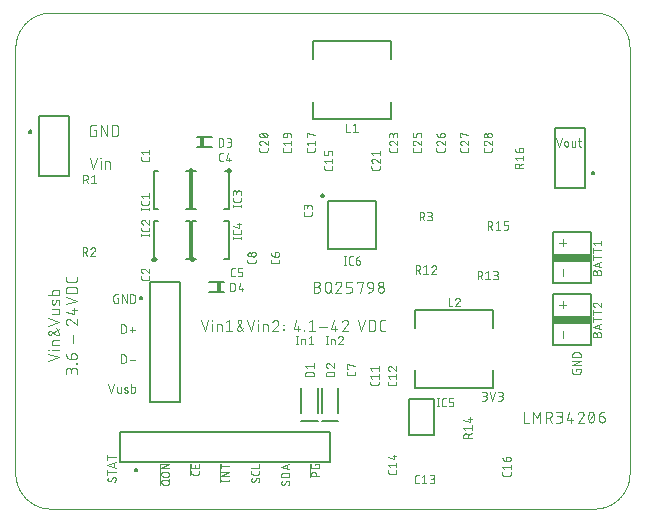
<source format=gto>
G04 EAGLE Gerber RS-274X export*
G75*
%MOMM*%
%FSLAX35Y35*%
%LPD*%
%INsilk_top*%
%IPPOS*%
%AMOC8*
5,1,8,0,0,1.08239X$1,22.5*%
G01*
%ADD10C,0.000000*%
%ADD11C,0.050800*%
%ADD12C,0.076200*%
%ADD13C,0.127000*%
%ADD14C,0.200000*%
%ADD15C,0.250000*%
%ADD16R,0.400000X0.800000*%
%ADD17R,3.175000X0.635000*%


D10*
X0Y3900000D02*
X0Y300000D01*
X88Y292751D01*
X350Y285506D01*
X788Y278270D01*
X1401Y271046D01*
X2187Y263839D01*
X3148Y256653D01*
X4282Y249493D01*
X5589Y242362D01*
X7068Y235265D01*
X8717Y228205D01*
X10537Y221188D01*
X12526Y214216D01*
X14683Y207295D01*
X17006Y200428D01*
X19495Y193619D01*
X22148Y186872D01*
X24962Y180191D01*
X27938Y173580D01*
X31072Y167043D01*
X34363Y160583D01*
X37810Y154205D01*
X41409Y147912D01*
X45160Y141708D01*
X49059Y135596D01*
X53105Y129581D01*
X57295Y123664D01*
X61627Y117851D01*
X66098Y112144D01*
X70705Y106547D01*
X75447Y101063D01*
X80319Y95695D01*
X85320Y90447D01*
X90447Y85320D01*
X95695Y80319D01*
X101063Y75447D01*
X106547Y70705D01*
X112144Y66098D01*
X117851Y61627D01*
X123664Y57295D01*
X129581Y53105D01*
X135596Y49059D01*
X141708Y45160D01*
X147912Y41409D01*
X154205Y37810D01*
X160583Y34363D01*
X167043Y31072D01*
X173580Y27938D01*
X180191Y24962D01*
X186872Y22148D01*
X193619Y19495D01*
X200428Y17006D01*
X207295Y14683D01*
X214216Y12526D01*
X221188Y10537D01*
X228205Y8717D01*
X235265Y7068D01*
X242362Y5589D01*
X249493Y4282D01*
X256653Y3148D01*
X263839Y2187D01*
X271046Y1401D01*
X278270Y788D01*
X285506Y350D01*
X292751Y88D01*
X300000Y0D01*
X4900000Y0D01*
X4907249Y88D01*
X4914494Y350D01*
X4921730Y788D01*
X4928954Y1401D01*
X4936161Y2187D01*
X4943347Y3148D01*
X4950507Y4282D01*
X4957638Y5589D01*
X4964735Y7068D01*
X4971795Y8717D01*
X4978812Y10537D01*
X4985784Y12526D01*
X4992705Y14683D01*
X4999572Y17006D01*
X5006381Y19495D01*
X5013128Y22148D01*
X5019809Y24962D01*
X5026420Y27938D01*
X5032957Y31072D01*
X5039417Y34363D01*
X5045795Y37810D01*
X5052088Y41409D01*
X5058292Y45160D01*
X5064404Y49059D01*
X5070419Y53105D01*
X5076336Y57295D01*
X5082149Y61627D01*
X5087856Y66098D01*
X5093453Y70705D01*
X5098937Y75447D01*
X5104305Y80319D01*
X5109553Y85320D01*
X5114680Y90447D01*
X5119681Y95695D01*
X5124553Y101063D01*
X5129295Y106547D01*
X5133902Y112144D01*
X5138373Y117851D01*
X5142705Y123664D01*
X5146895Y129581D01*
X5150941Y135596D01*
X5154840Y141708D01*
X5158591Y147912D01*
X5162190Y154205D01*
X5165637Y160583D01*
X5168928Y167043D01*
X5172062Y173580D01*
X5175038Y180191D01*
X5177852Y186872D01*
X5180505Y193619D01*
X5182994Y200428D01*
X5185317Y207295D01*
X5187474Y214216D01*
X5189463Y221188D01*
X5191283Y228205D01*
X5192932Y235265D01*
X5194411Y242362D01*
X5195718Y249493D01*
X5196852Y256653D01*
X5197813Y263839D01*
X5198599Y271046D01*
X5199212Y278270D01*
X5199650Y285506D01*
X5199912Y292751D01*
X5200000Y300000D01*
X5200000Y3900000D01*
X5199912Y3907249D01*
X5199650Y3914494D01*
X5199212Y3921730D01*
X5198599Y3928954D01*
X5197813Y3936161D01*
X5196852Y3943347D01*
X5195718Y3950507D01*
X5194411Y3957638D01*
X5192932Y3964735D01*
X5191283Y3971795D01*
X5189463Y3978812D01*
X5187474Y3985784D01*
X5185317Y3992705D01*
X5182994Y3999572D01*
X5180505Y4006381D01*
X5177852Y4013128D01*
X5175038Y4019809D01*
X5172062Y4026420D01*
X5168928Y4032957D01*
X5165637Y4039417D01*
X5162190Y4045795D01*
X5158591Y4052088D01*
X5154840Y4058292D01*
X5150941Y4064404D01*
X5146895Y4070419D01*
X5142705Y4076336D01*
X5138373Y4082149D01*
X5133902Y4087856D01*
X5129295Y4093453D01*
X5124553Y4098937D01*
X5119681Y4104305D01*
X5114680Y4109553D01*
X5109553Y4114680D01*
X5104305Y4119681D01*
X5098937Y4124553D01*
X5093453Y4129295D01*
X5087856Y4133902D01*
X5082149Y4138373D01*
X5076336Y4142705D01*
X5070419Y4146895D01*
X5064404Y4150941D01*
X5058292Y4154840D01*
X5052088Y4158591D01*
X5045795Y4162190D01*
X5039417Y4165637D01*
X5032957Y4168928D01*
X5026420Y4172062D01*
X5019809Y4175038D01*
X5013128Y4177852D01*
X5006381Y4180505D01*
X4999572Y4182994D01*
X4992705Y4185317D01*
X4985784Y4187474D01*
X4978812Y4189463D01*
X4971795Y4191283D01*
X4964735Y4192932D01*
X4957638Y4194411D01*
X4950507Y4195718D01*
X4943347Y4196852D01*
X4936161Y4197813D01*
X4928954Y4198599D01*
X4921730Y4199212D01*
X4914494Y4199650D01*
X4907249Y4199912D01*
X4900000Y4200000D01*
X300000Y4200000D01*
X292751Y4199912D01*
X285506Y4199650D01*
X278270Y4199212D01*
X271046Y4198599D01*
X263839Y4197813D01*
X256653Y4196852D01*
X249493Y4195718D01*
X242362Y4194411D01*
X235265Y4192932D01*
X228205Y4191283D01*
X221188Y4189463D01*
X214216Y4187474D01*
X207295Y4185317D01*
X200428Y4182994D01*
X193619Y4180505D01*
X186872Y4177852D01*
X180191Y4175038D01*
X173580Y4172062D01*
X167043Y4168928D01*
X160583Y4165637D01*
X154205Y4162190D01*
X147912Y4158591D01*
X141708Y4154840D01*
X135596Y4150941D01*
X129581Y4146895D01*
X123664Y4142705D01*
X117851Y4138373D01*
X112144Y4133902D01*
X106547Y4129295D01*
X101063Y4124553D01*
X95695Y4119681D01*
X90447Y4114680D01*
X85320Y4109553D01*
X80319Y4104305D01*
X75447Y4098937D01*
X70705Y4093453D01*
X66098Y4087856D01*
X61627Y4082149D01*
X57295Y4076336D01*
X53105Y4070419D01*
X49059Y4064404D01*
X45160Y4058292D01*
X41409Y4052088D01*
X37810Y4045795D01*
X34363Y4039417D01*
X31072Y4032957D01*
X27938Y4026420D01*
X24962Y4019809D01*
X22148Y4013128D01*
X19495Y4006381D01*
X17006Y3999572D01*
X14683Y3992705D01*
X12526Y3985784D01*
X10537Y3978812D01*
X8717Y3971795D01*
X7068Y3964735D01*
X5589Y3957638D01*
X4282Y3950507D01*
X3148Y3943347D01*
X2187Y3936161D01*
X1401Y3928954D01*
X788Y3921730D01*
X350Y3914494D01*
X88Y3907249D01*
X0Y3900000D01*
D11*
X2494880Y381000D02*
X2494880Y270499D01*
X2505040Y273039D02*
X2574960Y273039D01*
X2505040Y273039D02*
X2505040Y292461D01*
X2505046Y292934D01*
X2505063Y293407D01*
X2505092Y293879D01*
X2505132Y294350D01*
X2505184Y294820D01*
X2505247Y295289D01*
X2505322Y295756D01*
X2505407Y296221D01*
X2505505Y296684D01*
X2505613Y297144D01*
X2505733Y297602D01*
X2505863Y298056D01*
X2506005Y298508D01*
X2506158Y298955D01*
X2506322Y299399D01*
X2506496Y299839D01*
X2506681Y300274D01*
X2506876Y300705D01*
X2507082Y301131D01*
X2507299Y301551D01*
X2507525Y301966D01*
X2507762Y302376D01*
X2508008Y302780D01*
X2508264Y303177D01*
X2508530Y303569D01*
X2508805Y303953D01*
X2509090Y304331D01*
X2509383Y304702D01*
X2509686Y305066D01*
X2509997Y305422D01*
X2510317Y305770D01*
X2510645Y306111D01*
X2510982Y306443D01*
X2511326Y306767D01*
X2511678Y307083D01*
X2512038Y307390D01*
X2512405Y307688D01*
X2512780Y307977D01*
X2513161Y308257D01*
X2513549Y308527D01*
X2513944Y308788D01*
X2514344Y309039D01*
X2514751Y309281D01*
X2515163Y309512D01*
X2515581Y309734D01*
X2516005Y309945D01*
X2516433Y310146D01*
X2516866Y310336D01*
X2517303Y310516D01*
X2517745Y310685D01*
X2518191Y310843D01*
X2518640Y310990D01*
X2519093Y311126D01*
X2519550Y311251D01*
X2520009Y311366D01*
X2520470Y311468D01*
X2520934Y311560D01*
X2521400Y311640D01*
X2521868Y311709D01*
X2522338Y311766D01*
X2522809Y311812D01*
X2523280Y311847D01*
X2523753Y311870D01*
X2524226Y311882D01*
X2524698Y311882D01*
X2525171Y311870D01*
X2525644Y311847D01*
X2526115Y311812D01*
X2526586Y311766D01*
X2527056Y311709D01*
X2527524Y311640D01*
X2527990Y311560D01*
X2528454Y311468D01*
X2528915Y311366D01*
X2529374Y311251D01*
X2529831Y311126D01*
X2530284Y310990D01*
X2530733Y310843D01*
X2531179Y310685D01*
X2531621Y310516D01*
X2532058Y310336D01*
X2532491Y310146D01*
X2532919Y309945D01*
X2533343Y309734D01*
X2533761Y309512D01*
X2534173Y309281D01*
X2534580Y309039D01*
X2534980Y308788D01*
X2535375Y308527D01*
X2535763Y308257D01*
X2536144Y307977D01*
X2536519Y307688D01*
X2536886Y307390D01*
X2537246Y307083D01*
X2537598Y306767D01*
X2537942Y306443D01*
X2538279Y306111D01*
X2538607Y305770D01*
X2538927Y305422D01*
X2539238Y305066D01*
X2539541Y304702D01*
X2539834Y304331D01*
X2540119Y303953D01*
X2540394Y303569D01*
X2540660Y303177D01*
X2540916Y302780D01*
X2541162Y302376D01*
X2541399Y301966D01*
X2541625Y301551D01*
X2541842Y301131D01*
X2542048Y300705D01*
X2542243Y300274D01*
X2542428Y299839D01*
X2542602Y299399D01*
X2542766Y298955D01*
X2542919Y298508D01*
X2543061Y298056D01*
X2543191Y297602D01*
X2543311Y297144D01*
X2543419Y296684D01*
X2543517Y296221D01*
X2543602Y295756D01*
X2543677Y295289D01*
X2543740Y294820D01*
X2543792Y294350D01*
X2543832Y293879D01*
X2543861Y293407D01*
X2543878Y292934D01*
X2543884Y292461D01*
X2543885Y292461D02*
X2543885Y273039D01*
X2536116Y366807D02*
X2536116Y378460D01*
X2574960Y378460D01*
X2574960Y355153D01*
X2574961Y355153D02*
X2574956Y354778D01*
X2574943Y354402D01*
X2574920Y354028D01*
X2574888Y353653D01*
X2574848Y353280D01*
X2574798Y352908D01*
X2574739Y352537D01*
X2574672Y352168D01*
X2574595Y351800D01*
X2574509Y351435D01*
X2574415Y351071D01*
X2574312Y350710D01*
X2574201Y350351D01*
X2574080Y349996D01*
X2573951Y349643D01*
X2573814Y349294D01*
X2573668Y348948D01*
X2573514Y348605D01*
X2573352Y348267D01*
X2573181Y347932D01*
X2573003Y347602D01*
X2572816Y347276D01*
X2572622Y346955D01*
X2572420Y346638D01*
X2572211Y346326D01*
X2571994Y346020D01*
X2571769Y345719D01*
X2571538Y345423D01*
X2571299Y345133D01*
X2571053Y344849D01*
X2570801Y344571D01*
X2570542Y344300D01*
X2570276Y344034D01*
X2570005Y343775D01*
X2569727Y343523D01*
X2569443Y343277D01*
X2569153Y343038D01*
X2568857Y342807D01*
X2568556Y342582D01*
X2568250Y342365D01*
X2567938Y342156D01*
X2567621Y341954D01*
X2567300Y341760D01*
X2566974Y341573D01*
X2566644Y341395D01*
X2566309Y341224D01*
X2565971Y341062D01*
X2565628Y340908D01*
X2565282Y340762D01*
X2564933Y340625D01*
X2564580Y340496D01*
X2564225Y340375D01*
X2563866Y340264D01*
X2563505Y340161D01*
X2563141Y340067D01*
X2562776Y339981D01*
X2562408Y339904D01*
X2562039Y339837D01*
X2561668Y339778D01*
X2561296Y339728D01*
X2560923Y339688D01*
X2560548Y339656D01*
X2560174Y339633D01*
X2559798Y339620D01*
X2559423Y339615D01*
X2559423Y339616D02*
X2520578Y339616D01*
X2520197Y339621D01*
X2519816Y339635D01*
X2519435Y339658D01*
X2519055Y339691D01*
X2518676Y339733D01*
X2518298Y339784D01*
X2517922Y339845D01*
X2517547Y339915D01*
X2517174Y339994D01*
X2516803Y340082D01*
X2516434Y340179D01*
X2516068Y340285D01*
X2515704Y340400D01*
X2515344Y340524D01*
X2514986Y340657D01*
X2514632Y340799D01*
X2514282Y340949D01*
X2513935Y341108D01*
X2513592Y341275D01*
X2513254Y341451D01*
X2512920Y341634D01*
X2512590Y341827D01*
X2512265Y342027D01*
X2511946Y342234D01*
X2511631Y342450D01*
X2511322Y342674D01*
X2511019Y342905D01*
X2510721Y343143D01*
X2510429Y343388D01*
X2510144Y343641D01*
X2509864Y343900D01*
X2509591Y344167D01*
X2509325Y344440D01*
X2509065Y344719D01*
X2508813Y345005D01*
X2508567Y345297D01*
X2508329Y345594D01*
X2508098Y345898D01*
X2507875Y346207D01*
X2507659Y346521D01*
X2507451Y346841D01*
X2507251Y347166D01*
X2507059Y347495D01*
X2506875Y347829D01*
X2506699Y348168D01*
X2506532Y348510D01*
X2506373Y348857D01*
X2506223Y349207D01*
X2506081Y349562D01*
X2505948Y349919D01*
X2505824Y350280D01*
X2505709Y350643D01*
X2505603Y351009D01*
X2505506Y351378D01*
X2505418Y351749D01*
X2505339Y352122D01*
X2505269Y352497D01*
X2505208Y352874D01*
X2505157Y353251D01*
X2505115Y353630D01*
X2505082Y354010D01*
X2505059Y354391D01*
X2505045Y354772D01*
X2505040Y355153D01*
X2505040Y378460D01*
X2320961Y221788D02*
X2320956Y222163D01*
X2320943Y222539D01*
X2320920Y222913D01*
X2320888Y223288D01*
X2320848Y223661D01*
X2320798Y224033D01*
X2320739Y224404D01*
X2320672Y224773D01*
X2320595Y225141D01*
X2320509Y225506D01*
X2320415Y225870D01*
X2320312Y226231D01*
X2320201Y226590D01*
X2320080Y226945D01*
X2319951Y227298D01*
X2319814Y227647D01*
X2319668Y227993D01*
X2319514Y228336D01*
X2319352Y228674D01*
X2319181Y229009D01*
X2319003Y229339D01*
X2318816Y229665D01*
X2318622Y229986D01*
X2318420Y230303D01*
X2318211Y230615D01*
X2317994Y230921D01*
X2317769Y231222D01*
X2317538Y231518D01*
X2317299Y231808D01*
X2317053Y232092D01*
X2316801Y232370D01*
X2316542Y232641D01*
X2316276Y232907D01*
X2316005Y233166D01*
X2315727Y233418D01*
X2315443Y233664D01*
X2315153Y233903D01*
X2314857Y234134D01*
X2314556Y234359D01*
X2314250Y234576D01*
X2313938Y234785D01*
X2313621Y234987D01*
X2313300Y235181D01*
X2312974Y235368D01*
X2312644Y235546D01*
X2312309Y235717D01*
X2311971Y235879D01*
X2311628Y236033D01*
X2311282Y236179D01*
X2310933Y236316D01*
X2310580Y236445D01*
X2310225Y236566D01*
X2309866Y236677D01*
X2309505Y236780D01*
X2309141Y236874D01*
X2308776Y236960D01*
X2308408Y237037D01*
X2308039Y237104D01*
X2307668Y237163D01*
X2307296Y237213D01*
X2306923Y237253D01*
X2306548Y237285D01*
X2306174Y237308D01*
X2305798Y237321D01*
X2305423Y237326D01*
X2320960Y221788D02*
X2320951Y221003D01*
X2320922Y220218D01*
X2320875Y219434D01*
X2320810Y218651D01*
X2320725Y217871D01*
X2320622Y217092D01*
X2320501Y216316D01*
X2320361Y215544D01*
X2320202Y214774D01*
X2320025Y214009D01*
X2319830Y213249D01*
X2319616Y212493D01*
X2319385Y211742D01*
X2319136Y210998D01*
X2318869Y210259D01*
X2318584Y209527D01*
X2318282Y208802D01*
X2317963Y208085D01*
X2317626Y207375D01*
X2317273Y206674D01*
X2316903Y205981D01*
X2316517Y205297D01*
X2316114Y204623D01*
X2315695Y203959D01*
X2315261Y203304D01*
X2314811Y202661D01*
X2314346Y202028D01*
X2313866Y201407D01*
X2313371Y200797D01*
X2312861Y200199D01*
X2312338Y199614D01*
X2311800Y199041D01*
X2311249Y198482D01*
X2266578Y200423D02*
X2266203Y200428D01*
X2265827Y200441D01*
X2265453Y200464D01*
X2265078Y200496D01*
X2264705Y200536D01*
X2264333Y200586D01*
X2263962Y200645D01*
X2263593Y200712D01*
X2263225Y200789D01*
X2262860Y200875D01*
X2262496Y200969D01*
X2262135Y201072D01*
X2261776Y201183D01*
X2261421Y201304D01*
X2261068Y201433D01*
X2260719Y201570D01*
X2260373Y201716D01*
X2260030Y201870D01*
X2259692Y202032D01*
X2259357Y202203D01*
X2259027Y202381D01*
X2258701Y202568D01*
X2258380Y202762D01*
X2258063Y202964D01*
X2257751Y203173D01*
X2257445Y203390D01*
X2257144Y203615D01*
X2256848Y203846D01*
X2256558Y204085D01*
X2256274Y204331D01*
X2255996Y204583D01*
X2255725Y204842D01*
X2255459Y205108D01*
X2255200Y205379D01*
X2254948Y205657D01*
X2254702Y205941D01*
X2254463Y206231D01*
X2254232Y206527D01*
X2254007Y206828D01*
X2253790Y207134D01*
X2253581Y207446D01*
X2253379Y207763D01*
X2253185Y208084D01*
X2252998Y208410D01*
X2252820Y208740D01*
X2252649Y209075D01*
X2252487Y209413D01*
X2252333Y209756D01*
X2252187Y210102D01*
X2252050Y210451D01*
X2251921Y210804D01*
X2251800Y211159D01*
X2251689Y211518D01*
X2251586Y211879D01*
X2251492Y212243D01*
X2251406Y212608D01*
X2251329Y212976D01*
X2251262Y213345D01*
X2251203Y213716D01*
X2251153Y214088D01*
X2251113Y214461D01*
X2251081Y214836D01*
X2251058Y215210D01*
X2251045Y215586D01*
X2251040Y215961D01*
X2251048Y216655D01*
X2251073Y217349D01*
X2251114Y218042D01*
X2251172Y218734D01*
X2251247Y219425D01*
X2251337Y220113D01*
X2251445Y220799D01*
X2251568Y221482D01*
X2251708Y222162D01*
X2251864Y222839D01*
X2252036Y223512D01*
X2252223Y224180D01*
X2252427Y224844D01*
X2252647Y225503D01*
X2252882Y226156D01*
X2253133Y226803D01*
X2253399Y227445D01*
X2253680Y228080D01*
X2253976Y228708D01*
X2254288Y229328D01*
X2254614Y229941D01*
X2254954Y230546D01*
X2255309Y231143D01*
X2255678Y231732D01*
X2256061Y232311D01*
X2256457Y232881D01*
X2256867Y233441D01*
X2280174Y208192D02*
X2279976Y207866D01*
X2279771Y207545D01*
X2279558Y207229D01*
X2279338Y206918D01*
X2279110Y206613D01*
X2278875Y206313D01*
X2278632Y206019D01*
X2278383Y205731D01*
X2278126Y205449D01*
X2277863Y205173D01*
X2277594Y204904D01*
X2277318Y204641D01*
X2277036Y204385D01*
X2276747Y204136D01*
X2276453Y203894D01*
X2276153Y203660D01*
X2275847Y203432D01*
X2275536Y203212D01*
X2275220Y202999D01*
X2274898Y202795D01*
X2274572Y202598D01*
X2274241Y202409D01*
X2273906Y202228D01*
X2273567Y202055D01*
X2273223Y201890D01*
X2272875Y201734D01*
X2272524Y201586D01*
X2272170Y201447D01*
X2271812Y201316D01*
X2271451Y201194D01*
X2271087Y201081D01*
X2270720Y200976D01*
X2270352Y200881D01*
X2269980Y200794D01*
X2269607Y200717D01*
X2269233Y200648D01*
X2268856Y200588D01*
X2268479Y200538D01*
X2268100Y200497D01*
X2267720Y200464D01*
X2267340Y200441D01*
X2266959Y200428D01*
X2266578Y200423D01*
X2291827Y229557D02*
X2292024Y229883D01*
X2292230Y230204D01*
X2292443Y230520D01*
X2292663Y230831D01*
X2292891Y231136D01*
X2293126Y231436D01*
X2293369Y231730D01*
X2293618Y232018D01*
X2293874Y232300D01*
X2294137Y232576D01*
X2294407Y232845D01*
X2294683Y233107D01*
X2294965Y233363D01*
X2295254Y233612D01*
X2295548Y233854D01*
X2295848Y234089D01*
X2296154Y234317D01*
X2296465Y234537D01*
X2296781Y234749D01*
X2297102Y234954D01*
X2297429Y235151D01*
X2297759Y235340D01*
X2298095Y235521D01*
X2298434Y235694D01*
X2298778Y235859D01*
X2299125Y236015D01*
X2299477Y236163D01*
X2299831Y236302D01*
X2300189Y236433D01*
X2300550Y236555D01*
X2300914Y236668D01*
X2301280Y236773D01*
X2301649Y236868D01*
X2302020Y236955D01*
X2302393Y237032D01*
X2302768Y237101D01*
X2303145Y237161D01*
X2303522Y237211D01*
X2303901Y237252D01*
X2304281Y237285D01*
X2304661Y237308D01*
X2305042Y237321D01*
X2305423Y237326D01*
X2291827Y229557D02*
X2280173Y208192D01*
X2251040Y265981D02*
X2320960Y265981D01*
X2251040Y265981D02*
X2251040Y285403D01*
X2251046Y285872D01*
X2251063Y286341D01*
X2251091Y286810D01*
X2251131Y287278D01*
X2251182Y287744D01*
X2251244Y288209D01*
X2251317Y288673D01*
X2251402Y289135D01*
X2251498Y289594D01*
X2251604Y290051D01*
X2251722Y290505D01*
X2251851Y290957D01*
X2251991Y291405D01*
X2252141Y291849D01*
X2252302Y292290D01*
X2252474Y292727D01*
X2252656Y293160D01*
X2252849Y293588D01*
X2253052Y294011D01*
X2253265Y294429D01*
X2253488Y294842D01*
X2253721Y295249D01*
X2253964Y295651D01*
X2254216Y296047D01*
X2254478Y296436D01*
X2254749Y296819D01*
X2255030Y297195D01*
X2255319Y297565D01*
X2255618Y297927D01*
X2255925Y298282D01*
X2256240Y298630D01*
X2256564Y298970D01*
X2256896Y299301D01*
X2257235Y299625D01*
X2257583Y299941D01*
X2257938Y300248D01*
X2258300Y300546D01*
X2258670Y300835D01*
X2259046Y301116D01*
X2259429Y301387D01*
X2259819Y301649D01*
X2260214Y301901D01*
X2260616Y302144D01*
X2261023Y302377D01*
X2261436Y302600D01*
X2261855Y302814D01*
X2262278Y303016D01*
X2262706Y303209D01*
X2263138Y303391D01*
X2263575Y303563D01*
X2264016Y303724D01*
X2264461Y303874D01*
X2264909Y304014D01*
X2265360Y304143D01*
X2265814Y304261D01*
X2266271Y304367D01*
X2266731Y304463D01*
X2267192Y304548D01*
X2267656Y304621D01*
X2268121Y304683D01*
X2268588Y304734D01*
X2269055Y304774D01*
X2269524Y304802D01*
X2269993Y304819D01*
X2270462Y304825D01*
X2270463Y304826D02*
X2301538Y304826D01*
X2301538Y304825D02*
X2302007Y304819D01*
X2302476Y304802D01*
X2302945Y304774D01*
X2303412Y304734D01*
X2303879Y304683D01*
X2304344Y304621D01*
X2304808Y304548D01*
X2305269Y304463D01*
X2305729Y304367D01*
X2306186Y304261D01*
X2306640Y304143D01*
X2307092Y304014D01*
X2307540Y303874D01*
X2307984Y303724D01*
X2308425Y303563D01*
X2308862Y303391D01*
X2309294Y303209D01*
X2309722Y303016D01*
X2310146Y302813D01*
X2310564Y302600D01*
X2310977Y302377D01*
X2311384Y302144D01*
X2311786Y301901D01*
X2312181Y301649D01*
X2312571Y301387D01*
X2312954Y301116D01*
X2313330Y300835D01*
X2313700Y300546D01*
X2314062Y300248D01*
X2314417Y299941D01*
X2314765Y299625D01*
X2315104Y299301D01*
X2315436Y298969D01*
X2315760Y298630D01*
X2316076Y298282D01*
X2316383Y297927D01*
X2316681Y297565D01*
X2316970Y297195D01*
X2317251Y296819D01*
X2317522Y296436D01*
X2317784Y296046D01*
X2318036Y295651D01*
X2318279Y295249D01*
X2318512Y294842D01*
X2318735Y294429D01*
X2318948Y294011D01*
X2319151Y293587D01*
X2319344Y293159D01*
X2319526Y292727D01*
X2319698Y292290D01*
X2319859Y291849D01*
X2320009Y291405D01*
X2320149Y290957D01*
X2320278Y290505D01*
X2320396Y290051D01*
X2320502Y289594D01*
X2320598Y289134D01*
X2320683Y288673D01*
X2320756Y288209D01*
X2320818Y287744D01*
X2320869Y287277D01*
X2320909Y286810D01*
X2320937Y286341D01*
X2320954Y285872D01*
X2320960Y285403D01*
X2320960Y265981D01*
X2320960Y331847D02*
X2251040Y355153D01*
X2320960Y378460D01*
X2303480Y372633D02*
X2303480Y337673D01*
X2066961Y246818D02*
X2066956Y247193D01*
X2066943Y247569D01*
X2066920Y247943D01*
X2066888Y248318D01*
X2066848Y248691D01*
X2066798Y249063D01*
X2066739Y249434D01*
X2066672Y249803D01*
X2066595Y250171D01*
X2066509Y250536D01*
X2066415Y250900D01*
X2066312Y251261D01*
X2066201Y251620D01*
X2066080Y251975D01*
X2065951Y252328D01*
X2065814Y252677D01*
X2065668Y253023D01*
X2065514Y253366D01*
X2065352Y253704D01*
X2065181Y254039D01*
X2065003Y254369D01*
X2064816Y254695D01*
X2064622Y255016D01*
X2064420Y255333D01*
X2064211Y255645D01*
X2063994Y255951D01*
X2063769Y256252D01*
X2063538Y256548D01*
X2063299Y256838D01*
X2063053Y257122D01*
X2062801Y257400D01*
X2062542Y257671D01*
X2062276Y257937D01*
X2062005Y258196D01*
X2061727Y258448D01*
X2061443Y258694D01*
X2061153Y258933D01*
X2060857Y259164D01*
X2060556Y259389D01*
X2060250Y259606D01*
X2059938Y259815D01*
X2059621Y260017D01*
X2059300Y260211D01*
X2058974Y260398D01*
X2058644Y260576D01*
X2058309Y260747D01*
X2057971Y260909D01*
X2057628Y261063D01*
X2057282Y261209D01*
X2056933Y261346D01*
X2056580Y261475D01*
X2056225Y261596D01*
X2055866Y261707D01*
X2055505Y261810D01*
X2055141Y261904D01*
X2054776Y261990D01*
X2054408Y262067D01*
X2054039Y262134D01*
X2053668Y262193D01*
X2053296Y262243D01*
X2052923Y262283D01*
X2052548Y262315D01*
X2052174Y262338D01*
X2051798Y262351D01*
X2051423Y262356D01*
X2066960Y246818D02*
X2066951Y246033D01*
X2066922Y245248D01*
X2066875Y244464D01*
X2066810Y243681D01*
X2066725Y242901D01*
X2066622Y242122D01*
X2066501Y241346D01*
X2066361Y240574D01*
X2066202Y239804D01*
X2066025Y239039D01*
X2065830Y238279D01*
X2065616Y237523D01*
X2065385Y236772D01*
X2065136Y236028D01*
X2064869Y235289D01*
X2064584Y234557D01*
X2064282Y233832D01*
X2063963Y233115D01*
X2063626Y232405D01*
X2063273Y231704D01*
X2062903Y231011D01*
X2062517Y230327D01*
X2062114Y229653D01*
X2061695Y228989D01*
X2061261Y228334D01*
X2060811Y227691D01*
X2060346Y227058D01*
X2059866Y226437D01*
X2059371Y225827D01*
X2058861Y225229D01*
X2058338Y224644D01*
X2057800Y224071D01*
X2057249Y223512D01*
X2012578Y225454D02*
X2012203Y225459D01*
X2011827Y225472D01*
X2011453Y225495D01*
X2011078Y225527D01*
X2010705Y225567D01*
X2010333Y225617D01*
X2009962Y225676D01*
X2009593Y225743D01*
X2009225Y225820D01*
X2008860Y225906D01*
X2008496Y226000D01*
X2008135Y226103D01*
X2007776Y226214D01*
X2007421Y226335D01*
X2007068Y226464D01*
X2006719Y226601D01*
X2006373Y226747D01*
X2006030Y226901D01*
X2005692Y227063D01*
X2005357Y227234D01*
X2005027Y227412D01*
X2004701Y227599D01*
X2004380Y227793D01*
X2004063Y227995D01*
X2003751Y228204D01*
X2003445Y228421D01*
X2003144Y228646D01*
X2002848Y228877D01*
X2002558Y229116D01*
X2002274Y229362D01*
X2001996Y229614D01*
X2001725Y229873D01*
X2001459Y230139D01*
X2001200Y230410D01*
X2000948Y230688D01*
X2000702Y230972D01*
X2000463Y231262D01*
X2000232Y231558D01*
X2000007Y231859D01*
X1999790Y232165D01*
X1999581Y232477D01*
X1999379Y232794D01*
X1999185Y233115D01*
X1998998Y233441D01*
X1998820Y233771D01*
X1998649Y234106D01*
X1998487Y234444D01*
X1998333Y234787D01*
X1998187Y235133D01*
X1998050Y235482D01*
X1997921Y235835D01*
X1997800Y236190D01*
X1997689Y236549D01*
X1997586Y236910D01*
X1997492Y237274D01*
X1997406Y237639D01*
X1997329Y238007D01*
X1997262Y238376D01*
X1997203Y238747D01*
X1997153Y239119D01*
X1997113Y239492D01*
X1997081Y239867D01*
X1997058Y240241D01*
X1997045Y240617D01*
X1997040Y240992D01*
X1997048Y241686D01*
X1997073Y242380D01*
X1997114Y243073D01*
X1997172Y243765D01*
X1997247Y244456D01*
X1997337Y245144D01*
X1997445Y245830D01*
X1997568Y246513D01*
X1997708Y247193D01*
X1997864Y247870D01*
X1998036Y248543D01*
X1998223Y249211D01*
X1998427Y249875D01*
X1998647Y250534D01*
X1998882Y251187D01*
X1999133Y251834D01*
X1999399Y252476D01*
X1999680Y253111D01*
X1999976Y253739D01*
X2000288Y254359D01*
X2000614Y254972D01*
X2000954Y255577D01*
X2001309Y256174D01*
X2001678Y256763D01*
X2002061Y257342D01*
X2002457Y257912D01*
X2002867Y258472D01*
X2026174Y233223D02*
X2025976Y232897D01*
X2025771Y232576D01*
X2025558Y232260D01*
X2025338Y231949D01*
X2025110Y231644D01*
X2024875Y231344D01*
X2024632Y231050D01*
X2024383Y230762D01*
X2024126Y230480D01*
X2023863Y230204D01*
X2023594Y229935D01*
X2023318Y229672D01*
X2023036Y229416D01*
X2022747Y229167D01*
X2022453Y228925D01*
X2022153Y228691D01*
X2021847Y228463D01*
X2021536Y228243D01*
X2021220Y228030D01*
X2020898Y227826D01*
X2020572Y227629D01*
X2020241Y227440D01*
X2019906Y227259D01*
X2019567Y227086D01*
X2019223Y226921D01*
X2018875Y226765D01*
X2018524Y226617D01*
X2018170Y226478D01*
X2017812Y226347D01*
X2017451Y226225D01*
X2017087Y226112D01*
X2016720Y226007D01*
X2016352Y225912D01*
X2015980Y225825D01*
X2015607Y225748D01*
X2015233Y225679D01*
X2014856Y225619D01*
X2014479Y225569D01*
X2014100Y225528D01*
X2013720Y225495D01*
X2013340Y225472D01*
X2012959Y225459D01*
X2012578Y225454D01*
X2037827Y254587D02*
X2038024Y254913D01*
X2038230Y255234D01*
X2038443Y255550D01*
X2038663Y255861D01*
X2038891Y256166D01*
X2039126Y256466D01*
X2039369Y256760D01*
X2039618Y257048D01*
X2039874Y257330D01*
X2040137Y257606D01*
X2040407Y257875D01*
X2040683Y258137D01*
X2040965Y258393D01*
X2041254Y258642D01*
X2041548Y258884D01*
X2041848Y259119D01*
X2042154Y259347D01*
X2042465Y259567D01*
X2042781Y259779D01*
X2043102Y259984D01*
X2043429Y260181D01*
X2043759Y260370D01*
X2044095Y260551D01*
X2044434Y260724D01*
X2044778Y260889D01*
X2045125Y261045D01*
X2045477Y261193D01*
X2045831Y261332D01*
X2046189Y261463D01*
X2046550Y261585D01*
X2046914Y261698D01*
X2047280Y261803D01*
X2047649Y261898D01*
X2048020Y261985D01*
X2048393Y262062D01*
X2048768Y262131D01*
X2049145Y262191D01*
X2049522Y262241D01*
X2049901Y262282D01*
X2050281Y262315D01*
X2050661Y262338D01*
X2051042Y262351D01*
X2051423Y262356D01*
X2037827Y254587D02*
X2026173Y233223D01*
X2066960Y304118D02*
X2066960Y319656D01*
X2066961Y304118D02*
X2066956Y303743D01*
X2066943Y303367D01*
X2066920Y302993D01*
X2066888Y302618D01*
X2066848Y302245D01*
X2066798Y301873D01*
X2066739Y301502D01*
X2066672Y301133D01*
X2066595Y300765D01*
X2066509Y300400D01*
X2066415Y300036D01*
X2066312Y299675D01*
X2066201Y299316D01*
X2066080Y298961D01*
X2065951Y298608D01*
X2065814Y298259D01*
X2065668Y297913D01*
X2065514Y297570D01*
X2065352Y297232D01*
X2065181Y296897D01*
X2065003Y296567D01*
X2064816Y296241D01*
X2064622Y295920D01*
X2064420Y295603D01*
X2064211Y295291D01*
X2063994Y294985D01*
X2063769Y294684D01*
X2063538Y294388D01*
X2063299Y294098D01*
X2063053Y293814D01*
X2062801Y293536D01*
X2062542Y293265D01*
X2062276Y292999D01*
X2062005Y292740D01*
X2061727Y292488D01*
X2061443Y292242D01*
X2061153Y292003D01*
X2060857Y291772D01*
X2060556Y291547D01*
X2060250Y291330D01*
X2059938Y291121D01*
X2059621Y290919D01*
X2059300Y290725D01*
X2058974Y290538D01*
X2058644Y290360D01*
X2058309Y290189D01*
X2057971Y290027D01*
X2057628Y289873D01*
X2057282Y289727D01*
X2056933Y289590D01*
X2056580Y289461D01*
X2056225Y289340D01*
X2055866Y289229D01*
X2055505Y289126D01*
X2055141Y289032D01*
X2054776Y288946D01*
X2054408Y288869D01*
X2054039Y288802D01*
X2053668Y288743D01*
X2053296Y288693D01*
X2052923Y288653D01*
X2052548Y288621D01*
X2052174Y288598D01*
X2051798Y288585D01*
X2051423Y288580D01*
X2051423Y288581D02*
X2012578Y288581D01*
X2012197Y288586D01*
X2011816Y288600D01*
X2011435Y288623D01*
X2011055Y288656D01*
X2010676Y288698D01*
X2010298Y288749D01*
X2009922Y288810D01*
X2009547Y288880D01*
X2009174Y288959D01*
X2008803Y289047D01*
X2008434Y289144D01*
X2008068Y289250D01*
X2007704Y289365D01*
X2007344Y289489D01*
X2006986Y289622D01*
X2006632Y289764D01*
X2006282Y289914D01*
X2005935Y290073D01*
X2005592Y290240D01*
X2005254Y290416D01*
X2004920Y290599D01*
X2004590Y290792D01*
X2004265Y290992D01*
X2003946Y291199D01*
X2003631Y291415D01*
X2003322Y291639D01*
X2003019Y291870D01*
X2002721Y292108D01*
X2002429Y292353D01*
X2002144Y292606D01*
X2001864Y292865D01*
X2001591Y293132D01*
X2001325Y293405D01*
X2001065Y293684D01*
X2000813Y293970D01*
X2000567Y294262D01*
X2000329Y294559D01*
X2000098Y294863D01*
X1999875Y295172D01*
X1999659Y295486D01*
X1999451Y295806D01*
X1999251Y296131D01*
X1999059Y296460D01*
X1998875Y296794D01*
X1998699Y297133D01*
X1998532Y297475D01*
X1998373Y297822D01*
X1998223Y298172D01*
X1998081Y298527D01*
X1997948Y298884D01*
X1997824Y299245D01*
X1997709Y299608D01*
X1997603Y299974D01*
X1997506Y300343D01*
X1997418Y300714D01*
X1997339Y301087D01*
X1997269Y301462D01*
X1997208Y301839D01*
X1997157Y302216D01*
X1997115Y302595D01*
X1997082Y302975D01*
X1997059Y303356D01*
X1997045Y303737D01*
X1997040Y304118D01*
X1997040Y319656D01*
X1997040Y347385D02*
X2066960Y347385D01*
X2066960Y378460D01*
X1732880Y381000D02*
X1732880Y227229D01*
X1743040Y237538D02*
X1812960Y237538D01*
X1812960Y229769D02*
X1812960Y245307D01*
X1743040Y245307D02*
X1743040Y229769D01*
X1743040Y274366D02*
X1812960Y274366D01*
X1812960Y313210D02*
X1743040Y274366D01*
X1743040Y313210D02*
X1812960Y313210D01*
X1812960Y359038D02*
X1743040Y359038D01*
X1743040Y339616D02*
X1743040Y378460D01*
X1224880Y381000D02*
X1224880Y201213D01*
X1254463Y203753D02*
X1285538Y203753D01*
X1254463Y203754D02*
X1253990Y203760D01*
X1253517Y203777D01*
X1253045Y203806D01*
X1252574Y203846D01*
X1252104Y203898D01*
X1251635Y203961D01*
X1251168Y204036D01*
X1250703Y204121D01*
X1250240Y204219D01*
X1249780Y204327D01*
X1249322Y204447D01*
X1248868Y204577D01*
X1248416Y204719D01*
X1247969Y204872D01*
X1247525Y205036D01*
X1247085Y205210D01*
X1246650Y205395D01*
X1246219Y205590D01*
X1245793Y205796D01*
X1245373Y206013D01*
X1244958Y206239D01*
X1244548Y206476D01*
X1244144Y206722D01*
X1243747Y206978D01*
X1243355Y207244D01*
X1242971Y207519D01*
X1242593Y207804D01*
X1242222Y208097D01*
X1241858Y208400D01*
X1241502Y208711D01*
X1241154Y209031D01*
X1240813Y209359D01*
X1240481Y209696D01*
X1240157Y210040D01*
X1239841Y210392D01*
X1239534Y210752D01*
X1239236Y211119D01*
X1238947Y211494D01*
X1238667Y211875D01*
X1238397Y212263D01*
X1238136Y212658D01*
X1237885Y213058D01*
X1237643Y213465D01*
X1237412Y213877D01*
X1237190Y214295D01*
X1236979Y214719D01*
X1236778Y215147D01*
X1236588Y215580D01*
X1236408Y216017D01*
X1236239Y216459D01*
X1236081Y216905D01*
X1235934Y217354D01*
X1235798Y217807D01*
X1235673Y218264D01*
X1235558Y218723D01*
X1235456Y219184D01*
X1235364Y219648D01*
X1235284Y220114D01*
X1235215Y220582D01*
X1235158Y221052D01*
X1235112Y221523D01*
X1235077Y221994D01*
X1235054Y222467D01*
X1235042Y222940D01*
X1235042Y223412D01*
X1235054Y223885D01*
X1235077Y224358D01*
X1235112Y224829D01*
X1235158Y225300D01*
X1235215Y225770D01*
X1235284Y226238D01*
X1235364Y226704D01*
X1235456Y227168D01*
X1235558Y227629D01*
X1235673Y228088D01*
X1235798Y228545D01*
X1235934Y228998D01*
X1236081Y229447D01*
X1236239Y229893D01*
X1236408Y230335D01*
X1236588Y230772D01*
X1236778Y231205D01*
X1236979Y231633D01*
X1237190Y232057D01*
X1237412Y232475D01*
X1237643Y232887D01*
X1237885Y233294D01*
X1238136Y233694D01*
X1238397Y234089D01*
X1238667Y234477D01*
X1238947Y234858D01*
X1239236Y235233D01*
X1239534Y235600D01*
X1239841Y235960D01*
X1240157Y236312D01*
X1240481Y236656D01*
X1240813Y236993D01*
X1241154Y237321D01*
X1241502Y237641D01*
X1241858Y237952D01*
X1242222Y238255D01*
X1242593Y238548D01*
X1242971Y238833D01*
X1243355Y239108D01*
X1243747Y239374D01*
X1244144Y239630D01*
X1244548Y239876D01*
X1244958Y240113D01*
X1245373Y240339D01*
X1245793Y240556D01*
X1246219Y240762D01*
X1246650Y240957D01*
X1247085Y241142D01*
X1247525Y241316D01*
X1247969Y241480D01*
X1248416Y241633D01*
X1248868Y241775D01*
X1249322Y241905D01*
X1249780Y242025D01*
X1250240Y242133D01*
X1250703Y242231D01*
X1251168Y242316D01*
X1251635Y242391D01*
X1252104Y242454D01*
X1252574Y242506D01*
X1253045Y242546D01*
X1253517Y242575D01*
X1253990Y242592D01*
X1254463Y242598D01*
X1285538Y242598D01*
X1286011Y242592D01*
X1286484Y242575D01*
X1286956Y242546D01*
X1287427Y242506D01*
X1287897Y242454D01*
X1288366Y242391D01*
X1288833Y242316D01*
X1289298Y242231D01*
X1289761Y242133D01*
X1290221Y242025D01*
X1290679Y241905D01*
X1291133Y241775D01*
X1291585Y241633D01*
X1292032Y241480D01*
X1292476Y241316D01*
X1292916Y241142D01*
X1293351Y240957D01*
X1293782Y240762D01*
X1294208Y240556D01*
X1294628Y240339D01*
X1295043Y240113D01*
X1295453Y239876D01*
X1295857Y239630D01*
X1296254Y239374D01*
X1296646Y239108D01*
X1297030Y238833D01*
X1297408Y238548D01*
X1297779Y238255D01*
X1298143Y237952D01*
X1298499Y237641D01*
X1298847Y237321D01*
X1299188Y236993D01*
X1299520Y236656D01*
X1299844Y236312D01*
X1300160Y235960D01*
X1300467Y235600D01*
X1300765Y235233D01*
X1301054Y234858D01*
X1301334Y234477D01*
X1301604Y234089D01*
X1301865Y233694D01*
X1302116Y233294D01*
X1302358Y232887D01*
X1302589Y232475D01*
X1302811Y232057D01*
X1303022Y231633D01*
X1303223Y231205D01*
X1303413Y230772D01*
X1303593Y230335D01*
X1303762Y229893D01*
X1303920Y229447D01*
X1304067Y228998D01*
X1304203Y228545D01*
X1304328Y228088D01*
X1304443Y227629D01*
X1304545Y227168D01*
X1304637Y226704D01*
X1304717Y226238D01*
X1304786Y225770D01*
X1304843Y225300D01*
X1304889Y224829D01*
X1304924Y224358D01*
X1304947Y223885D01*
X1304959Y223412D01*
X1304959Y222940D01*
X1304947Y222467D01*
X1304924Y221994D01*
X1304889Y221523D01*
X1304843Y221052D01*
X1304786Y220582D01*
X1304717Y220114D01*
X1304637Y219648D01*
X1304545Y219184D01*
X1304443Y218723D01*
X1304328Y218264D01*
X1304203Y217807D01*
X1304067Y217354D01*
X1303920Y216905D01*
X1303762Y216459D01*
X1303593Y216017D01*
X1303413Y215580D01*
X1303223Y215147D01*
X1303022Y214719D01*
X1302811Y214295D01*
X1302589Y213877D01*
X1302358Y213465D01*
X1302116Y213058D01*
X1301865Y212658D01*
X1301604Y212263D01*
X1301334Y211875D01*
X1301054Y211494D01*
X1300765Y211119D01*
X1300467Y210752D01*
X1300160Y210392D01*
X1299844Y210040D01*
X1299520Y209696D01*
X1299188Y209359D01*
X1298847Y209031D01*
X1298499Y208711D01*
X1298143Y208400D01*
X1297779Y208097D01*
X1297408Y207804D01*
X1297030Y207519D01*
X1296646Y207244D01*
X1296254Y206978D01*
X1295857Y206722D01*
X1295453Y206476D01*
X1295043Y206239D01*
X1294628Y206013D01*
X1294208Y205796D01*
X1293782Y205590D01*
X1293351Y205395D01*
X1292916Y205210D01*
X1292476Y205036D01*
X1292032Y204872D01*
X1291585Y204719D01*
X1291133Y204577D01*
X1290679Y204447D01*
X1290221Y204327D01*
X1289761Y204219D01*
X1289298Y204121D01*
X1288833Y204036D01*
X1288366Y203961D01*
X1287897Y203898D01*
X1287427Y203846D01*
X1286956Y203806D01*
X1286484Y203777D01*
X1286011Y203760D01*
X1285538Y203754D01*
X1289423Y234829D02*
X1304960Y250367D01*
X1285538Y269866D02*
X1254463Y269866D01*
X1253990Y269872D01*
X1253517Y269889D01*
X1253045Y269918D01*
X1252574Y269958D01*
X1252104Y270010D01*
X1251635Y270073D01*
X1251168Y270148D01*
X1250703Y270233D01*
X1250240Y270331D01*
X1249780Y270439D01*
X1249322Y270559D01*
X1248868Y270689D01*
X1248416Y270831D01*
X1247969Y270984D01*
X1247525Y271148D01*
X1247085Y271322D01*
X1246650Y271507D01*
X1246219Y271702D01*
X1245793Y271908D01*
X1245373Y272125D01*
X1244958Y272351D01*
X1244548Y272588D01*
X1244144Y272834D01*
X1243747Y273090D01*
X1243355Y273356D01*
X1242971Y273631D01*
X1242593Y273916D01*
X1242222Y274209D01*
X1241858Y274512D01*
X1241502Y274823D01*
X1241154Y275143D01*
X1240813Y275471D01*
X1240481Y275808D01*
X1240157Y276152D01*
X1239841Y276504D01*
X1239534Y276864D01*
X1239236Y277231D01*
X1238947Y277606D01*
X1238667Y277987D01*
X1238397Y278375D01*
X1238136Y278770D01*
X1237885Y279170D01*
X1237643Y279577D01*
X1237412Y279989D01*
X1237190Y280407D01*
X1236979Y280831D01*
X1236778Y281259D01*
X1236588Y281692D01*
X1236408Y282129D01*
X1236239Y282571D01*
X1236081Y283017D01*
X1235934Y283466D01*
X1235798Y283919D01*
X1235673Y284376D01*
X1235558Y284835D01*
X1235456Y285296D01*
X1235364Y285760D01*
X1235284Y286226D01*
X1235215Y286694D01*
X1235158Y287164D01*
X1235112Y287635D01*
X1235077Y288106D01*
X1235054Y288579D01*
X1235042Y289052D01*
X1235042Y289524D01*
X1235054Y289997D01*
X1235077Y290470D01*
X1235112Y290941D01*
X1235158Y291412D01*
X1235215Y291882D01*
X1235284Y292350D01*
X1235364Y292816D01*
X1235456Y293280D01*
X1235558Y293741D01*
X1235673Y294200D01*
X1235798Y294657D01*
X1235934Y295110D01*
X1236081Y295559D01*
X1236239Y296005D01*
X1236408Y296447D01*
X1236588Y296884D01*
X1236778Y297317D01*
X1236979Y297745D01*
X1237190Y298169D01*
X1237412Y298587D01*
X1237643Y298999D01*
X1237885Y299406D01*
X1238136Y299806D01*
X1238397Y300201D01*
X1238667Y300589D01*
X1238947Y300970D01*
X1239236Y301345D01*
X1239534Y301712D01*
X1239841Y302072D01*
X1240157Y302424D01*
X1240481Y302768D01*
X1240813Y303105D01*
X1241154Y303433D01*
X1241502Y303753D01*
X1241858Y304064D01*
X1242222Y304367D01*
X1242593Y304660D01*
X1242971Y304945D01*
X1243355Y305220D01*
X1243747Y305486D01*
X1244144Y305742D01*
X1244548Y305988D01*
X1244958Y306225D01*
X1245373Y306451D01*
X1245793Y306668D01*
X1246219Y306874D01*
X1246650Y307069D01*
X1247085Y307254D01*
X1247525Y307428D01*
X1247969Y307592D01*
X1248416Y307745D01*
X1248868Y307887D01*
X1249322Y308017D01*
X1249780Y308137D01*
X1250240Y308245D01*
X1250703Y308343D01*
X1251168Y308428D01*
X1251635Y308503D01*
X1252104Y308566D01*
X1252574Y308618D01*
X1253045Y308658D01*
X1253517Y308687D01*
X1253990Y308704D01*
X1254463Y308710D01*
X1285538Y308710D01*
X1286011Y308704D01*
X1286484Y308687D01*
X1286956Y308658D01*
X1287427Y308618D01*
X1287897Y308566D01*
X1288366Y308503D01*
X1288833Y308428D01*
X1289298Y308343D01*
X1289761Y308245D01*
X1290221Y308137D01*
X1290679Y308017D01*
X1291133Y307887D01*
X1291585Y307745D01*
X1292032Y307592D01*
X1292476Y307428D01*
X1292916Y307254D01*
X1293351Y307069D01*
X1293782Y306874D01*
X1294208Y306668D01*
X1294628Y306451D01*
X1295043Y306225D01*
X1295453Y305988D01*
X1295857Y305742D01*
X1296254Y305486D01*
X1296646Y305220D01*
X1297030Y304945D01*
X1297408Y304660D01*
X1297779Y304367D01*
X1298143Y304064D01*
X1298499Y303753D01*
X1298847Y303433D01*
X1299188Y303105D01*
X1299520Y302768D01*
X1299844Y302424D01*
X1300160Y302072D01*
X1300467Y301712D01*
X1300765Y301345D01*
X1301054Y300970D01*
X1301334Y300589D01*
X1301604Y300201D01*
X1301865Y299806D01*
X1302116Y299406D01*
X1302358Y298999D01*
X1302589Y298587D01*
X1302811Y298169D01*
X1303022Y297745D01*
X1303223Y297317D01*
X1303413Y296884D01*
X1303593Y296447D01*
X1303762Y296005D01*
X1303920Y295559D01*
X1304067Y295110D01*
X1304203Y294657D01*
X1304328Y294200D01*
X1304443Y293741D01*
X1304545Y293280D01*
X1304637Y292816D01*
X1304717Y292350D01*
X1304786Y291882D01*
X1304843Y291412D01*
X1304889Y290941D01*
X1304924Y290470D01*
X1304947Y289997D01*
X1304959Y289524D01*
X1304959Y289052D01*
X1304947Y288579D01*
X1304924Y288106D01*
X1304889Y287635D01*
X1304843Y287164D01*
X1304786Y286694D01*
X1304717Y286226D01*
X1304637Y285760D01*
X1304545Y285296D01*
X1304443Y284835D01*
X1304328Y284376D01*
X1304203Y283919D01*
X1304067Y283466D01*
X1303920Y283017D01*
X1303762Y282571D01*
X1303593Y282129D01*
X1303413Y281692D01*
X1303223Y281259D01*
X1303022Y280831D01*
X1302811Y280407D01*
X1302589Y279989D01*
X1302358Y279577D01*
X1302116Y279170D01*
X1301865Y278770D01*
X1301604Y278375D01*
X1301334Y277987D01*
X1301054Y277606D01*
X1300765Y277231D01*
X1300467Y276864D01*
X1300160Y276504D01*
X1299844Y276152D01*
X1299520Y275808D01*
X1299188Y275471D01*
X1298847Y275143D01*
X1298499Y274823D01*
X1298143Y274512D01*
X1297779Y274209D01*
X1297408Y273916D01*
X1297030Y273631D01*
X1296646Y273356D01*
X1296254Y273090D01*
X1295857Y272834D01*
X1295453Y272588D01*
X1295043Y272351D01*
X1294628Y272125D01*
X1294208Y271908D01*
X1293782Y271702D01*
X1293351Y271507D01*
X1292916Y271322D01*
X1292476Y271148D01*
X1292032Y270984D01*
X1291585Y270831D01*
X1291133Y270689D01*
X1290679Y270559D01*
X1290221Y270439D01*
X1289761Y270331D01*
X1289298Y270233D01*
X1288833Y270148D01*
X1288366Y270073D01*
X1287897Y270010D01*
X1287427Y269958D01*
X1286956Y269918D01*
X1286484Y269889D01*
X1286011Y269872D01*
X1285538Y269866D01*
X1304960Y339616D02*
X1235040Y339616D01*
X1304960Y378460D01*
X1235040Y378460D01*
X1478880Y381000D02*
X1478880Y286041D01*
X1558960Y304118D02*
X1558960Y319656D01*
X1558961Y304118D02*
X1558956Y303743D01*
X1558943Y303367D01*
X1558920Y302993D01*
X1558888Y302618D01*
X1558848Y302245D01*
X1558798Y301873D01*
X1558739Y301502D01*
X1558672Y301133D01*
X1558595Y300765D01*
X1558509Y300400D01*
X1558415Y300036D01*
X1558312Y299675D01*
X1558201Y299316D01*
X1558080Y298961D01*
X1557951Y298608D01*
X1557814Y298259D01*
X1557668Y297913D01*
X1557514Y297570D01*
X1557352Y297232D01*
X1557181Y296897D01*
X1557003Y296567D01*
X1556816Y296241D01*
X1556622Y295920D01*
X1556420Y295603D01*
X1556211Y295291D01*
X1555994Y294985D01*
X1555769Y294684D01*
X1555538Y294388D01*
X1555299Y294098D01*
X1555053Y293814D01*
X1554801Y293536D01*
X1554542Y293265D01*
X1554276Y292999D01*
X1554005Y292740D01*
X1553727Y292488D01*
X1553443Y292242D01*
X1553153Y292003D01*
X1552857Y291772D01*
X1552556Y291547D01*
X1552250Y291330D01*
X1551938Y291121D01*
X1551621Y290919D01*
X1551300Y290725D01*
X1550974Y290538D01*
X1550644Y290360D01*
X1550309Y290189D01*
X1549971Y290027D01*
X1549628Y289873D01*
X1549282Y289727D01*
X1548933Y289590D01*
X1548580Y289461D01*
X1548225Y289340D01*
X1547866Y289229D01*
X1547505Y289126D01*
X1547141Y289032D01*
X1546776Y288946D01*
X1546408Y288869D01*
X1546039Y288802D01*
X1545668Y288743D01*
X1545296Y288693D01*
X1544923Y288653D01*
X1544548Y288621D01*
X1544174Y288598D01*
X1543798Y288585D01*
X1543423Y288580D01*
X1543423Y288581D02*
X1504578Y288581D01*
X1504197Y288586D01*
X1503816Y288600D01*
X1503435Y288623D01*
X1503055Y288656D01*
X1502676Y288698D01*
X1502298Y288749D01*
X1501922Y288810D01*
X1501547Y288880D01*
X1501174Y288959D01*
X1500803Y289047D01*
X1500434Y289144D01*
X1500068Y289250D01*
X1499704Y289365D01*
X1499344Y289489D01*
X1498986Y289622D01*
X1498632Y289764D01*
X1498282Y289914D01*
X1497935Y290073D01*
X1497592Y290240D01*
X1497254Y290416D01*
X1496920Y290599D01*
X1496590Y290792D01*
X1496265Y290992D01*
X1495946Y291199D01*
X1495631Y291415D01*
X1495322Y291639D01*
X1495019Y291870D01*
X1494721Y292108D01*
X1494429Y292353D01*
X1494144Y292606D01*
X1493864Y292865D01*
X1493591Y293132D01*
X1493325Y293405D01*
X1493065Y293684D01*
X1492813Y293970D01*
X1492567Y294262D01*
X1492329Y294559D01*
X1492098Y294863D01*
X1491875Y295172D01*
X1491659Y295486D01*
X1491451Y295806D01*
X1491251Y296131D01*
X1491059Y296460D01*
X1490875Y296794D01*
X1490699Y297133D01*
X1490532Y297475D01*
X1490373Y297822D01*
X1490223Y298172D01*
X1490081Y298527D01*
X1489948Y298884D01*
X1489824Y299245D01*
X1489709Y299608D01*
X1489603Y299974D01*
X1489506Y300343D01*
X1489418Y300714D01*
X1489339Y301087D01*
X1489269Y301462D01*
X1489208Y301839D01*
X1489157Y302216D01*
X1489115Y302595D01*
X1489082Y302975D01*
X1489059Y303356D01*
X1489045Y303737D01*
X1489040Y304118D01*
X1489040Y319656D01*
X1558960Y347385D02*
X1558960Y378460D01*
X1558960Y347385D02*
X1489040Y347385D01*
X1489040Y378460D01*
X1520116Y370691D02*
X1520116Y347385D01*
X848961Y251172D02*
X848956Y251547D01*
X848943Y251923D01*
X848920Y252297D01*
X848888Y252672D01*
X848848Y253045D01*
X848798Y253417D01*
X848739Y253788D01*
X848672Y254157D01*
X848595Y254525D01*
X848509Y254890D01*
X848415Y255254D01*
X848312Y255615D01*
X848201Y255974D01*
X848080Y256329D01*
X847951Y256682D01*
X847814Y257031D01*
X847668Y257377D01*
X847514Y257720D01*
X847352Y258058D01*
X847181Y258393D01*
X847003Y258723D01*
X846816Y259049D01*
X846622Y259370D01*
X846420Y259687D01*
X846211Y259999D01*
X845994Y260305D01*
X845769Y260606D01*
X845538Y260902D01*
X845299Y261192D01*
X845053Y261476D01*
X844801Y261754D01*
X844542Y262025D01*
X844276Y262291D01*
X844005Y262550D01*
X843727Y262802D01*
X843443Y263048D01*
X843153Y263287D01*
X842857Y263518D01*
X842556Y263743D01*
X842250Y263960D01*
X841938Y264169D01*
X841621Y264371D01*
X841300Y264565D01*
X840974Y264752D01*
X840644Y264930D01*
X840309Y265101D01*
X839971Y265263D01*
X839628Y265417D01*
X839282Y265563D01*
X838933Y265700D01*
X838580Y265829D01*
X838225Y265950D01*
X837866Y266061D01*
X837505Y266164D01*
X837141Y266258D01*
X836776Y266344D01*
X836408Y266421D01*
X836039Y266488D01*
X835668Y266547D01*
X835296Y266597D01*
X834923Y266637D01*
X834548Y266669D01*
X834174Y266692D01*
X833798Y266705D01*
X833423Y266710D01*
X848960Y251172D02*
X848951Y250387D01*
X848922Y249602D01*
X848875Y248818D01*
X848810Y248035D01*
X848725Y247255D01*
X848622Y246476D01*
X848501Y245700D01*
X848361Y244928D01*
X848202Y244158D01*
X848025Y243393D01*
X847830Y242633D01*
X847616Y241877D01*
X847385Y241126D01*
X847136Y240382D01*
X846869Y239643D01*
X846584Y238911D01*
X846282Y238186D01*
X845963Y237469D01*
X845626Y236759D01*
X845273Y236058D01*
X844903Y235365D01*
X844517Y234681D01*
X844114Y234007D01*
X843695Y233343D01*
X843261Y232688D01*
X842811Y232045D01*
X842346Y231412D01*
X841866Y230791D01*
X841371Y230181D01*
X840861Y229583D01*
X840338Y228998D01*
X839800Y228425D01*
X839249Y227866D01*
X794578Y229808D02*
X794203Y229813D01*
X793827Y229826D01*
X793453Y229849D01*
X793078Y229881D01*
X792705Y229921D01*
X792333Y229971D01*
X791962Y230030D01*
X791593Y230097D01*
X791225Y230174D01*
X790860Y230260D01*
X790496Y230354D01*
X790135Y230457D01*
X789776Y230568D01*
X789421Y230689D01*
X789068Y230818D01*
X788719Y230955D01*
X788373Y231101D01*
X788030Y231255D01*
X787692Y231417D01*
X787357Y231588D01*
X787027Y231766D01*
X786701Y231953D01*
X786380Y232147D01*
X786063Y232349D01*
X785751Y232558D01*
X785445Y232775D01*
X785144Y233000D01*
X784848Y233231D01*
X784558Y233470D01*
X784274Y233716D01*
X783996Y233968D01*
X783725Y234227D01*
X783459Y234493D01*
X783200Y234764D01*
X782948Y235042D01*
X782702Y235326D01*
X782463Y235616D01*
X782232Y235912D01*
X782007Y236213D01*
X781790Y236519D01*
X781581Y236831D01*
X781379Y237148D01*
X781185Y237469D01*
X780998Y237795D01*
X780820Y238125D01*
X780649Y238460D01*
X780487Y238798D01*
X780333Y239141D01*
X780187Y239487D01*
X780050Y239836D01*
X779921Y240189D01*
X779800Y240544D01*
X779689Y240903D01*
X779586Y241264D01*
X779492Y241628D01*
X779406Y241993D01*
X779329Y242361D01*
X779262Y242730D01*
X779203Y243101D01*
X779153Y243473D01*
X779113Y243846D01*
X779081Y244221D01*
X779058Y244595D01*
X779045Y244971D01*
X779040Y245346D01*
X779048Y246040D01*
X779073Y246734D01*
X779114Y247427D01*
X779172Y248119D01*
X779247Y248810D01*
X779337Y249498D01*
X779445Y250184D01*
X779568Y250867D01*
X779708Y251547D01*
X779864Y252224D01*
X780036Y252897D01*
X780223Y253565D01*
X780427Y254229D01*
X780647Y254888D01*
X780882Y255541D01*
X781133Y256188D01*
X781399Y256830D01*
X781680Y257465D01*
X781976Y258093D01*
X782288Y258713D01*
X782614Y259326D01*
X782954Y259931D01*
X783309Y260528D01*
X783678Y261117D01*
X784061Y261696D01*
X784457Y262266D01*
X784867Y262826D01*
X808174Y237577D02*
X807976Y237251D01*
X807771Y236930D01*
X807558Y236614D01*
X807338Y236303D01*
X807110Y235998D01*
X806875Y235698D01*
X806632Y235404D01*
X806383Y235116D01*
X806126Y234834D01*
X805863Y234558D01*
X805594Y234289D01*
X805318Y234026D01*
X805036Y233770D01*
X804747Y233521D01*
X804453Y233279D01*
X804153Y233045D01*
X803847Y232817D01*
X803536Y232597D01*
X803220Y232384D01*
X802898Y232180D01*
X802572Y231983D01*
X802241Y231794D01*
X801906Y231613D01*
X801567Y231440D01*
X801223Y231275D01*
X800875Y231119D01*
X800524Y230971D01*
X800170Y230832D01*
X799812Y230701D01*
X799451Y230579D01*
X799087Y230466D01*
X798720Y230361D01*
X798352Y230266D01*
X797980Y230179D01*
X797607Y230102D01*
X797233Y230033D01*
X796856Y229973D01*
X796479Y229923D01*
X796100Y229882D01*
X795720Y229849D01*
X795340Y229826D01*
X794959Y229813D01*
X794578Y229808D01*
X819827Y258941D02*
X820024Y259267D01*
X820230Y259588D01*
X820443Y259904D01*
X820663Y260215D01*
X820891Y260520D01*
X821126Y260820D01*
X821369Y261114D01*
X821618Y261402D01*
X821874Y261684D01*
X822137Y261960D01*
X822407Y262229D01*
X822683Y262491D01*
X822965Y262747D01*
X823254Y262996D01*
X823548Y263238D01*
X823848Y263473D01*
X824154Y263701D01*
X824465Y263921D01*
X824781Y264133D01*
X825102Y264338D01*
X825429Y264535D01*
X825759Y264724D01*
X826095Y264905D01*
X826434Y265078D01*
X826778Y265243D01*
X827125Y265399D01*
X827477Y265547D01*
X827831Y265686D01*
X828189Y265817D01*
X828550Y265939D01*
X828914Y266052D01*
X829280Y266157D01*
X829649Y266252D01*
X830020Y266339D01*
X830393Y266416D01*
X830768Y266485D01*
X831145Y266545D01*
X831522Y266595D01*
X831901Y266636D01*
X832281Y266669D01*
X832661Y266692D01*
X833042Y266705D01*
X833423Y266710D01*
X819827Y258941D02*
X808173Y237577D01*
X779040Y308038D02*
X848960Y308038D01*
X779040Y288616D02*
X779040Y327460D01*
X779040Y371038D02*
X848960Y347731D01*
X848960Y394344D02*
X779040Y371038D01*
X831480Y388518D02*
X831480Y353558D01*
X848960Y434038D02*
X779040Y434038D01*
X779040Y414616D02*
X779040Y453460D01*
X857807Y1781884D02*
X869460Y1781884D01*
X869460Y1743040D01*
X846153Y1743040D01*
X845778Y1743045D01*
X845402Y1743058D01*
X845028Y1743081D01*
X844653Y1743113D01*
X844280Y1743153D01*
X843908Y1743203D01*
X843537Y1743262D01*
X843168Y1743329D01*
X842800Y1743406D01*
X842435Y1743492D01*
X842071Y1743586D01*
X841710Y1743689D01*
X841351Y1743800D01*
X840996Y1743921D01*
X840643Y1744050D01*
X840294Y1744187D01*
X839948Y1744333D01*
X839605Y1744487D01*
X839267Y1744649D01*
X838932Y1744820D01*
X838602Y1744998D01*
X838276Y1745185D01*
X837955Y1745379D01*
X837638Y1745581D01*
X837326Y1745790D01*
X837020Y1746007D01*
X836719Y1746232D01*
X836423Y1746463D01*
X836133Y1746702D01*
X835849Y1746948D01*
X835571Y1747200D01*
X835300Y1747459D01*
X835034Y1747725D01*
X834775Y1747996D01*
X834523Y1748274D01*
X834277Y1748558D01*
X834038Y1748848D01*
X833807Y1749144D01*
X833582Y1749445D01*
X833365Y1749751D01*
X833156Y1750063D01*
X832954Y1750380D01*
X832760Y1750701D01*
X832573Y1751027D01*
X832395Y1751357D01*
X832224Y1751692D01*
X832062Y1752030D01*
X831908Y1752373D01*
X831762Y1752719D01*
X831625Y1753068D01*
X831496Y1753421D01*
X831375Y1753776D01*
X831264Y1754135D01*
X831161Y1754496D01*
X831067Y1754860D01*
X830981Y1755225D01*
X830904Y1755593D01*
X830837Y1755962D01*
X830778Y1756333D01*
X830728Y1756705D01*
X830688Y1757078D01*
X830656Y1757453D01*
X830633Y1757827D01*
X830620Y1758203D01*
X830615Y1758578D01*
X830616Y1758578D02*
X830616Y1797422D01*
X830615Y1797422D02*
X830620Y1797803D01*
X830634Y1798184D01*
X830657Y1798565D01*
X830690Y1798945D01*
X830732Y1799324D01*
X830783Y1799702D01*
X830844Y1800078D01*
X830914Y1800453D01*
X830993Y1800826D01*
X831081Y1801197D01*
X831178Y1801566D01*
X831284Y1801932D01*
X831399Y1802296D01*
X831523Y1802657D01*
X831656Y1803014D01*
X831798Y1803368D01*
X831948Y1803719D01*
X832107Y1804065D01*
X832274Y1804408D01*
X832450Y1804746D01*
X832634Y1805081D01*
X832826Y1805410D01*
X833026Y1805735D01*
X833234Y1806054D01*
X833449Y1806369D01*
X833673Y1806678D01*
X833904Y1806981D01*
X834142Y1807279D01*
X834387Y1807571D01*
X834640Y1807857D01*
X834900Y1808136D01*
X835166Y1808409D01*
X835439Y1808675D01*
X835718Y1808935D01*
X836004Y1809187D01*
X836296Y1809433D01*
X836593Y1809671D01*
X836897Y1809902D01*
X837206Y1810126D01*
X837520Y1810341D01*
X837840Y1810549D01*
X838165Y1810749D01*
X838494Y1810941D01*
X838828Y1811125D01*
X839167Y1811301D01*
X839509Y1811468D01*
X839856Y1811627D01*
X840207Y1811777D01*
X840561Y1811919D01*
X840918Y1812052D01*
X841279Y1812176D01*
X841642Y1812291D01*
X842009Y1812397D01*
X842377Y1812494D01*
X842748Y1812582D01*
X843121Y1812661D01*
X843496Y1812731D01*
X843873Y1812792D01*
X844251Y1812843D01*
X844630Y1812885D01*
X845010Y1812918D01*
X845390Y1812941D01*
X845771Y1812955D01*
X846153Y1812960D01*
X869460Y1812960D01*
X902616Y1812960D02*
X902616Y1743040D01*
X941460Y1743040D02*
X902616Y1812960D01*
X941460Y1812960D02*
X941460Y1743040D01*
X974616Y1743040D02*
X974616Y1812960D01*
X994038Y1812960D01*
X994507Y1812954D01*
X994976Y1812937D01*
X995445Y1812909D01*
X995913Y1812869D01*
X996379Y1812818D01*
X996844Y1812756D01*
X997308Y1812683D01*
X997770Y1812598D01*
X998229Y1812502D01*
X998686Y1812396D01*
X999140Y1812278D01*
X999592Y1812149D01*
X1000040Y1812009D01*
X1000484Y1811859D01*
X1000925Y1811698D01*
X1001362Y1811526D01*
X1001795Y1811344D01*
X1002223Y1811151D01*
X1002646Y1810948D01*
X1003064Y1810735D01*
X1003477Y1810512D01*
X1003884Y1810279D01*
X1004286Y1810036D01*
X1004682Y1809784D01*
X1005071Y1809522D01*
X1005454Y1809251D01*
X1005830Y1808970D01*
X1006200Y1808681D01*
X1006562Y1808382D01*
X1006917Y1808075D01*
X1007265Y1807760D01*
X1007605Y1807436D01*
X1007936Y1807104D01*
X1008260Y1806765D01*
X1008576Y1806417D01*
X1008883Y1806062D01*
X1009181Y1805700D01*
X1009470Y1805330D01*
X1009751Y1804954D01*
X1010022Y1804571D01*
X1010284Y1804181D01*
X1010536Y1803786D01*
X1010779Y1803384D01*
X1011012Y1802977D01*
X1011235Y1802564D01*
X1011449Y1802145D01*
X1011651Y1801722D01*
X1011844Y1801294D01*
X1012026Y1800862D01*
X1012198Y1800425D01*
X1012359Y1799984D01*
X1012509Y1799539D01*
X1012649Y1799091D01*
X1012778Y1798640D01*
X1012896Y1798186D01*
X1013002Y1797729D01*
X1013098Y1797269D01*
X1013183Y1796808D01*
X1013256Y1796344D01*
X1013318Y1795879D01*
X1013369Y1795412D01*
X1013409Y1794945D01*
X1013437Y1794476D01*
X1013454Y1794007D01*
X1013460Y1793538D01*
X1013460Y1762462D01*
X1013461Y1762462D02*
X1013455Y1761985D01*
X1013438Y1761509D01*
X1013408Y1761033D01*
X1013367Y1760558D01*
X1013315Y1760084D01*
X1013251Y1759612D01*
X1013175Y1759141D01*
X1013088Y1758673D01*
X1012989Y1758206D01*
X1012879Y1757743D01*
X1012757Y1757282D01*
X1012625Y1756824D01*
X1012481Y1756369D01*
X1012326Y1755919D01*
X1012160Y1755472D01*
X1011983Y1755029D01*
X1011795Y1754591D01*
X1011596Y1754158D01*
X1011387Y1753729D01*
X1011168Y1753306D01*
X1010938Y1752889D01*
X1010698Y1752477D01*
X1010448Y1752071D01*
X1010188Y1751671D01*
X1009918Y1751278D01*
X1009639Y1750892D01*
X1009350Y1750512D01*
X1009052Y1750140D01*
X1008745Y1749776D01*
X1008430Y1749418D01*
X1008105Y1749069D01*
X1007772Y1748728D01*
X1007431Y1748395D01*
X1007082Y1748071D01*
X1006725Y1747755D01*
X1006360Y1747448D01*
X1005988Y1747150D01*
X1005608Y1746861D01*
X1005222Y1746582D01*
X1004829Y1746312D01*
X1004429Y1746053D01*
X1004024Y1745802D01*
X1003612Y1745562D01*
X1003194Y1745333D01*
X1002771Y1745113D01*
X1002343Y1744904D01*
X1001909Y1744705D01*
X1001471Y1744518D01*
X1001028Y1744341D01*
X1000582Y1744174D01*
X1000131Y1744019D01*
X999676Y1743875D01*
X999219Y1743743D01*
X998758Y1743621D01*
X998294Y1743511D01*
X997828Y1743412D01*
X997359Y1743325D01*
X996888Y1743249D01*
X996416Y1743185D01*
X995942Y1743133D01*
X995467Y1743092D01*
X994991Y1743062D01*
X994515Y1743045D01*
X994038Y1743039D01*
X994038Y1743040D02*
X974616Y1743040D01*
X896481Y1558960D02*
X896481Y1489040D01*
X896481Y1558960D02*
X915903Y1558960D01*
X916372Y1558954D01*
X916841Y1558937D01*
X917310Y1558909D01*
X917778Y1558869D01*
X918244Y1558818D01*
X918709Y1558756D01*
X919173Y1558683D01*
X919635Y1558598D01*
X920094Y1558502D01*
X920551Y1558396D01*
X921005Y1558278D01*
X921457Y1558149D01*
X921905Y1558009D01*
X922349Y1557859D01*
X922790Y1557698D01*
X923227Y1557526D01*
X923660Y1557344D01*
X924088Y1557151D01*
X924511Y1556948D01*
X924929Y1556735D01*
X925342Y1556512D01*
X925749Y1556279D01*
X926151Y1556036D01*
X926547Y1555784D01*
X926936Y1555522D01*
X927319Y1555251D01*
X927695Y1554970D01*
X928065Y1554681D01*
X928427Y1554382D01*
X928782Y1554075D01*
X929130Y1553760D01*
X929470Y1553436D01*
X929801Y1553104D01*
X930125Y1552765D01*
X930441Y1552417D01*
X930748Y1552062D01*
X931046Y1551700D01*
X931335Y1551330D01*
X931616Y1550954D01*
X931887Y1550571D01*
X932149Y1550181D01*
X932401Y1549786D01*
X932644Y1549384D01*
X932877Y1548977D01*
X933100Y1548564D01*
X933314Y1548145D01*
X933516Y1547722D01*
X933709Y1547294D01*
X933891Y1546862D01*
X934063Y1546425D01*
X934224Y1545984D01*
X934374Y1545539D01*
X934514Y1545091D01*
X934643Y1544640D01*
X934761Y1544186D01*
X934867Y1543729D01*
X934963Y1543269D01*
X935048Y1542808D01*
X935121Y1542344D01*
X935183Y1541879D01*
X935234Y1541412D01*
X935274Y1540945D01*
X935302Y1540476D01*
X935319Y1540007D01*
X935325Y1539538D01*
X935326Y1539538D02*
X935326Y1508462D01*
X935320Y1507985D01*
X935303Y1507509D01*
X935273Y1507033D01*
X935232Y1506558D01*
X935180Y1506084D01*
X935116Y1505612D01*
X935040Y1505141D01*
X934953Y1504673D01*
X934854Y1504206D01*
X934744Y1503743D01*
X934622Y1503282D01*
X934490Y1502824D01*
X934346Y1502369D01*
X934191Y1501919D01*
X934025Y1501472D01*
X933848Y1501029D01*
X933660Y1500591D01*
X933461Y1500158D01*
X933252Y1499729D01*
X933033Y1499306D01*
X932803Y1498889D01*
X932563Y1498477D01*
X932313Y1498071D01*
X932053Y1497671D01*
X931783Y1497278D01*
X931504Y1496892D01*
X931215Y1496512D01*
X930917Y1496140D01*
X930610Y1495776D01*
X930295Y1495418D01*
X929970Y1495069D01*
X929637Y1494728D01*
X929296Y1494395D01*
X928947Y1494071D01*
X928590Y1493755D01*
X928225Y1493448D01*
X927853Y1493150D01*
X927473Y1492861D01*
X927087Y1492582D01*
X926694Y1492312D01*
X926294Y1492053D01*
X925889Y1491802D01*
X925477Y1491562D01*
X925059Y1491333D01*
X924636Y1491113D01*
X924208Y1490904D01*
X923774Y1490705D01*
X923336Y1490518D01*
X922893Y1490341D01*
X922447Y1490174D01*
X921996Y1490019D01*
X921541Y1489875D01*
X921084Y1489743D01*
X920623Y1489621D01*
X920159Y1489511D01*
X919693Y1489412D01*
X919224Y1489325D01*
X918753Y1489249D01*
X918281Y1489185D01*
X917807Y1489133D01*
X917332Y1489092D01*
X916856Y1489062D01*
X916380Y1489045D01*
X915903Y1489039D01*
X915903Y1489040D02*
X896481Y1489040D01*
X966847Y1516231D02*
X1013460Y1516231D01*
X990153Y1492924D02*
X990153Y1539538D01*
X896481Y1304960D02*
X896481Y1235040D01*
X896481Y1304960D02*
X915903Y1304960D01*
X916372Y1304954D01*
X916841Y1304937D01*
X917310Y1304909D01*
X917778Y1304869D01*
X918244Y1304818D01*
X918709Y1304756D01*
X919173Y1304683D01*
X919635Y1304598D01*
X920094Y1304502D01*
X920551Y1304396D01*
X921005Y1304278D01*
X921457Y1304149D01*
X921905Y1304009D01*
X922349Y1303859D01*
X922790Y1303698D01*
X923227Y1303526D01*
X923660Y1303344D01*
X924088Y1303151D01*
X924511Y1302948D01*
X924929Y1302735D01*
X925342Y1302512D01*
X925749Y1302279D01*
X926151Y1302036D01*
X926547Y1301784D01*
X926936Y1301522D01*
X927319Y1301251D01*
X927695Y1300970D01*
X928065Y1300681D01*
X928427Y1300382D01*
X928782Y1300075D01*
X929130Y1299760D01*
X929470Y1299436D01*
X929801Y1299104D01*
X930125Y1298765D01*
X930441Y1298417D01*
X930748Y1298062D01*
X931046Y1297700D01*
X931335Y1297330D01*
X931616Y1296954D01*
X931887Y1296571D01*
X932149Y1296181D01*
X932401Y1295786D01*
X932644Y1295384D01*
X932877Y1294977D01*
X933100Y1294564D01*
X933314Y1294145D01*
X933516Y1293722D01*
X933709Y1293294D01*
X933891Y1292862D01*
X934063Y1292425D01*
X934224Y1291984D01*
X934374Y1291539D01*
X934514Y1291091D01*
X934643Y1290640D01*
X934761Y1290186D01*
X934867Y1289729D01*
X934963Y1289269D01*
X935048Y1288808D01*
X935121Y1288344D01*
X935183Y1287879D01*
X935234Y1287412D01*
X935274Y1286945D01*
X935302Y1286476D01*
X935319Y1286007D01*
X935325Y1285538D01*
X935326Y1285538D02*
X935326Y1254462D01*
X935320Y1253985D01*
X935303Y1253509D01*
X935273Y1253033D01*
X935232Y1252558D01*
X935180Y1252084D01*
X935116Y1251612D01*
X935040Y1251141D01*
X934953Y1250673D01*
X934854Y1250206D01*
X934744Y1249743D01*
X934622Y1249282D01*
X934490Y1248824D01*
X934346Y1248369D01*
X934191Y1247919D01*
X934025Y1247472D01*
X933848Y1247029D01*
X933660Y1246591D01*
X933461Y1246158D01*
X933252Y1245729D01*
X933033Y1245306D01*
X932803Y1244889D01*
X932563Y1244477D01*
X932313Y1244071D01*
X932053Y1243671D01*
X931783Y1243278D01*
X931504Y1242892D01*
X931215Y1242512D01*
X930917Y1242140D01*
X930610Y1241776D01*
X930295Y1241418D01*
X929970Y1241069D01*
X929637Y1240728D01*
X929296Y1240395D01*
X928947Y1240071D01*
X928590Y1239755D01*
X928225Y1239448D01*
X927853Y1239150D01*
X927473Y1238861D01*
X927087Y1238582D01*
X926694Y1238312D01*
X926294Y1238053D01*
X925889Y1237802D01*
X925477Y1237562D01*
X925059Y1237333D01*
X924636Y1237113D01*
X924208Y1236904D01*
X923774Y1236705D01*
X923336Y1236518D01*
X922893Y1236341D01*
X922447Y1236174D01*
X921996Y1236019D01*
X921541Y1235875D01*
X921084Y1235743D01*
X920623Y1235621D01*
X920159Y1235511D01*
X919693Y1235412D01*
X919224Y1235325D01*
X918753Y1235249D01*
X918281Y1235185D01*
X917807Y1235133D01*
X917332Y1235092D01*
X916856Y1235062D01*
X916380Y1235045D01*
X915903Y1235039D01*
X915903Y1235040D02*
X896481Y1235040D01*
X966847Y1262231D02*
X1013460Y1262231D01*
X787545Y1050960D02*
X810852Y981040D01*
X834158Y1050960D01*
X860564Y1027653D02*
X860564Y992693D01*
X860567Y992411D01*
X860578Y992130D01*
X860595Y991849D01*
X860618Y991568D01*
X860649Y991288D01*
X860686Y991009D01*
X860730Y990731D01*
X860781Y990454D01*
X860839Y990178D01*
X860903Y989904D01*
X860973Y989632D01*
X861051Y989361D01*
X861134Y989092D01*
X861225Y988825D01*
X861321Y988561D01*
X861424Y988299D01*
X861534Y988039D01*
X861649Y987782D01*
X861771Y987528D01*
X861899Y987278D01*
X862033Y987030D01*
X862172Y986785D01*
X862318Y986544D01*
X862470Y986307D01*
X862627Y986073D01*
X862790Y985844D01*
X862958Y985618D01*
X863131Y985396D01*
X863310Y985179D01*
X863495Y984966D01*
X863684Y984757D01*
X863878Y984553D01*
X864077Y984354D01*
X864281Y984160D01*
X864490Y983971D01*
X864703Y983786D01*
X864920Y983607D01*
X865142Y983434D01*
X865368Y983266D01*
X865597Y983103D01*
X865831Y982946D01*
X866068Y982794D01*
X866309Y982648D01*
X866554Y982509D01*
X866802Y982375D01*
X867052Y982247D01*
X867306Y982125D01*
X867563Y982010D01*
X867823Y981900D01*
X868085Y981797D01*
X868349Y981701D01*
X868616Y981610D01*
X868885Y981527D01*
X869156Y981449D01*
X869428Y981379D01*
X869702Y981315D01*
X869978Y981257D01*
X870255Y981206D01*
X870533Y981162D01*
X870812Y981125D01*
X871092Y981094D01*
X871373Y981071D01*
X871654Y981054D01*
X871935Y981043D01*
X872217Y981040D01*
X891639Y981040D01*
X891639Y1027653D01*
X927140Y1008231D02*
X946562Y1000462D01*
X927140Y1008230D02*
X926913Y1008324D01*
X926689Y1008423D01*
X926467Y1008528D01*
X926248Y1008638D01*
X926032Y1008754D01*
X925818Y1008874D01*
X925608Y1009000D01*
X925400Y1009131D01*
X925196Y1009267D01*
X924996Y1009408D01*
X924798Y1009553D01*
X924605Y1009704D01*
X924415Y1009859D01*
X924229Y1010019D01*
X924046Y1010183D01*
X923868Y1010351D01*
X923694Y1010524D01*
X923525Y1010701D01*
X923359Y1010882D01*
X923199Y1011067D01*
X923042Y1011256D01*
X922891Y1011449D01*
X922744Y1011645D01*
X922602Y1011845D01*
X922464Y1012048D01*
X922332Y1012255D01*
X922205Y1012464D01*
X922083Y1012677D01*
X921966Y1012893D01*
X921855Y1013111D01*
X921749Y1013332D01*
X921648Y1013556D01*
X921552Y1013782D01*
X921463Y1014010D01*
X921379Y1014240D01*
X921300Y1014472D01*
X921227Y1014707D01*
X921160Y1014942D01*
X921099Y1015180D01*
X921043Y1015419D01*
X920993Y1015659D01*
X920949Y1015900D01*
X920911Y1016142D01*
X920879Y1016385D01*
X920853Y1016629D01*
X920833Y1016873D01*
X920819Y1017118D01*
X920810Y1017363D01*
X920808Y1017608D01*
X920812Y1017854D01*
X920821Y1018099D01*
X920837Y1018343D01*
X920858Y1018588D01*
X920886Y1018831D01*
X920919Y1019074D01*
X920958Y1019316D01*
X921004Y1019557D01*
X921055Y1019797D01*
X921111Y1020036D01*
X921174Y1020273D01*
X921242Y1020508D01*
X921317Y1020742D01*
X921396Y1020974D01*
X921482Y1021204D01*
X921573Y1021431D01*
X921669Y1021657D01*
X921771Y1021880D01*
X921878Y1022100D01*
X921991Y1022318D01*
X922109Y1022533D01*
X922232Y1022745D01*
X922360Y1022954D01*
X922494Y1023160D01*
X922632Y1023362D01*
X922775Y1023561D01*
X922923Y1023757D01*
X923076Y1023949D01*
X923233Y1024137D01*
X923395Y1024321D01*
X923561Y1024501D01*
X923732Y1024678D01*
X923907Y1024849D01*
X924086Y1025017D01*
X924269Y1025180D01*
X924455Y1025339D01*
X924646Y1025493D01*
X924841Y1025642D01*
X925039Y1025787D01*
X925240Y1025927D01*
X925445Y1026062D01*
X925653Y1026191D01*
X925864Y1026316D01*
X926078Y1026436D01*
X926295Y1026550D01*
X926515Y1026659D01*
X926737Y1026762D01*
X926962Y1026861D01*
X927189Y1026953D01*
X927418Y1027040D01*
X927649Y1027122D01*
X927882Y1027198D01*
X928117Y1027268D01*
X928354Y1027332D01*
X928592Y1027391D01*
X928832Y1027443D01*
X929072Y1027490D01*
X929314Y1027532D01*
X929557Y1027567D01*
X929800Y1027596D01*
X930044Y1027619D01*
X930289Y1027637D01*
X930534Y1027648D01*
X930779Y1027653D01*
X931024Y1027653D01*
X932084Y1027626D01*
X933144Y1027572D01*
X934201Y1027493D01*
X935257Y1027389D01*
X936310Y1027259D01*
X937359Y1027105D01*
X938404Y1026925D01*
X939445Y1026719D01*
X940480Y1026489D01*
X941510Y1026234D01*
X942533Y1025955D01*
X943549Y1025651D01*
X944557Y1025322D01*
X945558Y1024970D01*
X946549Y1024593D01*
X947532Y1024193D01*
X948504Y1023769D01*
X946563Y1000463D02*
X946789Y1000369D01*
X947013Y1000269D01*
X947235Y1000165D01*
X947454Y1000055D01*
X947670Y999939D01*
X947884Y999819D01*
X948094Y999693D01*
X948302Y999562D01*
X948506Y999426D01*
X948707Y999285D01*
X948904Y999139D01*
X949097Y998989D01*
X949287Y998834D01*
X949473Y998674D01*
X949656Y998510D01*
X949834Y998342D01*
X950008Y998169D01*
X950177Y997992D01*
X950343Y997811D01*
X950503Y997626D01*
X950660Y997437D01*
X950811Y997244D01*
X950958Y997048D01*
X951100Y996848D01*
X951238Y996645D01*
X951370Y996438D01*
X951497Y996229D01*
X951619Y996016D01*
X951736Y995800D01*
X951847Y995582D01*
X951954Y995361D01*
X952054Y995137D01*
X952150Y994911D01*
X952239Y994683D01*
X952323Y994453D01*
X952402Y994221D01*
X952475Y993986D01*
X952542Y993751D01*
X952603Y993513D01*
X952659Y993274D01*
X952709Y993034D01*
X952753Y992793D01*
X952791Y992551D01*
X952823Y992308D01*
X952849Y992064D01*
X952869Y991820D01*
X952883Y991575D01*
X952892Y991330D01*
X952894Y991085D01*
X952890Y990839D01*
X952881Y990594D01*
X952865Y990350D01*
X952844Y990105D01*
X952816Y989862D01*
X952783Y989619D01*
X952744Y989377D01*
X952698Y989136D01*
X952647Y988896D01*
X952591Y988657D01*
X952528Y988420D01*
X952460Y988185D01*
X952385Y987951D01*
X952306Y987719D01*
X952220Y987489D01*
X952129Y987262D01*
X952033Y987036D01*
X951931Y986813D01*
X951824Y986593D01*
X951711Y986375D01*
X951593Y986160D01*
X951470Y985948D01*
X951342Y985739D01*
X951208Y985533D01*
X951070Y985331D01*
X950927Y985132D01*
X950779Y984936D01*
X950626Y984744D01*
X950469Y984556D01*
X950307Y984372D01*
X950141Y984192D01*
X949970Y984016D01*
X949796Y983844D01*
X949617Y983676D01*
X949434Y983513D01*
X949247Y983354D01*
X949056Y983200D01*
X948862Y983051D01*
X948664Y982906D01*
X948462Y982766D01*
X948257Y982631D01*
X948049Y982502D01*
X947838Y982377D01*
X947624Y982257D01*
X947407Y982143D01*
X947187Y982034D01*
X946965Y981931D01*
X946740Y981832D01*
X946513Y981740D01*
X946284Y981653D01*
X946053Y981571D01*
X945820Y981495D01*
X945585Y981425D01*
X945348Y981361D01*
X945110Y981302D01*
X944871Y981250D01*
X944630Y981203D01*
X944388Y981162D01*
X944146Y981126D01*
X943902Y981097D01*
X943658Y981074D01*
X943414Y981056D01*
X943169Y981045D01*
X942923Y981040D01*
X942678Y981040D01*
X941120Y981080D01*
X939564Y981158D01*
X938010Y981272D01*
X936459Y981423D01*
X934912Y981611D01*
X933371Y981835D01*
X931834Y982096D01*
X930305Y982392D01*
X928783Y982725D01*
X927269Y983094D01*
X925764Y983499D01*
X924269Y983939D01*
X922786Y984414D01*
X921313Y984924D01*
X982385Y981040D02*
X982385Y1050960D01*
X982385Y981040D02*
X1001807Y981040D01*
X1002089Y981043D01*
X1002370Y981054D01*
X1002651Y981071D01*
X1002932Y981094D01*
X1003212Y981125D01*
X1003491Y981162D01*
X1003769Y981206D01*
X1004046Y981257D01*
X1004322Y981315D01*
X1004596Y981379D01*
X1004868Y981449D01*
X1005139Y981527D01*
X1005408Y981610D01*
X1005675Y981701D01*
X1005939Y981797D01*
X1006201Y981900D01*
X1006461Y982010D01*
X1006718Y982125D01*
X1006972Y982247D01*
X1007222Y982375D01*
X1007470Y982509D01*
X1007715Y982648D01*
X1007956Y982794D01*
X1008193Y982946D01*
X1008427Y983103D01*
X1008656Y983266D01*
X1008882Y983434D01*
X1009104Y983607D01*
X1009321Y983786D01*
X1009534Y983971D01*
X1009743Y984160D01*
X1009947Y984354D01*
X1010146Y984553D01*
X1010340Y984757D01*
X1010529Y984966D01*
X1010714Y985179D01*
X1010893Y985396D01*
X1011066Y985618D01*
X1011234Y985844D01*
X1011397Y986073D01*
X1011554Y986307D01*
X1011706Y986544D01*
X1011852Y986785D01*
X1011991Y987030D01*
X1012125Y987278D01*
X1012253Y987528D01*
X1012375Y987782D01*
X1012490Y988039D01*
X1012600Y988299D01*
X1012703Y988561D01*
X1012799Y988825D01*
X1012890Y989092D01*
X1012973Y989361D01*
X1013051Y989632D01*
X1013121Y989904D01*
X1013185Y990178D01*
X1013243Y990454D01*
X1013294Y990731D01*
X1013338Y991009D01*
X1013375Y991288D01*
X1013406Y991568D01*
X1013429Y991849D01*
X1013446Y992130D01*
X1013457Y992411D01*
X1013460Y992693D01*
X1013460Y1016000D01*
X1013457Y1016282D01*
X1013446Y1016563D01*
X1013429Y1016844D01*
X1013406Y1017125D01*
X1013375Y1017405D01*
X1013338Y1017684D01*
X1013294Y1017962D01*
X1013243Y1018239D01*
X1013185Y1018515D01*
X1013121Y1018789D01*
X1013051Y1019061D01*
X1012973Y1019332D01*
X1012890Y1019601D01*
X1012799Y1019868D01*
X1012703Y1020132D01*
X1012600Y1020394D01*
X1012490Y1020654D01*
X1012375Y1020911D01*
X1012253Y1021165D01*
X1012125Y1021415D01*
X1011991Y1021663D01*
X1011852Y1021908D01*
X1011706Y1022149D01*
X1011554Y1022386D01*
X1011397Y1022620D01*
X1011234Y1022849D01*
X1011066Y1023075D01*
X1010893Y1023297D01*
X1010714Y1023514D01*
X1010529Y1023727D01*
X1010340Y1023936D01*
X1010146Y1024140D01*
X1009947Y1024339D01*
X1009743Y1024533D01*
X1009534Y1024722D01*
X1009321Y1024907D01*
X1009104Y1025086D01*
X1008882Y1025259D01*
X1008656Y1025427D01*
X1008427Y1025590D01*
X1008193Y1025747D01*
X1007956Y1025899D01*
X1007715Y1026045D01*
X1007470Y1026184D01*
X1007222Y1026318D01*
X1006972Y1026446D01*
X1006718Y1026568D01*
X1006461Y1026683D01*
X1006201Y1026793D01*
X1005939Y1026896D01*
X1005675Y1026992D01*
X1005408Y1027083D01*
X1005139Y1027166D01*
X1004868Y1027244D01*
X1004596Y1027314D01*
X1004322Y1027378D01*
X1004046Y1027436D01*
X1003769Y1027487D01*
X1003491Y1027531D01*
X1003212Y1027568D01*
X1002932Y1027599D01*
X1002651Y1027622D01*
X1002370Y1027639D01*
X1002089Y1027650D01*
X1001807Y1027653D01*
X982385Y1027653D01*
X4600847Y3065040D02*
X4577540Y3134960D01*
X4624153Y3134960D02*
X4600847Y3065040D01*
X4648309Y3080578D02*
X4648309Y3096115D01*
X4648308Y3096115D02*
X4648313Y3096493D01*
X4648326Y3096872D01*
X4648349Y3097249D01*
X4648382Y3097626D01*
X4648423Y3098002D01*
X4648474Y3098377D01*
X4648533Y3098751D01*
X4648602Y3099123D01*
X4648680Y3099493D01*
X4648766Y3099862D01*
X4648862Y3100228D01*
X4648967Y3100591D01*
X4649080Y3100952D01*
X4649202Y3101311D01*
X4649333Y3101666D01*
X4649473Y3102017D01*
X4649621Y3102366D01*
X4649777Y3102710D01*
X4649942Y3103051D01*
X4650115Y3103387D01*
X4650296Y3103720D01*
X4650485Y3104047D01*
X4650682Y3104370D01*
X4650887Y3104688D01*
X4651100Y3105001D01*
X4651320Y3105309D01*
X4651548Y3105611D01*
X4651783Y3105908D01*
X4652025Y3106199D01*
X4652274Y3106484D01*
X4652530Y3106763D01*
X4652792Y3107035D01*
X4653061Y3107301D01*
X4653337Y3107560D01*
X4653619Y3107813D01*
X4653907Y3108058D01*
X4654201Y3108297D01*
X4654500Y3108528D01*
X4654805Y3108752D01*
X4655115Y3108968D01*
X4655431Y3109177D01*
X4655752Y3109378D01*
X4656077Y3109571D01*
X4656407Y3109756D01*
X4656741Y3109934D01*
X4657080Y3110103D01*
X4657423Y3110263D01*
X4657769Y3110415D01*
X4658119Y3110559D01*
X4658472Y3110694D01*
X4658829Y3110821D01*
X4659189Y3110939D01*
X4659551Y3111048D01*
X4659916Y3111148D01*
X4660283Y3111239D01*
X4660652Y3111321D01*
X4661024Y3111395D01*
X4661397Y3111459D01*
X4661771Y3111514D01*
X4662147Y3111560D01*
X4662523Y3111597D01*
X4662901Y3111624D01*
X4663279Y3111643D01*
X4663657Y3111652D01*
X4664035Y3111652D01*
X4664413Y3111643D01*
X4664791Y3111624D01*
X4665169Y3111597D01*
X4665545Y3111560D01*
X4665921Y3111514D01*
X4666295Y3111459D01*
X4666668Y3111395D01*
X4667040Y3111321D01*
X4667409Y3111239D01*
X4667776Y3111148D01*
X4668141Y3111048D01*
X4668503Y3110939D01*
X4668863Y3110821D01*
X4669220Y3110694D01*
X4669573Y3110559D01*
X4669923Y3110415D01*
X4670269Y3110263D01*
X4670612Y3110103D01*
X4670951Y3109934D01*
X4671285Y3109756D01*
X4671615Y3109571D01*
X4671940Y3109378D01*
X4672261Y3109177D01*
X4672577Y3108968D01*
X4672887Y3108752D01*
X4673192Y3108528D01*
X4673491Y3108297D01*
X4673785Y3108058D01*
X4674073Y3107813D01*
X4674355Y3107560D01*
X4674631Y3107301D01*
X4674900Y3107035D01*
X4675162Y3106763D01*
X4675418Y3106484D01*
X4675667Y3106199D01*
X4675909Y3105908D01*
X4676144Y3105611D01*
X4676372Y3105309D01*
X4676592Y3105001D01*
X4676805Y3104688D01*
X4677010Y3104370D01*
X4677207Y3104047D01*
X4677396Y3103720D01*
X4677577Y3103387D01*
X4677750Y3103051D01*
X4677915Y3102710D01*
X4678071Y3102366D01*
X4678219Y3102017D01*
X4678359Y3101666D01*
X4678490Y3101311D01*
X4678612Y3100952D01*
X4678725Y3100591D01*
X4678830Y3100228D01*
X4678926Y3099862D01*
X4679012Y3099493D01*
X4679090Y3099123D01*
X4679159Y3098751D01*
X4679218Y3098377D01*
X4679269Y3098002D01*
X4679310Y3097626D01*
X4679343Y3097249D01*
X4679366Y3096872D01*
X4679379Y3096493D01*
X4679384Y3096115D01*
X4679384Y3080578D01*
X4679379Y3080200D01*
X4679366Y3079821D01*
X4679343Y3079444D01*
X4679310Y3079067D01*
X4679269Y3078691D01*
X4679218Y3078316D01*
X4679159Y3077942D01*
X4679090Y3077570D01*
X4679012Y3077200D01*
X4678926Y3076831D01*
X4678830Y3076465D01*
X4678725Y3076102D01*
X4678612Y3075741D01*
X4678490Y3075382D01*
X4678359Y3075027D01*
X4678219Y3074676D01*
X4678071Y3074327D01*
X4677915Y3073983D01*
X4677750Y3073642D01*
X4677577Y3073306D01*
X4677396Y3072973D01*
X4677207Y3072646D01*
X4677010Y3072323D01*
X4676805Y3072005D01*
X4676592Y3071692D01*
X4676372Y3071384D01*
X4676144Y3071082D01*
X4675909Y3070785D01*
X4675667Y3070494D01*
X4675418Y3070209D01*
X4675162Y3069930D01*
X4674900Y3069658D01*
X4674631Y3069392D01*
X4674355Y3069133D01*
X4674073Y3068880D01*
X4673785Y3068635D01*
X4673491Y3068396D01*
X4673192Y3068165D01*
X4672887Y3067941D01*
X4672577Y3067725D01*
X4672261Y3067516D01*
X4671940Y3067315D01*
X4671615Y3067122D01*
X4671285Y3066937D01*
X4670951Y3066759D01*
X4670612Y3066590D01*
X4670269Y3066430D01*
X4669923Y3066278D01*
X4669573Y3066134D01*
X4669220Y3065999D01*
X4668863Y3065872D01*
X4668503Y3065754D01*
X4668141Y3065645D01*
X4667776Y3065545D01*
X4667409Y3065454D01*
X4667040Y3065372D01*
X4666668Y3065298D01*
X4666295Y3065234D01*
X4665921Y3065179D01*
X4665545Y3065133D01*
X4665169Y3065096D01*
X4664791Y3065069D01*
X4664413Y3065050D01*
X4664035Y3065041D01*
X4663657Y3065041D01*
X4663279Y3065050D01*
X4662901Y3065069D01*
X4662523Y3065096D01*
X4662147Y3065133D01*
X4661771Y3065179D01*
X4661397Y3065234D01*
X4661024Y3065298D01*
X4660652Y3065372D01*
X4660283Y3065454D01*
X4659916Y3065545D01*
X4659551Y3065645D01*
X4659189Y3065754D01*
X4658829Y3065872D01*
X4658472Y3065999D01*
X4658119Y3066134D01*
X4657769Y3066278D01*
X4657423Y3066430D01*
X4657080Y3066590D01*
X4656741Y3066759D01*
X4656407Y3066937D01*
X4656077Y3067122D01*
X4655752Y3067315D01*
X4655431Y3067516D01*
X4655115Y3067725D01*
X4654805Y3067941D01*
X4654500Y3068165D01*
X4654201Y3068396D01*
X4653907Y3068635D01*
X4653619Y3068880D01*
X4653337Y3069133D01*
X4653061Y3069392D01*
X4652792Y3069658D01*
X4652530Y3069930D01*
X4652274Y3070209D01*
X4652025Y3070494D01*
X4651783Y3070785D01*
X4651548Y3071082D01*
X4651320Y3071384D01*
X4651100Y3071692D01*
X4650887Y3072005D01*
X4650682Y3072323D01*
X4650485Y3072646D01*
X4650296Y3072973D01*
X4650115Y3073306D01*
X4649942Y3073642D01*
X4649777Y3073983D01*
X4649621Y3074327D01*
X4649473Y3074676D01*
X4649333Y3075027D01*
X4649202Y3075382D01*
X4649080Y3075741D01*
X4648967Y3076102D01*
X4648862Y3076465D01*
X4648766Y3076831D01*
X4648680Y3077200D01*
X4648602Y3077570D01*
X4648533Y3077942D01*
X4648474Y3078316D01*
X4648423Y3078691D01*
X4648382Y3079067D01*
X4648349Y3079444D01*
X4648326Y3079821D01*
X4648313Y3080200D01*
X4648308Y3080578D01*
X4709058Y3076693D02*
X4709058Y3111653D01*
X4709059Y3076693D02*
X4709062Y3076411D01*
X4709073Y3076130D01*
X4709090Y3075849D01*
X4709113Y3075568D01*
X4709144Y3075288D01*
X4709181Y3075009D01*
X4709225Y3074731D01*
X4709276Y3074454D01*
X4709334Y3074178D01*
X4709398Y3073904D01*
X4709468Y3073632D01*
X4709546Y3073361D01*
X4709629Y3073092D01*
X4709720Y3072825D01*
X4709816Y3072561D01*
X4709919Y3072299D01*
X4710029Y3072039D01*
X4710144Y3071782D01*
X4710266Y3071528D01*
X4710394Y3071278D01*
X4710528Y3071030D01*
X4710667Y3070785D01*
X4710813Y3070544D01*
X4710965Y3070307D01*
X4711122Y3070073D01*
X4711285Y3069844D01*
X4711453Y3069618D01*
X4711626Y3069396D01*
X4711805Y3069179D01*
X4711990Y3068966D01*
X4712179Y3068757D01*
X4712373Y3068553D01*
X4712572Y3068354D01*
X4712776Y3068160D01*
X4712985Y3067971D01*
X4713198Y3067786D01*
X4713415Y3067607D01*
X4713637Y3067434D01*
X4713863Y3067266D01*
X4714092Y3067103D01*
X4714326Y3066946D01*
X4714563Y3066794D01*
X4714804Y3066648D01*
X4715049Y3066509D01*
X4715297Y3066375D01*
X4715547Y3066247D01*
X4715801Y3066125D01*
X4716058Y3066010D01*
X4716318Y3065900D01*
X4716580Y3065797D01*
X4716844Y3065701D01*
X4717111Y3065610D01*
X4717380Y3065527D01*
X4717651Y3065449D01*
X4717923Y3065379D01*
X4718197Y3065315D01*
X4718473Y3065257D01*
X4718750Y3065206D01*
X4719028Y3065162D01*
X4719307Y3065125D01*
X4719587Y3065094D01*
X4719868Y3065071D01*
X4720149Y3065054D01*
X4720430Y3065043D01*
X4720712Y3065040D01*
X4740134Y3065040D01*
X4740134Y3111653D01*
X4764189Y3111653D02*
X4787495Y3111653D01*
X4771958Y3134960D02*
X4771958Y3076693D01*
X4771961Y3076411D01*
X4771972Y3076130D01*
X4771989Y3075849D01*
X4772012Y3075568D01*
X4772043Y3075288D01*
X4772080Y3075009D01*
X4772124Y3074731D01*
X4772175Y3074454D01*
X4772233Y3074178D01*
X4772297Y3073904D01*
X4772367Y3073632D01*
X4772445Y3073361D01*
X4772528Y3073092D01*
X4772619Y3072825D01*
X4772715Y3072561D01*
X4772818Y3072299D01*
X4772928Y3072039D01*
X4773043Y3071782D01*
X4773165Y3071528D01*
X4773293Y3071277D01*
X4773427Y3071030D01*
X4773567Y3070785D01*
X4773712Y3070544D01*
X4773864Y3070307D01*
X4774021Y3070073D01*
X4774184Y3069843D01*
X4774352Y3069618D01*
X4774526Y3069396D01*
X4774705Y3069179D01*
X4774889Y3068966D01*
X4775078Y3068757D01*
X4775272Y3068553D01*
X4775471Y3068354D01*
X4775675Y3068160D01*
X4775884Y3067970D01*
X4776097Y3067786D01*
X4776314Y3067607D01*
X4776536Y3067434D01*
X4776762Y3067265D01*
X4776991Y3067103D01*
X4777225Y3066946D01*
X4777463Y3066794D01*
X4777704Y3066648D01*
X4777948Y3066509D01*
X4778196Y3066375D01*
X4778447Y3066247D01*
X4778701Y3066125D01*
X4778957Y3066010D01*
X4779217Y3065900D01*
X4779479Y3065797D01*
X4779744Y3065701D01*
X4780010Y3065610D01*
X4780279Y3065526D01*
X4780550Y3065449D01*
X4780823Y3065379D01*
X4781097Y3065314D01*
X4781372Y3065257D01*
X4781649Y3065206D01*
X4781928Y3065162D01*
X4782207Y3065125D01*
X4782487Y3065094D01*
X4782767Y3065071D01*
X4783048Y3065054D01*
X4783330Y3065043D01*
X4783611Y3065040D01*
X4787495Y3065040D01*
X4746116Y1178460D02*
X4746116Y1166807D01*
X4746116Y1178460D02*
X4784960Y1178460D01*
X4784960Y1155153D01*
X4784961Y1155153D02*
X4784956Y1154778D01*
X4784943Y1154402D01*
X4784920Y1154028D01*
X4784888Y1153653D01*
X4784848Y1153280D01*
X4784798Y1152908D01*
X4784739Y1152537D01*
X4784672Y1152168D01*
X4784595Y1151800D01*
X4784509Y1151435D01*
X4784415Y1151071D01*
X4784312Y1150710D01*
X4784201Y1150351D01*
X4784080Y1149996D01*
X4783951Y1149643D01*
X4783814Y1149294D01*
X4783668Y1148948D01*
X4783514Y1148605D01*
X4783352Y1148267D01*
X4783181Y1147932D01*
X4783003Y1147602D01*
X4782816Y1147276D01*
X4782622Y1146955D01*
X4782420Y1146638D01*
X4782211Y1146326D01*
X4781994Y1146020D01*
X4781769Y1145719D01*
X4781538Y1145423D01*
X4781299Y1145133D01*
X4781053Y1144849D01*
X4780801Y1144571D01*
X4780542Y1144300D01*
X4780276Y1144034D01*
X4780005Y1143775D01*
X4779727Y1143523D01*
X4779443Y1143277D01*
X4779153Y1143038D01*
X4778857Y1142807D01*
X4778556Y1142582D01*
X4778250Y1142365D01*
X4777938Y1142156D01*
X4777621Y1141954D01*
X4777300Y1141760D01*
X4776974Y1141573D01*
X4776644Y1141395D01*
X4776309Y1141224D01*
X4775971Y1141062D01*
X4775628Y1140908D01*
X4775282Y1140762D01*
X4774933Y1140625D01*
X4774580Y1140496D01*
X4774225Y1140375D01*
X4773866Y1140264D01*
X4773505Y1140161D01*
X4773141Y1140067D01*
X4772776Y1139981D01*
X4772408Y1139904D01*
X4772039Y1139837D01*
X4771668Y1139778D01*
X4771296Y1139728D01*
X4770923Y1139688D01*
X4770548Y1139656D01*
X4770174Y1139633D01*
X4769798Y1139620D01*
X4769423Y1139615D01*
X4769423Y1139616D02*
X4730578Y1139616D01*
X4730197Y1139621D01*
X4729816Y1139635D01*
X4729435Y1139658D01*
X4729055Y1139691D01*
X4728676Y1139733D01*
X4728298Y1139784D01*
X4727922Y1139845D01*
X4727547Y1139915D01*
X4727174Y1139994D01*
X4726803Y1140082D01*
X4726434Y1140179D01*
X4726068Y1140285D01*
X4725704Y1140400D01*
X4725344Y1140524D01*
X4724986Y1140657D01*
X4724632Y1140799D01*
X4724282Y1140949D01*
X4723935Y1141108D01*
X4723592Y1141275D01*
X4723254Y1141451D01*
X4722920Y1141634D01*
X4722590Y1141827D01*
X4722265Y1142027D01*
X4721946Y1142234D01*
X4721631Y1142450D01*
X4721322Y1142674D01*
X4721019Y1142905D01*
X4720721Y1143143D01*
X4720429Y1143388D01*
X4720144Y1143641D01*
X4719864Y1143900D01*
X4719591Y1144167D01*
X4719325Y1144440D01*
X4719065Y1144719D01*
X4718813Y1145005D01*
X4718567Y1145297D01*
X4718329Y1145594D01*
X4718098Y1145898D01*
X4717875Y1146207D01*
X4717659Y1146521D01*
X4717451Y1146841D01*
X4717251Y1147166D01*
X4717059Y1147495D01*
X4716875Y1147829D01*
X4716699Y1148168D01*
X4716532Y1148510D01*
X4716373Y1148857D01*
X4716223Y1149207D01*
X4716081Y1149562D01*
X4715948Y1149919D01*
X4715824Y1150280D01*
X4715709Y1150643D01*
X4715603Y1151009D01*
X4715506Y1151378D01*
X4715418Y1151749D01*
X4715339Y1152122D01*
X4715269Y1152497D01*
X4715208Y1152874D01*
X4715157Y1153251D01*
X4715115Y1153630D01*
X4715082Y1154010D01*
X4715059Y1154391D01*
X4715045Y1154772D01*
X4715040Y1155153D01*
X4715040Y1178460D01*
X4715040Y1211616D02*
X4784960Y1211616D01*
X4784960Y1250460D02*
X4715040Y1211616D01*
X4715040Y1250460D02*
X4784960Y1250460D01*
X4784960Y1283616D02*
X4715040Y1283616D01*
X4715040Y1303038D01*
X4715046Y1303507D01*
X4715063Y1303976D01*
X4715091Y1304445D01*
X4715131Y1304913D01*
X4715182Y1305379D01*
X4715244Y1305844D01*
X4715317Y1306308D01*
X4715402Y1306770D01*
X4715498Y1307229D01*
X4715604Y1307686D01*
X4715722Y1308140D01*
X4715851Y1308592D01*
X4715991Y1309040D01*
X4716141Y1309484D01*
X4716302Y1309925D01*
X4716474Y1310362D01*
X4716656Y1310795D01*
X4716849Y1311223D01*
X4717052Y1311646D01*
X4717265Y1312064D01*
X4717488Y1312477D01*
X4717721Y1312884D01*
X4717964Y1313286D01*
X4718216Y1313682D01*
X4718478Y1314071D01*
X4718749Y1314454D01*
X4719030Y1314830D01*
X4719319Y1315200D01*
X4719618Y1315562D01*
X4719925Y1315917D01*
X4720240Y1316265D01*
X4720564Y1316605D01*
X4720896Y1316936D01*
X4721235Y1317260D01*
X4721583Y1317576D01*
X4721938Y1317883D01*
X4722300Y1318181D01*
X4722670Y1318470D01*
X4723046Y1318751D01*
X4723429Y1319022D01*
X4723819Y1319284D01*
X4724214Y1319536D01*
X4724616Y1319779D01*
X4725023Y1320012D01*
X4725436Y1320235D01*
X4725855Y1320449D01*
X4726278Y1320651D01*
X4726706Y1320844D01*
X4727138Y1321026D01*
X4727575Y1321198D01*
X4728016Y1321359D01*
X4728461Y1321509D01*
X4728909Y1321649D01*
X4729360Y1321778D01*
X4729814Y1321896D01*
X4730271Y1322002D01*
X4730731Y1322098D01*
X4731192Y1322183D01*
X4731656Y1322256D01*
X4732121Y1322318D01*
X4732588Y1322369D01*
X4733055Y1322409D01*
X4733524Y1322437D01*
X4733993Y1322454D01*
X4734462Y1322460D01*
X4734463Y1322460D02*
X4765538Y1322460D01*
X4766007Y1322454D01*
X4766476Y1322437D01*
X4766945Y1322409D01*
X4767412Y1322369D01*
X4767879Y1322318D01*
X4768344Y1322256D01*
X4768808Y1322183D01*
X4769269Y1322098D01*
X4769729Y1322002D01*
X4770186Y1321896D01*
X4770640Y1321778D01*
X4771092Y1321649D01*
X4771540Y1321509D01*
X4771984Y1321359D01*
X4772425Y1321198D01*
X4772862Y1321026D01*
X4773294Y1320844D01*
X4773722Y1320651D01*
X4774146Y1320448D01*
X4774564Y1320235D01*
X4774977Y1320012D01*
X4775384Y1319779D01*
X4775786Y1319536D01*
X4776181Y1319284D01*
X4776571Y1319022D01*
X4776954Y1318751D01*
X4777330Y1318470D01*
X4777700Y1318181D01*
X4778062Y1317883D01*
X4778417Y1317576D01*
X4778765Y1317260D01*
X4779104Y1316936D01*
X4779436Y1316604D01*
X4779760Y1316265D01*
X4780076Y1315917D01*
X4780383Y1315562D01*
X4780681Y1315200D01*
X4780970Y1314830D01*
X4781251Y1314454D01*
X4781522Y1314071D01*
X4781784Y1313681D01*
X4782036Y1313286D01*
X4782279Y1312884D01*
X4782512Y1312477D01*
X4782735Y1312064D01*
X4782948Y1311646D01*
X4783151Y1311222D01*
X4783344Y1310794D01*
X4783526Y1310362D01*
X4783698Y1309925D01*
X4783859Y1309484D01*
X4784009Y1309040D01*
X4784149Y1308592D01*
X4784278Y1308140D01*
X4784396Y1307686D01*
X4784502Y1307229D01*
X4784598Y1306769D01*
X4784683Y1306308D01*
X4784756Y1305844D01*
X4784818Y1305379D01*
X4784869Y1304912D01*
X4784909Y1304445D01*
X4784937Y1303976D01*
X4784954Y1303507D01*
X4784960Y1303038D01*
X4784960Y1283616D01*
X3971962Y915040D02*
X3952540Y915040D01*
X3971962Y915040D02*
X3972435Y915046D01*
X3972908Y915063D01*
X3973380Y915092D01*
X3973851Y915132D01*
X3974321Y915184D01*
X3974790Y915247D01*
X3975257Y915322D01*
X3975722Y915407D01*
X3976185Y915505D01*
X3976645Y915613D01*
X3977103Y915733D01*
X3977557Y915863D01*
X3978009Y916005D01*
X3978456Y916158D01*
X3978900Y916322D01*
X3979340Y916496D01*
X3979775Y916681D01*
X3980206Y916876D01*
X3980632Y917082D01*
X3981052Y917299D01*
X3981467Y917525D01*
X3981877Y917762D01*
X3982281Y918008D01*
X3982678Y918264D01*
X3983070Y918530D01*
X3983454Y918805D01*
X3983832Y919090D01*
X3984203Y919383D01*
X3984567Y919686D01*
X3984923Y919997D01*
X3985271Y920317D01*
X3985612Y920645D01*
X3985944Y920982D01*
X3986268Y921326D01*
X3986584Y921678D01*
X3986891Y922038D01*
X3987189Y922405D01*
X3987478Y922780D01*
X3987758Y923161D01*
X3988028Y923549D01*
X3988289Y923944D01*
X3988540Y924344D01*
X3988782Y924751D01*
X3989013Y925163D01*
X3989235Y925581D01*
X3989446Y926005D01*
X3989647Y926433D01*
X3989837Y926866D01*
X3990017Y927303D01*
X3990186Y927745D01*
X3990344Y928191D01*
X3990491Y928640D01*
X3990627Y929093D01*
X3990752Y929550D01*
X3990867Y930009D01*
X3990969Y930470D01*
X3991061Y930934D01*
X3991141Y931400D01*
X3991210Y931868D01*
X3991267Y932338D01*
X3991313Y932809D01*
X3991348Y933280D01*
X3991371Y933753D01*
X3991383Y934226D01*
X3991383Y934698D01*
X3991371Y935171D01*
X3991348Y935644D01*
X3991313Y936115D01*
X3991267Y936586D01*
X3991210Y937056D01*
X3991141Y937524D01*
X3991061Y937990D01*
X3990969Y938454D01*
X3990867Y938915D01*
X3990752Y939374D01*
X3990627Y939831D01*
X3990491Y940284D01*
X3990344Y940733D01*
X3990186Y941179D01*
X3990017Y941621D01*
X3989837Y942058D01*
X3989647Y942491D01*
X3989446Y942919D01*
X3989235Y943343D01*
X3989013Y943761D01*
X3988782Y944173D01*
X3988540Y944580D01*
X3988289Y944980D01*
X3988028Y945375D01*
X3987758Y945763D01*
X3987478Y946144D01*
X3987189Y946519D01*
X3986891Y946886D01*
X3986584Y947246D01*
X3986268Y947598D01*
X3985944Y947942D01*
X3985612Y948279D01*
X3985271Y948607D01*
X3984923Y948927D01*
X3984567Y949238D01*
X3984203Y949541D01*
X3983832Y949834D01*
X3983454Y950119D01*
X3983070Y950394D01*
X3982678Y950660D01*
X3982281Y950916D01*
X3981877Y951162D01*
X3981467Y951399D01*
X3981052Y951625D01*
X3980632Y951842D01*
X3980206Y952048D01*
X3979775Y952243D01*
X3979340Y952428D01*
X3978900Y952602D01*
X3978456Y952766D01*
X3978009Y952919D01*
X3977557Y953061D01*
X3977103Y953191D01*
X3976645Y953311D01*
X3976185Y953419D01*
X3975722Y953517D01*
X3975257Y953602D01*
X3974790Y953677D01*
X3974321Y953740D01*
X3973851Y953792D01*
X3973380Y953832D01*
X3972908Y953861D01*
X3972435Y953878D01*
X3971962Y953884D01*
X3975847Y984960D02*
X3952540Y984960D01*
X3975847Y984960D02*
X3976225Y984955D01*
X3976604Y984942D01*
X3976981Y984919D01*
X3977358Y984886D01*
X3977734Y984845D01*
X3978109Y984794D01*
X3978483Y984735D01*
X3978855Y984666D01*
X3979225Y984588D01*
X3979594Y984502D01*
X3979960Y984406D01*
X3980323Y984301D01*
X3980684Y984188D01*
X3981043Y984066D01*
X3981398Y983935D01*
X3981749Y983795D01*
X3982098Y983647D01*
X3982442Y983491D01*
X3982783Y983326D01*
X3983119Y983153D01*
X3983452Y982972D01*
X3983779Y982783D01*
X3984102Y982586D01*
X3984420Y982381D01*
X3984733Y982168D01*
X3985041Y981948D01*
X3985343Y981720D01*
X3985640Y981485D01*
X3985931Y981243D01*
X3986216Y980994D01*
X3986495Y980738D01*
X3986767Y980476D01*
X3987033Y980207D01*
X3987292Y979931D01*
X3987545Y979649D01*
X3987790Y979361D01*
X3988029Y979067D01*
X3988260Y978768D01*
X3988484Y978463D01*
X3988700Y978153D01*
X3988909Y977837D01*
X3989110Y977516D01*
X3989303Y977191D01*
X3989488Y976861D01*
X3989666Y976527D01*
X3989835Y976188D01*
X3989995Y975845D01*
X3990147Y975499D01*
X3990291Y975149D01*
X3990426Y974796D01*
X3990553Y974439D01*
X3990671Y974079D01*
X3990780Y973717D01*
X3990880Y973352D01*
X3990971Y972985D01*
X3991053Y972616D01*
X3991127Y972244D01*
X3991191Y971871D01*
X3991246Y971497D01*
X3991292Y971121D01*
X3991329Y970745D01*
X3991356Y970367D01*
X3991375Y969989D01*
X3991384Y969611D01*
X3991384Y969233D01*
X3991375Y968855D01*
X3991356Y968477D01*
X3991329Y968099D01*
X3991292Y967723D01*
X3991246Y967347D01*
X3991191Y966973D01*
X3991127Y966600D01*
X3991053Y966228D01*
X3990971Y965859D01*
X3990880Y965492D01*
X3990780Y965127D01*
X3990671Y964765D01*
X3990553Y964405D01*
X3990426Y964048D01*
X3990291Y963695D01*
X3990147Y963345D01*
X3989995Y962999D01*
X3989835Y962656D01*
X3989666Y962317D01*
X3989488Y961983D01*
X3989303Y961653D01*
X3989110Y961328D01*
X3988909Y961007D01*
X3988700Y960691D01*
X3988484Y960381D01*
X3988260Y960076D01*
X3988029Y959777D01*
X3987790Y959483D01*
X3987545Y959195D01*
X3987292Y958913D01*
X3987033Y958637D01*
X3986767Y958368D01*
X3986495Y958106D01*
X3986216Y957850D01*
X3985931Y957601D01*
X3985640Y957359D01*
X3985343Y957124D01*
X3985041Y956896D01*
X3984733Y956676D01*
X3984420Y956463D01*
X3984102Y956258D01*
X3983779Y956061D01*
X3983452Y955872D01*
X3983119Y955691D01*
X3982783Y955518D01*
X3982442Y955353D01*
X3982098Y955197D01*
X3981749Y955049D01*
X3981398Y954909D01*
X3981043Y954778D01*
X3980684Y954656D01*
X3980323Y954543D01*
X3979960Y954438D01*
X3979594Y954342D01*
X3979225Y954256D01*
X3978855Y954178D01*
X3978483Y954109D01*
X3978109Y954050D01*
X3977734Y953999D01*
X3977358Y953958D01*
X3976981Y953925D01*
X3976604Y953902D01*
X3976225Y953889D01*
X3975847Y953884D01*
X3960309Y953884D01*
X4016156Y984960D02*
X4039462Y915040D01*
X4062769Y984960D01*
X4087540Y915040D02*
X4106962Y915040D01*
X4107435Y915046D01*
X4107908Y915063D01*
X4108380Y915092D01*
X4108851Y915132D01*
X4109321Y915184D01*
X4109790Y915247D01*
X4110257Y915322D01*
X4110722Y915407D01*
X4111185Y915505D01*
X4111645Y915613D01*
X4112103Y915733D01*
X4112557Y915863D01*
X4113009Y916005D01*
X4113456Y916158D01*
X4113900Y916322D01*
X4114340Y916496D01*
X4114775Y916681D01*
X4115206Y916876D01*
X4115632Y917082D01*
X4116052Y917299D01*
X4116467Y917525D01*
X4116877Y917762D01*
X4117281Y918008D01*
X4117678Y918264D01*
X4118070Y918530D01*
X4118454Y918805D01*
X4118832Y919090D01*
X4119203Y919383D01*
X4119567Y919686D01*
X4119923Y919997D01*
X4120271Y920317D01*
X4120612Y920645D01*
X4120944Y920982D01*
X4121268Y921326D01*
X4121584Y921678D01*
X4121891Y922038D01*
X4122189Y922405D01*
X4122478Y922780D01*
X4122758Y923161D01*
X4123028Y923549D01*
X4123289Y923944D01*
X4123540Y924344D01*
X4123782Y924751D01*
X4124013Y925163D01*
X4124235Y925581D01*
X4124446Y926005D01*
X4124647Y926433D01*
X4124837Y926866D01*
X4125017Y927303D01*
X4125186Y927745D01*
X4125344Y928191D01*
X4125491Y928640D01*
X4125627Y929093D01*
X4125752Y929550D01*
X4125867Y930009D01*
X4125969Y930470D01*
X4126061Y930934D01*
X4126141Y931400D01*
X4126210Y931868D01*
X4126267Y932338D01*
X4126313Y932809D01*
X4126348Y933280D01*
X4126371Y933753D01*
X4126383Y934226D01*
X4126383Y934698D01*
X4126371Y935171D01*
X4126348Y935644D01*
X4126313Y936115D01*
X4126267Y936586D01*
X4126210Y937056D01*
X4126141Y937524D01*
X4126061Y937990D01*
X4125969Y938454D01*
X4125867Y938915D01*
X4125752Y939374D01*
X4125627Y939831D01*
X4125491Y940284D01*
X4125344Y940733D01*
X4125186Y941179D01*
X4125017Y941621D01*
X4124837Y942058D01*
X4124647Y942491D01*
X4124446Y942919D01*
X4124235Y943343D01*
X4124013Y943761D01*
X4123782Y944173D01*
X4123540Y944580D01*
X4123289Y944980D01*
X4123028Y945375D01*
X4122758Y945763D01*
X4122478Y946144D01*
X4122189Y946519D01*
X4121891Y946886D01*
X4121584Y947246D01*
X4121268Y947598D01*
X4120944Y947942D01*
X4120612Y948279D01*
X4120271Y948607D01*
X4119923Y948927D01*
X4119567Y949238D01*
X4119203Y949541D01*
X4118832Y949834D01*
X4118454Y950119D01*
X4118070Y950394D01*
X4117678Y950660D01*
X4117281Y950916D01*
X4116877Y951162D01*
X4116467Y951399D01*
X4116052Y951625D01*
X4115632Y951842D01*
X4115206Y952048D01*
X4114775Y952243D01*
X4114340Y952428D01*
X4113900Y952602D01*
X4113456Y952766D01*
X4113009Y952919D01*
X4112557Y953061D01*
X4112103Y953191D01*
X4111645Y953311D01*
X4111185Y953419D01*
X4110722Y953517D01*
X4110257Y953602D01*
X4109790Y953677D01*
X4109321Y953740D01*
X4108851Y953792D01*
X4108380Y953832D01*
X4107908Y953861D01*
X4107435Y953878D01*
X4106962Y953884D01*
X4110847Y984960D02*
X4087540Y984960D01*
X4110847Y984960D02*
X4111225Y984955D01*
X4111604Y984942D01*
X4111981Y984919D01*
X4112358Y984886D01*
X4112734Y984845D01*
X4113109Y984794D01*
X4113483Y984735D01*
X4113855Y984666D01*
X4114225Y984588D01*
X4114594Y984502D01*
X4114960Y984406D01*
X4115323Y984301D01*
X4115684Y984188D01*
X4116043Y984066D01*
X4116398Y983935D01*
X4116749Y983795D01*
X4117098Y983647D01*
X4117442Y983491D01*
X4117783Y983326D01*
X4118119Y983153D01*
X4118452Y982972D01*
X4118779Y982783D01*
X4119102Y982586D01*
X4119420Y982381D01*
X4119733Y982168D01*
X4120041Y981948D01*
X4120343Y981720D01*
X4120640Y981485D01*
X4120931Y981243D01*
X4121216Y980994D01*
X4121495Y980738D01*
X4121767Y980476D01*
X4122033Y980207D01*
X4122292Y979931D01*
X4122545Y979649D01*
X4122790Y979361D01*
X4123029Y979067D01*
X4123260Y978768D01*
X4123484Y978463D01*
X4123700Y978153D01*
X4123909Y977837D01*
X4124110Y977516D01*
X4124303Y977191D01*
X4124488Y976861D01*
X4124666Y976527D01*
X4124835Y976188D01*
X4124995Y975845D01*
X4125147Y975499D01*
X4125291Y975149D01*
X4125426Y974796D01*
X4125553Y974439D01*
X4125671Y974079D01*
X4125780Y973717D01*
X4125880Y973352D01*
X4125971Y972985D01*
X4126053Y972616D01*
X4126127Y972244D01*
X4126191Y971871D01*
X4126246Y971497D01*
X4126292Y971121D01*
X4126329Y970745D01*
X4126356Y970367D01*
X4126375Y969989D01*
X4126384Y969611D01*
X4126384Y969233D01*
X4126375Y968855D01*
X4126356Y968477D01*
X4126329Y968099D01*
X4126292Y967723D01*
X4126246Y967347D01*
X4126191Y966973D01*
X4126127Y966600D01*
X4126053Y966228D01*
X4125971Y965859D01*
X4125880Y965492D01*
X4125780Y965127D01*
X4125671Y964765D01*
X4125553Y964405D01*
X4125426Y964048D01*
X4125291Y963695D01*
X4125147Y963345D01*
X4124995Y962999D01*
X4124835Y962656D01*
X4124666Y962317D01*
X4124488Y961983D01*
X4124303Y961653D01*
X4124110Y961328D01*
X4123909Y961007D01*
X4123700Y960691D01*
X4123484Y960381D01*
X4123260Y960076D01*
X4123029Y959777D01*
X4122790Y959483D01*
X4122545Y959195D01*
X4122292Y958913D01*
X4122033Y958637D01*
X4121767Y958368D01*
X4121495Y958106D01*
X4121216Y957850D01*
X4120931Y957601D01*
X4120640Y957359D01*
X4120343Y957124D01*
X4120041Y956896D01*
X4119733Y956676D01*
X4119420Y956463D01*
X4119102Y956258D01*
X4118779Y956061D01*
X4118452Y955872D01*
X4118119Y955691D01*
X4117783Y955518D01*
X4117442Y955353D01*
X4117098Y955197D01*
X4116749Y955049D01*
X4116398Y954909D01*
X4116043Y954778D01*
X4115684Y954656D01*
X4115323Y954543D01*
X4114960Y954438D01*
X4114594Y954342D01*
X4114225Y954256D01*
X4113855Y954178D01*
X4113483Y954109D01*
X4113109Y954050D01*
X4112734Y953999D01*
X4112358Y953958D01*
X4111981Y953925D01*
X4111604Y953902D01*
X4111225Y953889D01*
X4110847Y953884D01*
X4095309Y953884D01*
X2385673Y1390040D02*
X2385673Y1459960D01*
X2377905Y1390040D02*
X2393442Y1390040D01*
X2393442Y1459960D02*
X2377905Y1459960D01*
X2421886Y1436653D02*
X2421886Y1390040D01*
X2421886Y1436653D02*
X2441308Y1436653D01*
X2441590Y1436650D01*
X2441871Y1436639D01*
X2442152Y1436622D01*
X2442433Y1436599D01*
X2442713Y1436568D01*
X2442992Y1436531D01*
X2443270Y1436487D01*
X2443547Y1436436D01*
X2443823Y1436378D01*
X2444097Y1436314D01*
X2444369Y1436244D01*
X2444640Y1436166D01*
X2444909Y1436083D01*
X2445176Y1435992D01*
X2445440Y1435896D01*
X2445702Y1435793D01*
X2445962Y1435683D01*
X2446219Y1435568D01*
X2446473Y1435446D01*
X2446723Y1435318D01*
X2446971Y1435184D01*
X2447216Y1435045D01*
X2447457Y1434899D01*
X2447694Y1434747D01*
X2447928Y1434590D01*
X2448157Y1434427D01*
X2448383Y1434259D01*
X2448605Y1434086D01*
X2448822Y1433907D01*
X2449035Y1433722D01*
X2449244Y1433533D01*
X2449448Y1433339D01*
X2449647Y1433140D01*
X2449841Y1432936D01*
X2450030Y1432727D01*
X2450215Y1432514D01*
X2450394Y1432297D01*
X2450567Y1432075D01*
X2450735Y1431849D01*
X2450898Y1431620D01*
X2451055Y1431386D01*
X2451207Y1431149D01*
X2451353Y1430908D01*
X2451492Y1430663D01*
X2451626Y1430415D01*
X2451754Y1430165D01*
X2451876Y1429911D01*
X2451991Y1429654D01*
X2452101Y1429394D01*
X2452204Y1429132D01*
X2452300Y1428868D01*
X2452391Y1428601D01*
X2452474Y1428332D01*
X2452552Y1428061D01*
X2452622Y1427789D01*
X2452686Y1427515D01*
X2452744Y1427239D01*
X2452795Y1426962D01*
X2452839Y1426684D01*
X2452876Y1426405D01*
X2452907Y1426125D01*
X2452930Y1425844D01*
X2452947Y1425563D01*
X2452958Y1425282D01*
X2452961Y1425000D01*
X2452961Y1390040D01*
X2483251Y1444422D02*
X2502673Y1459960D01*
X2502673Y1390040D01*
X2483251Y1390040D02*
X2522095Y1390040D01*
X2635673Y1390040D02*
X2635673Y1459960D01*
X2627905Y1390040D02*
X2643442Y1390040D01*
X2643442Y1459960D02*
X2627905Y1459960D01*
X2671886Y1436653D02*
X2671886Y1390040D01*
X2671886Y1436653D02*
X2691308Y1436653D01*
X2691590Y1436650D01*
X2691871Y1436639D01*
X2692152Y1436622D01*
X2692433Y1436599D01*
X2692713Y1436568D01*
X2692992Y1436531D01*
X2693270Y1436487D01*
X2693547Y1436436D01*
X2693823Y1436378D01*
X2694097Y1436314D01*
X2694369Y1436244D01*
X2694640Y1436166D01*
X2694909Y1436083D01*
X2695176Y1435992D01*
X2695440Y1435896D01*
X2695702Y1435793D01*
X2695962Y1435683D01*
X2696219Y1435568D01*
X2696473Y1435446D01*
X2696723Y1435318D01*
X2696971Y1435184D01*
X2697216Y1435045D01*
X2697457Y1434899D01*
X2697694Y1434747D01*
X2697928Y1434590D01*
X2698157Y1434427D01*
X2698383Y1434259D01*
X2698605Y1434086D01*
X2698822Y1433907D01*
X2699035Y1433722D01*
X2699244Y1433533D01*
X2699448Y1433339D01*
X2699647Y1433140D01*
X2699841Y1432936D01*
X2700030Y1432727D01*
X2700215Y1432514D01*
X2700394Y1432297D01*
X2700567Y1432075D01*
X2700735Y1431849D01*
X2700898Y1431620D01*
X2701055Y1431386D01*
X2701207Y1431149D01*
X2701353Y1430908D01*
X2701492Y1430663D01*
X2701626Y1430415D01*
X2701754Y1430165D01*
X2701876Y1429911D01*
X2701991Y1429654D01*
X2702101Y1429394D01*
X2702204Y1429132D01*
X2702300Y1428868D01*
X2702391Y1428601D01*
X2702474Y1428332D01*
X2702552Y1428061D01*
X2702622Y1427789D01*
X2702686Y1427515D01*
X2702744Y1427239D01*
X2702795Y1426962D01*
X2702839Y1426684D01*
X2702876Y1426405D01*
X2702907Y1426125D01*
X2702930Y1425844D01*
X2702947Y1425563D01*
X2702958Y1425282D01*
X2702961Y1425000D01*
X2702961Y1390040D01*
X2772095Y1442480D02*
X2772090Y1442902D01*
X2772075Y1443325D01*
X2772049Y1443746D01*
X2772013Y1444167D01*
X2771968Y1444587D01*
X2771912Y1445006D01*
X2771845Y1445423D01*
X2771769Y1445838D01*
X2771683Y1446252D01*
X2771587Y1446663D01*
X2771481Y1447072D01*
X2771365Y1447478D01*
X2771239Y1447882D01*
X2771104Y1448282D01*
X2770959Y1448678D01*
X2770805Y1449072D01*
X2770641Y1449461D01*
X2770467Y1449846D01*
X2770285Y1450227D01*
X2770093Y1450603D01*
X2769892Y1450975D01*
X2769682Y1451342D01*
X2769464Y1451703D01*
X2769236Y1452059D01*
X2769001Y1452410D01*
X2768757Y1452754D01*
X2768504Y1453093D01*
X2768244Y1453426D01*
X2767975Y1453752D01*
X2767699Y1454071D01*
X2767415Y1454384D01*
X2767124Y1454690D01*
X2766825Y1454989D01*
X2766519Y1455280D01*
X2766206Y1455564D01*
X2765887Y1455840D01*
X2765561Y1456109D01*
X2765228Y1456369D01*
X2764889Y1456622D01*
X2764545Y1456866D01*
X2764194Y1457101D01*
X2763838Y1457329D01*
X2763477Y1457547D01*
X2763110Y1457757D01*
X2762738Y1457958D01*
X2762362Y1458150D01*
X2761981Y1458332D01*
X2761596Y1458506D01*
X2761207Y1458670D01*
X2760813Y1458824D01*
X2760417Y1458969D01*
X2760017Y1459104D01*
X2759613Y1459230D01*
X2759207Y1459346D01*
X2758798Y1459452D01*
X2758387Y1459548D01*
X2757973Y1459634D01*
X2757558Y1459710D01*
X2757141Y1459777D01*
X2756722Y1459833D01*
X2756302Y1459878D01*
X2755881Y1459914D01*
X2755460Y1459940D01*
X2755037Y1459955D01*
X2754615Y1459960D01*
X2754072Y1459953D01*
X2753529Y1459934D01*
X2752987Y1459901D01*
X2752446Y1459855D01*
X2751906Y1459796D01*
X2751368Y1459724D01*
X2750831Y1459639D01*
X2750297Y1459541D01*
X2749765Y1459430D01*
X2749237Y1459306D01*
X2748711Y1459170D01*
X2748189Y1459021D01*
X2747670Y1458859D01*
X2747156Y1458685D01*
X2746646Y1458498D01*
X2746140Y1458300D01*
X2745640Y1458089D01*
X2745145Y1457866D01*
X2744655Y1457631D01*
X2744171Y1457384D01*
X2743694Y1457125D01*
X2743222Y1456856D01*
X2742758Y1456574D01*
X2742300Y1456282D01*
X2741849Y1455979D01*
X2741406Y1455665D01*
X2740971Y1455340D01*
X2740544Y1455005D01*
X2740125Y1454659D01*
X2739714Y1454304D01*
X2739312Y1453939D01*
X2738919Y1453564D01*
X2738535Y1453180D01*
X2738161Y1452786D01*
X2737796Y1452384D01*
X2737441Y1451973D01*
X2737096Y1451553D01*
X2736762Y1451126D01*
X2736437Y1450690D01*
X2736124Y1450246D01*
X2735821Y1449796D01*
X2735529Y1449337D01*
X2735249Y1448872D01*
X2734979Y1448401D01*
X2734722Y1447923D01*
X2734476Y1447439D01*
X2734241Y1446949D01*
X2734019Y1446453D01*
X2733808Y1445953D01*
X2733610Y1445447D01*
X2733424Y1444937D01*
X2733250Y1444422D01*
X2766268Y1428885D02*
X2766598Y1429206D01*
X2766920Y1429536D01*
X2767233Y1429874D01*
X2767538Y1430219D01*
X2767835Y1430572D01*
X2768123Y1430931D01*
X2768402Y1431298D01*
X2768671Y1431671D01*
X2768932Y1432051D01*
X2769183Y1432437D01*
X2769425Y1432830D01*
X2769657Y1433228D01*
X2769879Y1433631D01*
X2770091Y1434040D01*
X2770293Y1434454D01*
X2770485Y1434873D01*
X2770666Y1435297D01*
X2770837Y1435724D01*
X2770998Y1436156D01*
X2771148Y1436592D01*
X2771287Y1437031D01*
X2771415Y1437474D01*
X2771533Y1437919D01*
X2771639Y1438367D01*
X2771734Y1438818D01*
X2771819Y1439271D01*
X2771892Y1439726D01*
X2771954Y1440182D01*
X2772005Y1440640D01*
X2772044Y1441099D01*
X2772072Y1441559D01*
X2772089Y1442019D01*
X2772095Y1442480D01*
X2766268Y1428884D02*
X2733251Y1390040D01*
X2772095Y1390040D01*
D12*
X2555652Y1880132D02*
X2529991Y1880132D01*
X2555652Y1880132D02*
X2556277Y1880124D01*
X2556901Y1880102D01*
X2557525Y1880064D01*
X2558148Y1880010D01*
X2558769Y1879942D01*
X2559388Y1879859D01*
X2560005Y1879760D01*
X2560620Y1879647D01*
X2561231Y1879518D01*
X2561840Y1879375D01*
X2562444Y1879217D01*
X2563045Y1879044D01*
X2563641Y1878857D01*
X2564233Y1878655D01*
X2564819Y1878439D01*
X2565400Y1878208D01*
X2565975Y1877964D01*
X2566544Y1877706D01*
X2567107Y1877434D01*
X2567662Y1877148D01*
X2568211Y1876849D01*
X2568752Y1876536D01*
X2569286Y1876211D01*
X2569811Y1875872D01*
X2570328Y1875521D01*
X2570836Y1875157D01*
X2571335Y1874782D01*
X2571825Y1874394D01*
X2572306Y1873994D01*
X2572776Y1873583D01*
X2573236Y1873160D01*
X2573686Y1872726D01*
X2574125Y1872282D01*
X2574554Y1871827D01*
X2574971Y1871361D01*
X2575376Y1870886D01*
X2575770Y1870400D01*
X2576152Y1869906D01*
X2576522Y1869402D01*
X2576879Y1868889D01*
X2577224Y1868368D01*
X2577556Y1867839D01*
X2577875Y1867302D01*
X2578181Y1866757D01*
X2578473Y1866204D01*
X2578752Y1865645D01*
X2579018Y1865079D01*
X2579269Y1864507D01*
X2579506Y1863929D01*
X2579730Y1863345D01*
X2579939Y1862756D01*
X2580133Y1862163D01*
X2580313Y1861564D01*
X2580479Y1860962D01*
X2580629Y1860355D01*
X2580765Y1859745D01*
X2580886Y1859132D01*
X2580992Y1858516D01*
X2581083Y1857898D01*
X2581159Y1857278D01*
X2581220Y1856656D01*
X2581265Y1856032D01*
X2581296Y1855408D01*
X2581311Y1854783D01*
X2581311Y1854159D01*
X2581296Y1853534D01*
X2581265Y1852910D01*
X2581220Y1852286D01*
X2581159Y1851664D01*
X2581083Y1851044D01*
X2580992Y1850426D01*
X2580886Y1849810D01*
X2580765Y1849197D01*
X2580629Y1848587D01*
X2580479Y1847980D01*
X2580313Y1847378D01*
X2580133Y1846779D01*
X2579939Y1846186D01*
X2579730Y1845597D01*
X2579506Y1845013D01*
X2579269Y1844435D01*
X2579018Y1843863D01*
X2578752Y1843297D01*
X2578473Y1842738D01*
X2578181Y1842185D01*
X2577875Y1841641D01*
X2577556Y1841103D01*
X2577224Y1840574D01*
X2576879Y1840053D01*
X2576522Y1839540D01*
X2576152Y1839036D01*
X2575770Y1838542D01*
X2575376Y1838056D01*
X2574971Y1837581D01*
X2574554Y1837115D01*
X2574125Y1836660D01*
X2573686Y1836216D01*
X2573236Y1835782D01*
X2572776Y1835359D01*
X2572306Y1834948D01*
X2571825Y1834548D01*
X2571335Y1834160D01*
X2570836Y1833785D01*
X2570328Y1833421D01*
X2569811Y1833070D01*
X2569286Y1832731D01*
X2568752Y1832406D01*
X2568211Y1832093D01*
X2567662Y1831794D01*
X2567107Y1831508D01*
X2566544Y1831236D01*
X2565975Y1830978D01*
X2565400Y1830734D01*
X2564819Y1830503D01*
X2564233Y1830287D01*
X2563641Y1830085D01*
X2563045Y1829898D01*
X2562444Y1829725D01*
X2561840Y1829567D01*
X2561231Y1829424D01*
X2560620Y1829295D01*
X2560005Y1829182D01*
X2559388Y1829083D01*
X2558769Y1829000D01*
X2558148Y1828932D01*
X2557525Y1828878D01*
X2556901Y1828840D01*
X2556277Y1828818D01*
X2555652Y1828810D01*
X2529991Y1828810D01*
X2529991Y1921190D01*
X2555652Y1921190D01*
X2556152Y1921184D01*
X2556652Y1921166D01*
X2557151Y1921135D01*
X2557649Y1921093D01*
X2558146Y1921038D01*
X2558641Y1920971D01*
X2559135Y1920892D01*
X2559626Y1920802D01*
X2560116Y1920699D01*
X2560602Y1920584D01*
X2561086Y1920458D01*
X2561566Y1920320D01*
X2562043Y1920170D01*
X2562517Y1920008D01*
X2562986Y1919835D01*
X2563450Y1919651D01*
X2563910Y1919456D01*
X2564366Y1919249D01*
X2564816Y1919031D01*
X2565260Y1918803D01*
X2565699Y1918563D01*
X2566132Y1918313D01*
X2566559Y1918053D01*
X2566979Y1917782D01*
X2567393Y1917501D01*
X2567799Y1917210D01*
X2568199Y1916910D01*
X2568591Y1916599D01*
X2568975Y1916279D01*
X2569351Y1915950D01*
X2569720Y1915612D01*
X2570080Y1915265D01*
X2570431Y1914910D01*
X2570773Y1914546D01*
X2571107Y1914173D01*
X2571432Y1913793D01*
X2571747Y1913405D01*
X2572052Y1913009D01*
X2572348Y1912606D01*
X2572634Y1912196D01*
X2572910Y1911779D01*
X2573175Y1911355D01*
X2573431Y1910926D01*
X2573675Y1910490D01*
X2573909Y1910048D01*
X2574132Y1909600D01*
X2574345Y1909148D01*
X2574546Y1908690D01*
X2574736Y1908228D01*
X2574914Y1907761D01*
X2575081Y1907289D01*
X2575237Y1906814D01*
X2575381Y1906336D01*
X2575513Y1905853D01*
X2575634Y1905368D01*
X2575743Y1904880D01*
X2575840Y1904390D01*
X2575924Y1903897D01*
X2575997Y1903403D01*
X2576058Y1902906D01*
X2576106Y1902409D01*
X2576143Y1901910D01*
X2576167Y1901411D01*
X2576179Y1900911D01*
X2576179Y1900411D01*
X2576167Y1899911D01*
X2576143Y1899412D01*
X2576106Y1898913D01*
X2576058Y1898416D01*
X2575997Y1897919D01*
X2575924Y1897425D01*
X2575840Y1896932D01*
X2575743Y1896442D01*
X2575634Y1895954D01*
X2575513Y1895469D01*
X2575381Y1894986D01*
X2575237Y1894508D01*
X2575081Y1894033D01*
X2574914Y1893561D01*
X2574736Y1893094D01*
X2574546Y1892632D01*
X2574345Y1892174D01*
X2574132Y1891722D01*
X2573909Y1891274D01*
X2573675Y1890832D01*
X2573431Y1890397D01*
X2573175Y1889967D01*
X2572910Y1889543D01*
X2572634Y1889126D01*
X2572348Y1888716D01*
X2572052Y1888313D01*
X2571747Y1887917D01*
X2571432Y1887529D01*
X2571107Y1887149D01*
X2570773Y1886776D01*
X2570431Y1886412D01*
X2570080Y1886057D01*
X2569720Y1885710D01*
X2569351Y1885372D01*
X2568975Y1885043D01*
X2568591Y1884723D01*
X2568199Y1884412D01*
X2567799Y1884112D01*
X2567393Y1883821D01*
X2566979Y1883540D01*
X2566559Y1883269D01*
X2566132Y1883009D01*
X2565699Y1882759D01*
X2565260Y1882519D01*
X2564816Y1882291D01*
X2564366Y1882073D01*
X2563910Y1881866D01*
X2563450Y1881671D01*
X2562986Y1881487D01*
X2562517Y1881314D01*
X2562043Y1881152D01*
X2561566Y1881002D01*
X2561086Y1880864D01*
X2560602Y1880738D01*
X2560116Y1880623D01*
X2559626Y1880520D01*
X2559135Y1880430D01*
X2558641Y1880351D01*
X2558146Y1880284D01*
X2557649Y1880229D01*
X2557151Y1880187D01*
X2556652Y1880156D01*
X2556152Y1880138D01*
X2555652Y1880132D01*
X2620817Y1895529D02*
X2620817Y1854471D01*
X2620817Y1895529D02*
X2620825Y1896154D01*
X2620847Y1896778D01*
X2620885Y1897402D01*
X2620939Y1898025D01*
X2621007Y1898646D01*
X2621090Y1899265D01*
X2621189Y1899882D01*
X2621302Y1900497D01*
X2621431Y1901108D01*
X2621574Y1901717D01*
X2621732Y1902321D01*
X2621905Y1902922D01*
X2622092Y1903518D01*
X2622294Y1904110D01*
X2622510Y1904696D01*
X2622741Y1905277D01*
X2622985Y1905852D01*
X2623243Y1906421D01*
X2623515Y1906984D01*
X2623801Y1907539D01*
X2624100Y1908088D01*
X2624413Y1908629D01*
X2624738Y1909163D01*
X2625077Y1909688D01*
X2625428Y1910205D01*
X2625792Y1910713D01*
X2626167Y1911212D01*
X2626555Y1911702D01*
X2626955Y1912183D01*
X2627366Y1912653D01*
X2627789Y1913113D01*
X2628223Y1913563D01*
X2628667Y1914002D01*
X2629122Y1914431D01*
X2629588Y1914848D01*
X2630063Y1915253D01*
X2630549Y1915647D01*
X2631043Y1916029D01*
X2631547Y1916399D01*
X2632060Y1916756D01*
X2632581Y1917101D01*
X2633110Y1917433D01*
X2633648Y1917752D01*
X2634192Y1918058D01*
X2634745Y1918350D01*
X2635304Y1918629D01*
X2635870Y1918895D01*
X2636442Y1919146D01*
X2637020Y1919383D01*
X2637604Y1919607D01*
X2638193Y1919816D01*
X2638786Y1920010D01*
X2639385Y1920190D01*
X2639987Y1920356D01*
X2640594Y1920506D01*
X2641204Y1920642D01*
X2641817Y1920763D01*
X2642433Y1920869D01*
X2643051Y1920960D01*
X2643671Y1921036D01*
X2644293Y1921097D01*
X2644917Y1921142D01*
X2645541Y1921173D01*
X2646166Y1921188D01*
X2646790Y1921188D01*
X2647415Y1921173D01*
X2648039Y1921142D01*
X2648663Y1921097D01*
X2649285Y1921036D01*
X2649905Y1920960D01*
X2650523Y1920869D01*
X2651139Y1920763D01*
X2651752Y1920642D01*
X2652362Y1920506D01*
X2652969Y1920356D01*
X2653571Y1920190D01*
X2654170Y1920010D01*
X2654763Y1919816D01*
X2655352Y1919607D01*
X2655936Y1919383D01*
X2656514Y1919146D01*
X2657086Y1918895D01*
X2657652Y1918629D01*
X2658211Y1918350D01*
X2658764Y1918058D01*
X2659309Y1917752D01*
X2659846Y1917433D01*
X2660375Y1917101D01*
X2660896Y1916756D01*
X2661409Y1916399D01*
X2661913Y1916029D01*
X2662407Y1915647D01*
X2662893Y1915253D01*
X2663368Y1914848D01*
X2663834Y1914431D01*
X2664289Y1914002D01*
X2664733Y1913563D01*
X2665167Y1913113D01*
X2665590Y1912653D01*
X2666001Y1912183D01*
X2666401Y1911702D01*
X2666789Y1911212D01*
X2667164Y1910713D01*
X2667528Y1910205D01*
X2667879Y1909688D01*
X2668218Y1909163D01*
X2668543Y1908629D01*
X2668856Y1908088D01*
X2669155Y1907539D01*
X2669441Y1906984D01*
X2669713Y1906421D01*
X2669971Y1905852D01*
X2670215Y1905277D01*
X2670446Y1904696D01*
X2670662Y1904110D01*
X2670864Y1903518D01*
X2671051Y1902922D01*
X2671224Y1902321D01*
X2671382Y1901717D01*
X2671525Y1901108D01*
X2671654Y1900497D01*
X2671767Y1899882D01*
X2671866Y1899265D01*
X2671949Y1898646D01*
X2672017Y1898025D01*
X2672071Y1897402D01*
X2672109Y1896778D01*
X2672131Y1896154D01*
X2672139Y1895529D01*
X2672139Y1854471D01*
X2672131Y1853846D01*
X2672109Y1853222D01*
X2672071Y1852598D01*
X2672017Y1851975D01*
X2671949Y1851354D01*
X2671866Y1850735D01*
X2671767Y1850118D01*
X2671654Y1849503D01*
X2671525Y1848892D01*
X2671382Y1848283D01*
X2671224Y1847679D01*
X2671051Y1847078D01*
X2670864Y1846482D01*
X2670662Y1845890D01*
X2670446Y1845304D01*
X2670215Y1844723D01*
X2669971Y1844148D01*
X2669713Y1843579D01*
X2669441Y1843016D01*
X2669155Y1842461D01*
X2668856Y1841912D01*
X2668543Y1841371D01*
X2668218Y1840837D01*
X2667879Y1840312D01*
X2667528Y1839795D01*
X2667164Y1839287D01*
X2666789Y1838788D01*
X2666401Y1838298D01*
X2666001Y1837817D01*
X2665590Y1837347D01*
X2665167Y1836887D01*
X2664733Y1836437D01*
X2664289Y1835998D01*
X2663834Y1835569D01*
X2663368Y1835152D01*
X2662893Y1834747D01*
X2662407Y1834353D01*
X2661913Y1833971D01*
X2661409Y1833601D01*
X2660896Y1833244D01*
X2660375Y1832899D01*
X2659846Y1832567D01*
X2659309Y1832248D01*
X2658764Y1831942D01*
X2658211Y1831650D01*
X2657652Y1831371D01*
X2657086Y1831105D01*
X2656514Y1830854D01*
X2655936Y1830617D01*
X2655352Y1830393D01*
X2654763Y1830184D01*
X2654170Y1829990D01*
X2653571Y1829810D01*
X2652969Y1829644D01*
X2652362Y1829494D01*
X2651752Y1829358D01*
X2651139Y1829237D01*
X2650523Y1829131D01*
X2649905Y1829040D01*
X2649285Y1828964D01*
X2648663Y1828903D01*
X2648039Y1828858D01*
X2647415Y1828827D01*
X2646790Y1828812D01*
X2646166Y1828812D01*
X2645541Y1828827D01*
X2644917Y1828858D01*
X2644293Y1828903D01*
X2643671Y1828964D01*
X2643051Y1829040D01*
X2642433Y1829131D01*
X2641817Y1829237D01*
X2641204Y1829358D01*
X2640594Y1829494D01*
X2639987Y1829644D01*
X2639385Y1829810D01*
X2638786Y1829990D01*
X2638193Y1830184D01*
X2637604Y1830393D01*
X2637020Y1830617D01*
X2636442Y1830854D01*
X2635870Y1831105D01*
X2635304Y1831371D01*
X2634745Y1831650D01*
X2634192Y1831942D01*
X2633648Y1832248D01*
X2633110Y1832567D01*
X2632581Y1832899D01*
X2632060Y1833244D01*
X2631547Y1833601D01*
X2631043Y1833971D01*
X2630549Y1834353D01*
X2630063Y1834747D01*
X2629588Y1835152D01*
X2629122Y1835569D01*
X2628667Y1835998D01*
X2628223Y1836437D01*
X2627789Y1836887D01*
X2627366Y1837347D01*
X2626955Y1837817D01*
X2626555Y1838298D01*
X2626167Y1838788D01*
X2625792Y1839287D01*
X2625428Y1839795D01*
X2625077Y1840312D01*
X2624738Y1840837D01*
X2624413Y1841371D01*
X2624100Y1841912D01*
X2623801Y1842461D01*
X2623515Y1843016D01*
X2623243Y1843579D01*
X2622985Y1844148D01*
X2622741Y1844723D01*
X2622510Y1845304D01*
X2622294Y1845890D01*
X2622092Y1846482D01*
X2621905Y1847078D01*
X2621732Y1847679D01*
X2621574Y1848283D01*
X2621431Y1848892D01*
X2621302Y1849503D01*
X2621189Y1850118D01*
X2621090Y1850735D01*
X2621007Y1851354D01*
X2620939Y1851975D01*
X2620885Y1852598D01*
X2620847Y1853222D01*
X2620825Y1853846D01*
X2620817Y1854471D01*
X2661874Y1849339D02*
X2682403Y1828810D01*
X2760011Y1898095D02*
X2760004Y1898653D01*
X2759984Y1899211D01*
X2759950Y1899768D01*
X2759903Y1900324D01*
X2759843Y1900879D01*
X2759769Y1901432D01*
X2759681Y1901983D01*
X2759581Y1902532D01*
X2759467Y1903079D01*
X2759340Y1903622D01*
X2759200Y1904162D01*
X2759047Y1904699D01*
X2758881Y1905232D01*
X2758702Y1905760D01*
X2758510Y1906285D01*
X2758306Y1906804D01*
X2758089Y1907318D01*
X2757860Y1907827D01*
X2757619Y1908331D01*
X2757366Y1908828D01*
X2757100Y1909319D01*
X2756823Y1909803D01*
X2756534Y1910281D01*
X2756234Y1910751D01*
X2755923Y1911214D01*
X2755600Y1911670D01*
X2755267Y1912117D01*
X2754923Y1912557D01*
X2754568Y1912988D01*
X2754203Y1913410D01*
X2753828Y1913823D01*
X2753443Y1914227D01*
X2753048Y1914622D01*
X2752644Y1915007D01*
X2752231Y1915382D01*
X2751809Y1915747D01*
X2751378Y1916102D01*
X2750938Y1916446D01*
X2750491Y1916779D01*
X2750035Y1917102D01*
X2749572Y1917413D01*
X2749102Y1917713D01*
X2748624Y1918002D01*
X2748140Y1918279D01*
X2747649Y1918545D01*
X2747152Y1918798D01*
X2746648Y1919039D01*
X2746139Y1919268D01*
X2745625Y1919485D01*
X2745106Y1919689D01*
X2744581Y1919881D01*
X2744053Y1920060D01*
X2743520Y1920226D01*
X2742983Y1920379D01*
X2742443Y1920519D01*
X2741900Y1920646D01*
X2741353Y1920760D01*
X2740804Y1920860D01*
X2740253Y1920948D01*
X2739700Y1921022D01*
X2739145Y1921082D01*
X2738589Y1921129D01*
X2738032Y1921163D01*
X2737474Y1921183D01*
X2736916Y1921190D01*
X2736198Y1921181D01*
X2735481Y1921155D01*
X2734765Y1921112D01*
X2734050Y1921051D01*
X2733337Y1920973D01*
X2732626Y1920878D01*
X2731917Y1920766D01*
X2731211Y1920636D01*
X2730509Y1920490D01*
X2729810Y1920327D01*
X2729115Y1920146D01*
X2728425Y1919949D01*
X2727740Y1919736D01*
X2727061Y1919505D01*
X2726387Y1919259D01*
X2725719Y1918996D01*
X2725058Y1918717D01*
X2724404Y1918423D01*
X2723757Y1918112D01*
X2723118Y1917786D01*
X2722486Y1917445D01*
X2721864Y1917088D01*
X2721250Y1916717D01*
X2720645Y1916331D01*
X2720050Y1915930D01*
X2719464Y1915515D01*
X2718889Y1915086D01*
X2718325Y1914643D01*
X2717771Y1914187D01*
X2717228Y1913717D01*
X2716697Y1913235D01*
X2716178Y1912739D01*
X2715671Y1912232D01*
X2715176Y1911712D01*
X2714694Y1911180D01*
X2714225Y1910637D01*
X2713770Y1910083D01*
X2713328Y1909518D01*
X2712899Y1908942D01*
X2712485Y1908356D01*
X2712085Y1907760D01*
X2711699Y1907155D01*
X2711329Y1906541D01*
X2710973Y1905918D01*
X2710632Y1905286D01*
X2710307Y1904647D01*
X2709997Y1903999D01*
X2709703Y1903345D01*
X2709425Y1902683D01*
X2709164Y1902015D01*
X2708918Y1901341D01*
X2708688Y1900661D01*
X2752313Y1880132D02*
X2752748Y1880558D01*
X2753173Y1880993D01*
X2753587Y1881439D01*
X2753991Y1881895D01*
X2754382Y1882361D01*
X2754763Y1882836D01*
X2755131Y1883321D01*
X2755488Y1883814D01*
X2755832Y1884316D01*
X2756164Y1884826D01*
X2756483Y1885345D01*
X2756790Y1885871D01*
X2757083Y1886404D01*
X2757363Y1886944D01*
X2757630Y1887491D01*
X2757884Y1888045D01*
X2758123Y1888604D01*
X2758349Y1889169D01*
X2758562Y1889740D01*
X2758759Y1890315D01*
X2758943Y1890896D01*
X2759113Y1891480D01*
X2759268Y1892069D01*
X2759409Y1892661D01*
X2759535Y1893257D01*
X2759646Y1893855D01*
X2759743Y1894456D01*
X2759825Y1895059D01*
X2759892Y1895664D01*
X2759944Y1896271D01*
X2759981Y1896878D01*
X2760004Y1897486D01*
X2760011Y1898095D01*
X2752312Y1880132D02*
X2708688Y1828810D01*
X2760011Y1828810D01*
X2798688Y1828810D02*
X2829481Y1828810D01*
X2829985Y1828816D01*
X2830488Y1828835D01*
X2830991Y1828866D01*
X2831493Y1828909D01*
X2831994Y1828964D01*
X2832493Y1829032D01*
X2832991Y1829112D01*
X2833486Y1829204D01*
X2833979Y1829309D01*
X2834469Y1829425D01*
X2834956Y1829554D01*
X2835440Y1829694D01*
X2835921Y1829846D01*
X2836397Y1830010D01*
X2836869Y1830186D01*
X2837337Y1830373D01*
X2837800Y1830571D01*
X2838258Y1830781D01*
X2838711Y1831002D01*
X2839158Y1831234D01*
X2839600Y1831477D01*
X2840035Y1831731D01*
X2840464Y1831995D01*
X2840886Y1832270D01*
X2841302Y1832555D01*
X2841710Y1832850D01*
X2842111Y1833155D01*
X2842504Y1833470D01*
X2842890Y1833794D01*
X2843267Y1834128D01*
X2843636Y1834471D01*
X2843997Y1834823D01*
X2844349Y1835183D01*
X2844692Y1835552D01*
X2845026Y1835930D01*
X2845350Y1836315D01*
X2845665Y1836709D01*
X2845970Y1837110D01*
X2846265Y1837518D01*
X2846550Y1837934D01*
X2846825Y1838356D01*
X2847089Y1838785D01*
X2847343Y1839220D01*
X2847586Y1839662D01*
X2847818Y1840109D01*
X2848039Y1840562D01*
X2848249Y1841020D01*
X2848447Y1841483D01*
X2848634Y1841950D01*
X2848810Y1842423D01*
X2848974Y1842899D01*
X2849126Y1843380D01*
X2849266Y1843863D01*
X2849395Y1844351D01*
X2849511Y1844841D01*
X2849615Y1845334D01*
X2849708Y1845829D01*
X2849788Y1846326D01*
X2849856Y1846826D01*
X2849911Y1847327D01*
X2849954Y1847828D01*
X2849985Y1848331D01*
X2850004Y1848835D01*
X2850010Y1849339D01*
X2850010Y1859603D01*
X2850004Y1860099D01*
X2849986Y1860595D01*
X2849956Y1861090D01*
X2849914Y1861584D01*
X2849860Y1862077D01*
X2849795Y1862569D01*
X2849717Y1863059D01*
X2849628Y1863547D01*
X2849526Y1864033D01*
X2849413Y1864516D01*
X2849289Y1864996D01*
X2849153Y1865473D01*
X2849005Y1865947D01*
X2848846Y1866417D01*
X2848676Y1866883D01*
X2848494Y1867344D01*
X2848302Y1867802D01*
X2848098Y1868254D01*
X2847884Y1868701D01*
X2847659Y1869143D01*
X2847423Y1869580D01*
X2847176Y1870010D01*
X2846920Y1870435D01*
X2846653Y1870853D01*
X2846376Y1871265D01*
X2846089Y1871670D01*
X2845793Y1872067D01*
X2845487Y1872458D01*
X2845172Y1872841D01*
X2844847Y1873216D01*
X2844514Y1873584D01*
X2844172Y1873943D01*
X2843821Y1874294D01*
X2843462Y1874636D01*
X2843094Y1874969D01*
X2842719Y1875294D01*
X2842336Y1875609D01*
X2841945Y1875915D01*
X2841548Y1876211D01*
X2841143Y1876498D01*
X2840731Y1876775D01*
X2840313Y1877042D01*
X2839888Y1877298D01*
X2839458Y1877545D01*
X2839021Y1877781D01*
X2838579Y1878006D01*
X2838132Y1878220D01*
X2837680Y1878424D01*
X2837222Y1878616D01*
X2836761Y1878798D01*
X2836295Y1878968D01*
X2835825Y1879127D01*
X2835351Y1879275D01*
X2834874Y1879411D01*
X2834394Y1879535D01*
X2833911Y1879648D01*
X2833425Y1879750D01*
X2832937Y1879839D01*
X2832447Y1879917D01*
X2831955Y1879982D01*
X2831462Y1880036D01*
X2830968Y1880078D01*
X2830473Y1880108D01*
X2829977Y1880126D01*
X2829481Y1880132D01*
X2798688Y1880132D01*
X2798688Y1921190D01*
X2850010Y1921190D01*
X2888688Y1921190D02*
X2888688Y1910925D01*
X2888688Y1921190D02*
X2940010Y1921190D01*
X2914349Y1828810D01*
X2999216Y1869868D02*
X3030010Y1869868D01*
X2999216Y1869867D02*
X2998720Y1869873D01*
X2998224Y1869891D01*
X2997729Y1869921D01*
X2997235Y1869963D01*
X2996741Y1870017D01*
X2996250Y1870082D01*
X2995760Y1870160D01*
X2995272Y1870249D01*
X2994786Y1870351D01*
X2994303Y1870464D01*
X2993823Y1870588D01*
X2993346Y1870724D01*
X2992872Y1870872D01*
X2992402Y1871031D01*
X2991936Y1871201D01*
X2991475Y1871383D01*
X2991017Y1871575D01*
X2990565Y1871779D01*
X2990118Y1871993D01*
X2989676Y1872219D01*
X2989239Y1872454D01*
X2988809Y1872701D01*
X2988384Y1872957D01*
X2987966Y1873224D01*
X2987554Y1873501D01*
X2987149Y1873788D01*
X2986751Y1874084D01*
X2986361Y1874390D01*
X2985978Y1874705D01*
X2985603Y1875030D01*
X2985235Y1875363D01*
X2984876Y1875706D01*
X2984525Y1876056D01*
X2984183Y1876416D01*
X2983850Y1876783D01*
X2983525Y1877158D01*
X2983210Y1877541D01*
X2982904Y1877932D01*
X2982608Y1878330D01*
X2982321Y1878734D01*
X2982044Y1879146D01*
X2981777Y1879564D01*
X2981521Y1879989D01*
X2981274Y1880419D01*
X2981038Y1880856D01*
X2980813Y1881298D01*
X2980599Y1881745D01*
X2980395Y1882198D01*
X2980202Y1882655D01*
X2980021Y1883117D01*
X2979851Y1883582D01*
X2979692Y1884052D01*
X2979544Y1884526D01*
X2979408Y1885003D01*
X2979283Y1885483D01*
X2979171Y1885966D01*
X2979069Y1886452D01*
X2978980Y1886940D01*
X2978902Y1887430D01*
X2978837Y1887922D01*
X2978783Y1888415D01*
X2978741Y1888909D01*
X2978711Y1889404D01*
X2978693Y1889900D01*
X2978687Y1890396D01*
X2978688Y1890397D02*
X2978688Y1895529D01*
X2978687Y1895529D02*
X2978695Y1896154D01*
X2978717Y1896778D01*
X2978755Y1897402D01*
X2978809Y1898025D01*
X2978877Y1898646D01*
X2978960Y1899265D01*
X2979059Y1899882D01*
X2979172Y1900497D01*
X2979301Y1901108D01*
X2979444Y1901717D01*
X2979602Y1902321D01*
X2979775Y1902922D01*
X2979962Y1903518D01*
X2980164Y1904110D01*
X2980380Y1904696D01*
X2980611Y1905277D01*
X2980855Y1905852D01*
X2981113Y1906421D01*
X2981385Y1906984D01*
X2981671Y1907539D01*
X2981970Y1908088D01*
X2982283Y1908629D01*
X2982608Y1909163D01*
X2982947Y1909688D01*
X2983298Y1910205D01*
X2983662Y1910713D01*
X2984037Y1911212D01*
X2984425Y1911702D01*
X2984825Y1912183D01*
X2985236Y1912653D01*
X2985659Y1913113D01*
X2986093Y1913563D01*
X2986537Y1914002D01*
X2986992Y1914431D01*
X2987458Y1914848D01*
X2987933Y1915253D01*
X2988419Y1915647D01*
X2988913Y1916029D01*
X2989417Y1916399D01*
X2989930Y1916756D01*
X2990451Y1917101D01*
X2990980Y1917433D01*
X2991518Y1917752D01*
X2992062Y1918058D01*
X2992615Y1918350D01*
X2993174Y1918629D01*
X2993740Y1918895D01*
X2994312Y1919146D01*
X2994890Y1919383D01*
X2995474Y1919607D01*
X2996063Y1919816D01*
X2996656Y1920010D01*
X2997255Y1920190D01*
X2997857Y1920356D01*
X2998464Y1920506D01*
X2999074Y1920642D01*
X2999687Y1920763D01*
X3000303Y1920869D01*
X3000921Y1920960D01*
X3001541Y1921036D01*
X3002163Y1921097D01*
X3002787Y1921142D01*
X3003411Y1921173D01*
X3004036Y1921188D01*
X3004660Y1921188D01*
X3005285Y1921173D01*
X3005909Y1921142D01*
X3006533Y1921097D01*
X3007155Y1921036D01*
X3007775Y1920960D01*
X3008393Y1920869D01*
X3009009Y1920763D01*
X3009622Y1920642D01*
X3010232Y1920506D01*
X3010839Y1920356D01*
X3011441Y1920190D01*
X3012040Y1920010D01*
X3012633Y1919816D01*
X3013222Y1919607D01*
X3013806Y1919383D01*
X3014384Y1919146D01*
X3014956Y1918895D01*
X3015522Y1918629D01*
X3016081Y1918350D01*
X3016634Y1918058D01*
X3017179Y1917752D01*
X3017716Y1917433D01*
X3018245Y1917101D01*
X3018766Y1916756D01*
X3019279Y1916399D01*
X3019783Y1916029D01*
X3020277Y1915647D01*
X3020763Y1915253D01*
X3021238Y1914848D01*
X3021704Y1914431D01*
X3022159Y1914002D01*
X3022603Y1913563D01*
X3023037Y1913113D01*
X3023460Y1912653D01*
X3023871Y1912183D01*
X3024271Y1911702D01*
X3024659Y1911212D01*
X3025034Y1910713D01*
X3025398Y1910205D01*
X3025749Y1909688D01*
X3026088Y1909163D01*
X3026413Y1908629D01*
X3026726Y1908088D01*
X3027025Y1907539D01*
X3027311Y1906984D01*
X3027583Y1906421D01*
X3027841Y1905852D01*
X3028085Y1905277D01*
X3028316Y1904696D01*
X3028532Y1904110D01*
X3028734Y1903518D01*
X3028921Y1902922D01*
X3029094Y1902321D01*
X3029252Y1901717D01*
X3029395Y1901108D01*
X3029524Y1900497D01*
X3029637Y1899882D01*
X3029736Y1899265D01*
X3029819Y1898646D01*
X3029887Y1898025D01*
X3029941Y1897402D01*
X3029979Y1896778D01*
X3030001Y1896154D01*
X3030009Y1895529D01*
X3030010Y1895529D02*
X3030010Y1869868D01*
X3029998Y1868876D01*
X3029962Y1867884D01*
X3029902Y1866894D01*
X3029818Y1865905D01*
X3029711Y1864919D01*
X3029579Y1863936D01*
X3029424Y1862956D01*
X3029245Y1861980D01*
X3029043Y1861008D01*
X3028817Y1860042D01*
X3028568Y1859082D01*
X3028296Y1858128D01*
X3028000Y1857180D01*
X3027682Y1856241D01*
X3027342Y1855309D01*
X3026979Y1854385D01*
X3026594Y1853471D01*
X3026186Y1852566D01*
X3025757Y1851671D01*
X3025307Y1850787D01*
X3024835Y1849914D01*
X3024343Y1849053D01*
X3023829Y1848204D01*
X3023296Y1847368D01*
X3022742Y1846544D01*
X3022169Y1845735D01*
X3021576Y1844939D01*
X3020964Y1844158D01*
X3020333Y1843392D01*
X3019684Y1842642D01*
X3019017Y1841907D01*
X3018333Y1841189D01*
X3017631Y1840487D01*
X3016913Y1839803D01*
X3016178Y1839136D01*
X3015428Y1838487D01*
X3014662Y1837856D01*
X3013881Y1837244D01*
X3013085Y1836651D01*
X3012276Y1836078D01*
X3011452Y1835524D01*
X3010616Y1834991D01*
X3009767Y1834477D01*
X3008906Y1833985D01*
X3008033Y1833513D01*
X3007149Y1833063D01*
X3006254Y1832634D01*
X3005349Y1832226D01*
X3004435Y1831841D01*
X3003511Y1831478D01*
X3002579Y1831138D01*
X3001640Y1830820D01*
X3000692Y1830524D01*
X2999738Y1830252D01*
X2998778Y1830003D01*
X2997812Y1829777D01*
X2996840Y1829575D01*
X2995864Y1829396D01*
X2994884Y1829241D01*
X2993901Y1829109D01*
X2992915Y1829002D01*
X2991926Y1828918D01*
X2990936Y1828858D01*
X2989944Y1828822D01*
X2988952Y1828810D01*
X3068687Y1854471D02*
X3068695Y1855096D01*
X3068717Y1855720D01*
X3068755Y1856344D01*
X3068809Y1856967D01*
X3068877Y1857588D01*
X3068960Y1858207D01*
X3069059Y1858824D01*
X3069172Y1859439D01*
X3069301Y1860050D01*
X3069444Y1860659D01*
X3069602Y1861263D01*
X3069775Y1861864D01*
X3069962Y1862460D01*
X3070164Y1863052D01*
X3070380Y1863638D01*
X3070611Y1864219D01*
X3070855Y1864794D01*
X3071113Y1865363D01*
X3071385Y1865926D01*
X3071671Y1866481D01*
X3071970Y1867030D01*
X3072283Y1867571D01*
X3072608Y1868105D01*
X3072947Y1868630D01*
X3073298Y1869147D01*
X3073662Y1869655D01*
X3074037Y1870154D01*
X3074425Y1870644D01*
X3074825Y1871125D01*
X3075236Y1871595D01*
X3075659Y1872055D01*
X3076093Y1872505D01*
X3076537Y1872944D01*
X3076992Y1873373D01*
X3077458Y1873790D01*
X3077933Y1874195D01*
X3078419Y1874589D01*
X3078913Y1874971D01*
X3079417Y1875341D01*
X3079930Y1875698D01*
X3080451Y1876043D01*
X3080980Y1876375D01*
X3081518Y1876694D01*
X3082062Y1877000D01*
X3082615Y1877292D01*
X3083174Y1877571D01*
X3083740Y1877837D01*
X3084312Y1878088D01*
X3084890Y1878325D01*
X3085474Y1878549D01*
X3086063Y1878758D01*
X3086656Y1878952D01*
X3087255Y1879132D01*
X3087857Y1879298D01*
X3088464Y1879448D01*
X3089074Y1879584D01*
X3089687Y1879705D01*
X3090303Y1879811D01*
X3090921Y1879902D01*
X3091541Y1879978D01*
X3092163Y1880039D01*
X3092787Y1880084D01*
X3093411Y1880115D01*
X3094036Y1880130D01*
X3094660Y1880130D01*
X3095285Y1880115D01*
X3095909Y1880084D01*
X3096533Y1880039D01*
X3097155Y1879978D01*
X3097775Y1879902D01*
X3098393Y1879811D01*
X3099009Y1879705D01*
X3099622Y1879584D01*
X3100232Y1879448D01*
X3100839Y1879298D01*
X3101441Y1879132D01*
X3102040Y1878952D01*
X3102633Y1878758D01*
X3103222Y1878549D01*
X3103806Y1878325D01*
X3104384Y1878088D01*
X3104956Y1877837D01*
X3105522Y1877571D01*
X3106081Y1877292D01*
X3106634Y1877000D01*
X3107179Y1876694D01*
X3107716Y1876375D01*
X3108245Y1876043D01*
X3108766Y1875698D01*
X3109279Y1875341D01*
X3109783Y1874971D01*
X3110277Y1874589D01*
X3110763Y1874195D01*
X3111238Y1873790D01*
X3111704Y1873373D01*
X3112159Y1872944D01*
X3112603Y1872505D01*
X3113037Y1872055D01*
X3113460Y1871595D01*
X3113871Y1871125D01*
X3114271Y1870644D01*
X3114659Y1870154D01*
X3115034Y1869655D01*
X3115398Y1869147D01*
X3115749Y1868630D01*
X3116088Y1868105D01*
X3116413Y1867571D01*
X3116726Y1867030D01*
X3117025Y1866481D01*
X3117311Y1865926D01*
X3117583Y1865363D01*
X3117841Y1864794D01*
X3118085Y1864219D01*
X3118316Y1863638D01*
X3118532Y1863052D01*
X3118734Y1862460D01*
X3118921Y1861864D01*
X3119094Y1861263D01*
X3119252Y1860659D01*
X3119395Y1860050D01*
X3119524Y1859439D01*
X3119637Y1858824D01*
X3119736Y1858207D01*
X3119819Y1857588D01*
X3119887Y1856967D01*
X3119941Y1856344D01*
X3119979Y1855720D01*
X3120001Y1855096D01*
X3120009Y1854471D01*
X3120001Y1853846D01*
X3119979Y1853222D01*
X3119941Y1852598D01*
X3119887Y1851975D01*
X3119819Y1851354D01*
X3119736Y1850735D01*
X3119637Y1850118D01*
X3119524Y1849503D01*
X3119395Y1848892D01*
X3119252Y1848283D01*
X3119094Y1847679D01*
X3118921Y1847078D01*
X3118734Y1846482D01*
X3118532Y1845890D01*
X3118316Y1845304D01*
X3118085Y1844723D01*
X3117841Y1844148D01*
X3117583Y1843579D01*
X3117311Y1843016D01*
X3117025Y1842461D01*
X3116726Y1841912D01*
X3116413Y1841371D01*
X3116088Y1840837D01*
X3115749Y1840312D01*
X3115398Y1839795D01*
X3115034Y1839287D01*
X3114659Y1838788D01*
X3114271Y1838298D01*
X3113871Y1837817D01*
X3113460Y1837347D01*
X3113037Y1836887D01*
X3112603Y1836437D01*
X3112159Y1835998D01*
X3111704Y1835569D01*
X3111238Y1835152D01*
X3110763Y1834747D01*
X3110277Y1834353D01*
X3109783Y1833971D01*
X3109279Y1833601D01*
X3108766Y1833244D01*
X3108245Y1832899D01*
X3107716Y1832567D01*
X3107179Y1832248D01*
X3106634Y1831942D01*
X3106081Y1831650D01*
X3105522Y1831371D01*
X3104956Y1831105D01*
X3104384Y1830854D01*
X3103806Y1830617D01*
X3103222Y1830393D01*
X3102633Y1830184D01*
X3102040Y1829990D01*
X3101441Y1829810D01*
X3100839Y1829644D01*
X3100232Y1829494D01*
X3099622Y1829358D01*
X3099009Y1829237D01*
X3098393Y1829131D01*
X3097775Y1829040D01*
X3097155Y1828964D01*
X3096533Y1828903D01*
X3095909Y1828858D01*
X3095285Y1828827D01*
X3094660Y1828812D01*
X3094036Y1828812D01*
X3093411Y1828827D01*
X3092787Y1828858D01*
X3092163Y1828903D01*
X3091541Y1828964D01*
X3090921Y1829040D01*
X3090303Y1829131D01*
X3089687Y1829237D01*
X3089074Y1829358D01*
X3088464Y1829494D01*
X3087857Y1829644D01*
X3087255Y1829810D01*
X3086656Y1829990D01*
X3086063Y1830184D01*
X3085474Y1830393D01*
X3084890Y1830617D01*
X3084312Y1830854D01*
X3083740Y1831105D01*
X3083174Y1831371D01*
X3082615Y1831650D01*
X3082062Y1831942D01*
X3081518Y1832248D01*
X3080980Y1832567D01*
X3080451Y1832899D01*
X3079930Y1833244D01*
X3079417Y1833601D01*
X3078913Y1833971D01*
X3078419Y1834353D01*
X3077933Y1834747D01*
X3077458Y1835152D01*
X3076992Y1835569D01*
X3076537Y1835998D01*
X3076093Y1836437D01*
X3075659Y1836887D01*
X3075236Y1837347D01*
X3074825Y1837817D01*
X3074425Y1838298D01*
X3074037Y1838788D01*
X3073662Y1839287D01*
X3073298Y1839795D01*
X3072947Y1840312D01*
X3072608Y1840837D01*
X3072283Y1841371D01*
X3071970Y1841912D01*
X3071671Y1842461D01*
X3071385Y1843016D01*
X3071113Y1843579D01*
X3070855Y1844148D01*
X3070611Y1844723D01*
X3070380Y1845304D01*
X3070164Y1845890D01*
X3069962Y1846482D01*
X3069775Y1847078D01*
X3069602Y1847679D01*
X3069444Y1848283D01*
X3069301Y1848892D01*
X3069172Y1849503D01*
X3069059Y1850118D01*
X3068960Y1850735D01*
X3068877Y1851354D01*
X3068809Y1851975D01*
X3068755Y1852598D01*
X3068717Y1853222D01*
X3068695Y1853846D01*
X3068687Y1854471D01*
X3073819Y1900661D02*
X3073825Y1901161D01*
X3073843Y1901661D01*
X3073874Y1902160D01*
X3073916Y1902658D01*
X3073971Y1903155D01*
X3074038Y1903650D01*
X3074117Y1904144D01*
X3074207Y1904635D01*
X3074310Y1905125D01*
X3074425Y1905611D01*
X3074551Y1906095D01*
X3074689Y1906575D01*
X3074839Y1907052D01*
X3075001Y1907526D01*
X3075174Y1907995D01*
X3075358Y1908459D01*
X3075553Y1908919D01*
X3075760Y1909375D01*
X3075978Y1909825D01*
X3076206Y1910269D01*
X3076446Y1910708D01*
X3076696Y1911141D01*
X3076956Y1911568D01*
X3077227Y1911988D01*
X3077508Y1912402D01*
X3077799Y1912808D01*
X3078099Y1913208D01*
X3078410Y1913600D01*
X3078730Y1913984D01*
X3079059Y1914360D01*
X3079397Y1914729D01*
X3079744Y1915089D01*
X3080099Y1915440D01*
X3080463Y1915782D01*
X3080836Y1916116D01*
X3081216Y1916441D01*
X3081604Y1916756D01*
X3082000Y1917061D01*
X3082403Y1917357D01*
X3082813Y1917643D01*
X3083230Y1917919D01*
X3083654Y1918184D01*
X3084084Y1918440D01*
X3084519Y1918684D01*
X3084961Y1918918D01*
X3085409Y1919141D01*
X3085861Y1919354D01*
X3086319Y1919555D01*
X3086781Y1919745D01*
X3087248Y1919923D01*
X3087720Y1920090D01*
X3088195Y1920246D01*
X3088673Y1920390D01*
X3089156Y1920522D01*
X3089641Y1920643D01*
X3090129Y1920752D01*
X3090619Y1920849D01*
X3091112Y1920933D01*
X3091606Y1921006D01*
X3092103Y1921067D01*
X3092600Y1921115D01*
X3093099Y1921152D01*
X3093598Y1921176D01*
X3094098Y1921188D01*
X3094598Y1921188D01*
X3095098Y1921176D01*
X3095597Y1921152D01*
X3096096Y1921115D01*
X3096593Y1921067D01*
X3097090Y1921006D01*
X3097584Y1920933D01*
X3098077Y1920849D01*
X3098567Y1920752D01*
X3099055Y1920643D01*
X3099540Y1920522D01*
X3100023Y1920390D01*
X3100501Y1920246D01*
X3100976Y1920090D01*
X3101448Y1919923D01*
X3101915Y1919745D01*
X3102377Y1919555D01*
X3102835Y1919354D01*
X3103287Y1919141D01*
X3103735Y1918918D01*
X3104177Y1918684D01*
X3104613Y1918440D01*
X3105042Y1918184D01*
X3105466Y1917919D01*
X3105883Y1917643D01*
X3106293Y1917357D01*
X3106696Y1917061D01*
X3107092Y1916756D01*
X3107480Y1916441D01*
X3107860Y1916116D01*
X3108233Y1915782D01*
X3108597Y1915440D01*
X3108952Y1915089D01*
X3109299Y1914729D01*
X3109637Y1914360D01*
X3109966Y1913984D01*
X3110286Y1913600D01*
X3110597Y1913208D01*
X3110897Y1912808D01*
X3111188Y1912402D01*
X3111469Y1911988D01*
X3111740Y1911568D01*
X3112000Y1911141D01*
X3112250Y1910708D01*
X3112490Y1910269D01*
X3112718Y1909825D01*
X3112936Y1909375D01*
X3113143Y1908919D01*
X3113338Y1908459D01*
X3113522Y1907995D01*
X3113695Y1907526D01*
X3113857Y1907052D01*
X3114007Y1906575D01*
X3114145Y1906095D01*
X3114271Y1905611D01*
X3114386Y1905125D01*
X3114489Y1904635D01*
X3114579Y1904144D01*
X3114658Y1903650D01*
X3114725Y1903155D01*
X3114780Y1902658D01*
X3114822Y1902160D01*
X3114853Y1901661D01*
X3114871Y1901161D01*
X3114877Y1900661D01*
X3114871Y1900161D01*
X3114853Y1899661D01*
X3114822Y1899162D01*
X3114780Y1898664D01*
X3114725Y1898167D01*
X3114658Y1897672D01*
X3114579Y1897178D01*
X3114489Y1896687D01*
X3114386Y1896197D01*
X3114271Y1895711D01*
X3114145Y1895227D01*
X3114007Y1894747D01*
X3113857Y1894270D01*
X3113695Y1893796D01*
X3113522Y1893327D01*
X3113338Y1892863D01*
X3113143Y1892403D01*
X3112936Y1891947D01*
X3112718Y1891497D01*
X3112490Y1891053D01*
X3112250Y1890614D01*
X3112000Y1890181D01*
X3111740Y1889754D01*
X3111469Y1889334D01*
X3111188Y1888920D01*
X3110897Y1888514D01*
X3110597Y1888114D01*
X3110286Y1887722D01*
X3109966Y1887338D01*
X3109637Y1886962D01*
X3109299Y1886593D01*
X3108952Y1886233D01*
X3108597Y1885882D01*
X3108233Y1885540D01*
X3107860Y1885206D01*
X3107480Y1884881D01*
X3107092Y1884566D01*
X3106696Y1884261D01*
X3106293Y1883965D01*
X3105883Y1883679D01*
X3105466Y1883403D01*
X3105042Y1883138D01*
X3104613Y1882882D01*
X3104177Y1882638D01*
X3103735Y1882404D01*
X3103287Y1882181D01*
X3102835Y1881968D01*
X3102377Y1881767D01*
X3101915Y1881577D01*
X3101448Y1881399D01*
X3100976Y1881232D01*
X3100501Y1881076D01*
X3100023Y1880932D01*
X3099540Y1880800D01*
X3099055Y1880679D01*
X3098567Y1880570D01*
X3098077Y1880473D01*
X3097584Y1880389D01*
X3097090Y1880316D01*
X3096593Y1880255D01*
X3096096Y1880207D01*
X3095597Y1880170D01*
X3095098Y1880146D01*
X3094598Y1880134D01*
X3094098Y1880134D01*
X3093598Y1880146D01*
X3093099Y1880170D01*
X3092600Y1880207D01*
X3092103Y1880255D01*
X3091606Y1880316D01*
X3091112Y1880389D01*
X3090619Y1880473D01*
X3090129Y1880570D01*
X3089641Y1880679D01*
X3089156Y1880800D01*
X3088673Y1880932D01*
X3088195Y1881076D01*
X3087720Y1881232D01*
X3087248Y1881399D01*
X3086781Y1881577D01*
X3086319Y1881767D01*
X3085861Y1881968D01*
X3085409Y1882181D01*
X3084961Y1882404D01*
X3084519Y1882638D01*
X3084084Y1882882D01*
X3083654Y1883138D01*
X3083230Y1883403D01*
X3082813Y1883679D01*
X3082403Y1883965D01*
X3082000Y1884261D01*
X3081604Y1884566D01*
X3081216Y1884881D01*
X3080836Y1885206D01*
X3080463Y1885540D01*
X3080099Y1885882D01*
X3079744Y1886233D01*
X3079397Y1886593D01*
X3079059Y1886962D01*
X3078730Y1887338D01*
X3078410Y1887722D01*
X3078099Y1888114D01*
X3077799Y1888514D01*
X3077508Y1888920D01*
X3077227Y1889334D01*
X3076956Y1889754D01*
X3076696Y1890181D01*
X3076446Y1890614D01*
X3076206Y1891053D01*
X3075978Y1891497D01*
X3075760Y1891947D01*
X3075553Y1892403D01*
X3075358Y1892863D01*
X3075174Y1893327D01*
X3075001Y1893796D01*
X3074839Y1894270D01*
X3074689Y1894747D01*
X3074551Y1895227D01*
X3074425Y1895711D01*
X3074310Y1896197D01*
X3074207Y1896687D01*
X3074117Y1897178D01*
X3074038Y1897672D01*
X3073971Y1898167D01*
X3073916Y1898664D01*
X3073874Y1899162D01*
X3073843Y1899661D01*
X3073825Y1900161D01*
X3073819Y1900661D01*
X4303810Y821190D02*
X4303810Y728810D01*
X4344868Y728810D01*
X4382504Y728810D02*
X4382504Y821190D01*
X4413297Y769868D01*
X4444090Y821190D01*
X4444090Y728810D01*
X4490202Y728810D02*
X4490202Y821190D01*
X4515863Y821190D01*
X4516488Y821182D01*
X4517112Y821160D01*
X4517736Y821122D01*
X4518359Y821068D01*
X4518980Y821000D01*
X4519599Y820917D01*
X4520216Y820818D01*
X4520831Y820705D01*
X4521442Y820576D01*
X4522051Y820433D01*
X4522655Y820275D01*
X4523256Y820102D01*
X4523852Y819915D01*
X4524444Y819713D01*
X4525030Y819497D01*
X4525611Y819266D01*
X4526186Y819022D01*
X4526755Y818764D01*
X4527318Y818492D01*
X4527873Y818206D01*
X4528422Y817907D01*
X4528963Y817594D01*
X4529497Y817269D01*
X4530022Y816930D01*
X4530539Y816579D01*
X4531047Y816215D01*
X4531546Y815840D01*
X4532036Y815452D01*
X4532517Y815052D01*
X4532987Y814641D01*
X4533447Y814218D01*
X4533897Y813784D01*
X4534336Y813340D01*
X4534765Y812885D01*
X4535182Y812419D01*
X4535587Y811944D01*
X4535981Y811458D01*
X4536363Y810964D01*
X4536733Y810460D01*
X4537090Y809947D01*
X4537435Y809426D01*
X4537767Y808897D01*
X4538086Y808360D01*
X4538392Y807815D01*
X4538684Y807262D01*
X4538963Y806703D01*
X4539229Y806137D01*
X4539480Y805565D01*
X4539717Y804987D01*
X4539941Y804403D01*
X4540150Y803814D01*
X4540344Y803221D01*
X4540524Y802622D01*
X4540690Y802020D01*
X4540840Y801413D01*
X4540976Y800803D01*
X4541097Y800190D01*
X4541203Y799574D01*
X4541294Y798956D01*
X4541370Y798336D01*
X4541431Y797714D01*
X4541476Y797090D01*
X4541507Y796466D01*
X4541522Y795841D01*
X4541522Y795217D01*
X4541507Y794592D01*
X4541476Y793968D01*
X4541431Y793344D01*
X4541370Y792722D01*
X4541294Y792102D01*
X4541203Y791484D01*
X4541097Y790868D01*
X4540976Y790255D01*
X4540840Y789645D01*
X4540690Y789038D01*
X4540524Y788436D01*
X4540344Y787837D01*
X4540150Y787244D01*
X4539941Y786655D01*
X4539717Y786071D01*
X4539480Y785493D01*
X4539229Y784921D01*
X4538963Y784355D01*
X4538684Y783796D01*
X4538392Y783243D01*
X4538086Y782699D01*
X4537767Y782161D01*
X4537435Y781632D01*
X4537090Y781111D01*
X4536733Y780598D01*
X4536363Y780094D01*
X4535981Y779600D01*
X4535587Y779114D01*
X4535182Y778639D01*
X4534765Y778173D01*
X4534336Y777718D01*
X4533897Y777274D01*
X4533447Y776840D01*
X4532987Y776417D01*
X4532517Y776006D01*
X4532036Y775606D01*
X4531546Y775218D01*
X4531047Y774843D01*
X4530539Y774479D01*
X4530022Y774128D01*
X4529497Y773789D01*
X4528963Y773464D01*
X4528422Y773151D01*
X4527873Y772852D01*
X4527318Y772566D01*
X4526755Y772294D01*
X4526186Y772036D01*
X4525611Y771792D01*
X4525030Y771561D01*
X4524444Y771345D01*
X4523852Y771143D01*
X4523256Y770956D01*
X4522655Y770783D01*
X4522051Y770625D01*
X4521442Y770482D01*
X4520831Y770353D01*
X4520216Y770240D01*
X4519599Y770141D01*
X4518980Y770058D01*
X4518359Y769990D01*
X4517736Y769936D01*
X4517112Y769898D01*
X4516488Y769876D01*
X4515863Y769868D01*
X4490202Y769868D01*
X4520995Y769868D02*
X4541524Y728810D01*
X4579635Y728810D02*
X4605296Y728810D01*
X4605921Y728818D01*
X4606545Y728840D01*
X4607169Y728878D01*
X4607792Y728932D01*
X4608413Y729000D01*
X4609032Y729083D01*
X4609649Y729182D01*
X4610264Y729295D01*
X4610875Y729424D01*
X4611484Y729567D01*
X4612088Y729725D01*
X4612689Y729898D01*
X4613285Y730085D01*
X4613877Y730287D01*
X4614463Y730503D01*
X4615044Y730734D01*
X4615619Y730978D01*
X4616188Y731236D01*
X4616751Y731508D01*
X4617306Y731794D01*
X4617855Y732093D01*
X4618396Y732406D01*
X4618930Y732731D01*
X4619455Y733070D01*
X4619972Y733421D01*
X4620480Y733785D01*
X4620979Y734160D01*
X4621469Y734548D01*
X4621950Y734948D01*
X4622420Y735359D01*
X4622880Y735782D01*
X4623330Y736216D01*
X4623769Y736660D01*
X4624198Y737115D01*
X4624615Y737581D01*
X4625020Y738056D01*
X4625414Y738542D01*
X4625796Y739036D01*
X4626166Y739540D01*
X4626523Y740053D01*
X4626868Y740574D01*
X4627200Y741103D01*
X4627519Y741641D01*
X4627825Y742185D01*
X4628117Y742738D01*
X4628396Y743297D01*
X4628662Y743863D01*
X4628913Y744435D01*
X4629150Y745013D01*
X4629374Y745597D01*
X4629583Y746186D01*
X4629777Y746779D01*
X4629957Y747378D01*
X4630123Y747980D01*
X4630273Y748587D01*
X4630409Y749197D01*
X4630530Y749810D01*
X4630636Y750426D01*
X4630727Y751044D01*
X4630803Y751664D01*
X4630864Y752286D01*
X4630909Y752910D01*
X4630940Y753534D01*
X4630955Y754159D01*
X4630955Y754783D01*
X4630940Y755408D01*
X4630909Y756032D01*
X4630864Y756656D01*
X4630803Y757278D01*
X4630727Y757898D01*
X4630636Y758516D01*
X4630530Y759132D01*
X4630409Y759745D01*
X4630273Y760355D01*
X4630123Y760962D01*
X4629957Y761564D01*
X4629777Y762163D01*
X4629583Y762756D01*
X4629374Y763345D01*
X4629150Y763929D01*
X4628913Y764507D01*
X4628662Y765079D01*
X4628396Y765645D01*
X4628117Y766204D01*
X4627825Y766757D01*
X4627519Y767302D01*
X4627200Y767839D01*
X4626868Y768368D01*
X4626523Y768889D01*
X4626166Y769402D01*
X4625796Y769906D01*
X4625414Y770400D01*
X4625020Y770886D01*
X4624615Y771361D01*
X4624198Y771827D01*
X4623769Y772282D01*
X4623330Y772726D01*
X4622880Y773160D01*
X4622420Y773583D01*
X4621950Y773994D01*
X4621469Y774394D01*
X4620979Y774782D01*
X4620480Y775157D01*
X4619972Y775521D01*
X4619455Y775872D01*
X4618930Y776211D01*
X4618396Y776536D01*
X4617855Y776849D01*
X4617306Y777148D01*
X4616751Y777434D01*
X4616188Y777706D01*
X4615619Y777964D01*
X4615044Y778208D01*
X4614463Y778439D01*
X4613877Y778655D01*
X4613285Y778857D01*
X4612689Y779044D01*
X4612088Y779217D01*
X4611484Y779375D01*
X4610875Y779518D01*
X4610264Y779647D01*
X4609649Y779760D01*
X4609032Y779859D01*
X4608413Y779942D01*
X4607792Y780010D01*
X4607169Y780064D01*
X4606545Y780102D01*
X4605921Y780124D01*
X4605296Y780132D01*
X4610428Y821190D02*
X4579635Y821190D01*
X4610428Y821190D02*
X4610928Y821184D01*
X4611428Y821166D01*
X4611927Y821135D01*
X4612425Y821093D01*
X4612922Y821038D01*
X4613417Y820971D01*
X4613911Y820892D01*
X4614402Y820802D01*
X4614892Y820699D01*
X4615378Y820584D01*
X4615862Y820458D01*
X4616342Y820320D01*
X4616819Y820170D01*
X4617293Y820008D01*
X4617762Y819835D01*
X4618226Y819651D01*
X4618686Y819456D01*
X4619142Y819249D01*
X4619592Y819031D01*
X4620036Y818803D01*
X4620475Y818563D01*
X4620908Y818313D01*
X4621335Y818053D01*
X4621755Y817782D01*
X4622169Y817501D01*
X4622575Y817210D01*
X4622975Y816910D01*
X4623367Y816599D01*
X4623751Y816279D01*
X4624127Y815950D01*
X4624496Y815612D01*
X4624856Y815265D01*
X4625207Y814910D01*
X4625549Y814546D01*
X4625883Y814173D01*
X4626208Y813793D01*
X4626523Y813405D01*
X4626828Y813009D01*
X4627124Y812606D01*
X4627410Y812196D01*
X4627686Y811779D01*
X4627951Y811355D01*
X4628207Y810926D01*
X4628451Y810490D01*
X4628685Y810048D01*
X4628908Y809600D01*
X4629121Y809148D01*
X4629322Y808690D01*
X4629512Y808228D01*
X4629690Y807761D01*
X4629857Y807289D01*
X4630013Y806814D01*
X4630157Y806336D01*
X4630289Y805853D01*
X4630410Y805368D01*
X4630519Y804880D01*
X4630616Y804390D01*
X4630700Y803897D01*
X4630773Y803403D01*
X4630834Y802906D01*
X4630882Y802409D01*
X4630919Y801910D01*
X4630943Y801411D01*
X4630955Y800911D01*
X4630955Y800411D01*
X4630943Y799911D01*
X4630919Y799412D01*
X4630882Y798913D01*
X4630834Y798416D01*
X4630773Y797919D01*
X4630700Y797425D01*
X4630616Y796932D01*
X4630519Y796442D01*
X4630410Y795954D01*
X4630289Y795469D01*
X4630157Y794986D01*
X4630013Y794508D01*
X4629857Y794033D01*
X4629690Y793561D01*
X4629512Y793094D01*
X4629322Y792632D01*
X4629121Y792174D01*
X4628908Y791722D01*
X4628685Y791274D01*
X4628451Y790832D01*
X4628207Y790397D01*
X4627951Y789967D01*
X4627686Y789543D01*
X4627410Y789126D01*
X4627124Y788716D01*
X4626828Y788313D01*
X4626523Y787917D01*
X4626208Y787529D01*
X4625883Y787149D01*
X4625549Y786776D01*
X4625207Y786412D01*
X4624856Y786057D01*
X4624496Y785710D01*
X4624127Y785372D01*
X4623751Y785043D01*
X4623367Y784723D01*
X4622975Y784412D01*
X4622575Y784112D01*
X4622169Y783821D01*
X4621755Y783540D01*
X4621335Y783269D01*
X4620908Y783009D01*
X4620475Y782759D01*
X4620036Y782519D01*
X4619592Y782291D01*
X4619142Y782073D01*
X4618686Y781866D01*
X4618226Y781671D01*
X4617762Y781487D01*
X4617293Y781314D01*
X4616819Y781152D01*
X4616342Y781002D01*
X4615862Y780864D01*
X4615378Y780738D01*
X4614892Y780623D01*
X4614402Y780520D01*
X4613911Y780430D01*
X4613417Y780351D01*
X4612922Y780284D01*
X4612425Y780229D01*
X4611927Y780187D01*
X4611428Y780156D01*
X4610928Y780138D01*
X4610428Y780132D01*
X4589900Y780132D01*
X4669635Y749339D02*
X4690164Y821190D01*
X4669635Y749339D02*
X4720957Y749339D01*
X4705560Y769868D02*
X4705560Y728810D01*
X4787862Y821190D02*
X4788420Y821183D01*
X4788978Y821163D01*
X4789535Y821129D01*
X4790091Y821082D01*
X4790646Y821022D01*
X4791199Y820948D01*
X4791750Y820860D01*
X4792299Y820760D01*
X4792846Y820646D01*
X4793389Y820519D01*
X4793929Y820379D01*
X4794466Y820226D01*
X4794999Y820060D01*
X4795527Y819881D01*
X4796052Y819689D01*
X4796571Y819485D01*
X4797085Y819268D01*
X4797594Y819039D01*
X4798098Y818798D01*
X4798595Y818545D01*
X4799086Y818279D01*
X4799570Y818002D01*
X4800048Y817713D01*
X4800518Y817413D01*
X4800981Y817102D01*
X4801437Y816779D01*
X4801884Y816446D01*
X4802324Y816102D01*
X4802755Y815747D01*
X4803177Y815382D01*
X4803590Y815007D01*
X4803994Y814622D01*
X4804389Y814227D01*
X4804774Y813823D01*
X4805149Y813410D01*
X4805514Y812988D01*
X4805869Y812557D01*
X4806213Y812117D01*
X4806546Y811670D01*
X4806869Y811214D01*
X4807180Y810751D01*
X4807480Y810281D01*
X4807769Y809803D01*
X4808046Y809319D01*
X4808312Y808828D01*
X4808565Y808331D01*
X4808806Y807827D01*
X4809035Y807318D01*
X4809252Y806804D01*
X4809456Y806285D01*
X4809648Y805760D01*
X4809827Y805232D01*
X4809993Y804699D01*
X4810146Y804162D01*
X4810286Y803622D01*
X4810413Y803079D01*
X4810527Y802532D01*
X4810627Y801983D01*
X4810715Y801432D01*
X4810789Y800879D01*
X4810849Y800324D01*
X4810896Y799768D01*
X4810930Y799211D01*
X4810950Y798653D01*
X4810957Y798095D01*
X4787862Y821190D02*
X4787144Y821181D01*
X4786427Y821155D01*
X4785711Y821112D01*
X4784996Y821051D01*
X4784283Y820973D01*
X4783572Y820878D01*
X4782863Y820766D01*
X4782157Y820636D01*
X4781455Y820490D01*
X4780756Y820327D01*
X4780061Y820146D01*
X4779371Y819949D01*
X4778686Y819736D01*
X4778007Y819505D01*
X4777333Y819259D01*
X4776665Y818996D01*
X4776004Y818717D01*
X4775350Y818423D01*
X4774703Y818112D01*
X4774064Y817786D01*
X4773432Y817445D01*
X4772810Y817088D01*
X4772196Y816717D01*
X4771591Y816331D01*
X4770996Y815930D01*
X4770410Y815515D01*
X4769835Y815086D01*
X4769271Y814643D01*
X4768717Y814187D01*
X4768174Y813717D01*
X4767643Y813235D01*
X4767124Y812739D01*
X4766617Y812232D01*
X4766122Y811712D01*
X4765640Y811180D01*
X4765171Y810637D01*
X4764716Y810083D01*
X4764274Y809518D01*
X4763845Y808942D01*
X4763431Y808356D01*
X4763031Y807760D01*
X4762645Y807155D01*
X4762275Y806541D01*
X4761919Y805918D01*
X4761578Y805286D01*
X4761253Y804647D01*
X4760943Y803999D01*
X4760649Y803345D01*
X4760371Y802683D01*
X4760110Y802015D01*
X4759864Y801341D01*
X4759634Y800661D01*
X4803259Y780132D02*
X4803694Y780558D01*
X4804119Y780993D01*
X4804533Y781439D01*
X4804937Y781895D01*
X4805328Y782361D01*
X4805709Y782836D01*
X4806077Y783321D01*
X4806434Y783814D01*
X4806778Y784316D01*
X4807110Y784826D01*
X4807429Y785345D01*
X4807736Y785871D01*
X4808029Y786404D01*
X4808309Y786944D01*
X4808576Y787491D01*
X4808830Y788045D01*
X4809069Y788604D01*
X4809295Y789169D01*
X4809508Y789740D01*
X4809705Y790315D01*
X4809889Y790896D01*
X4810059Y791480D01*
X4810214Y792069D01*
X4810355Y792661D01*
X4810481Y793257D01*
X4810592Y793855D01*
X4810689Y794456D01*
X4810771Y795059D01*
X4810838Y795664D01*
X4810890Y796271D01*
X4810927Y796878D01*
X4810950Y797486D01*
X4810957Y798095D01*
X4803258Y780132D02*
X4759635Y728810D01*
X4810957Y728810D01*
X4849635Y775000D02*
X4849657Y776817D01*
X4849722Y778633D01*
X4849830Y780448D01*
X4849982Y782259D01*
X4850177Y784066D01*
X4850415Y785867D01*
X4850696Y787663D01*
X4851019Y789451D01*
X4851385Y791231D01*
X4851794Y793002D01*
X4852245Y794763D01*
X4852738Y796512D01*
X4853272Y798249D01*
X4853848Y799973D01*
X4854464Y801683D01*
X4855121Y803377D01*
X4855819Y805055D01*
X4856556Y806716D01*
X4857333Y808359D01*
X4857332Y808360D02*
X4857488Y808795D01*
X4857653Y809226D01*
X4857829Y809653D01*
X4858016Y810075D01*
X4858212Y810493D01*
X4858419Y810906D01*
X4858636Y811314D01*
X4858862Y811717D01*
X4859099Y812114D01*
X4859344Y812505D01*
X4859600Y812889D01*
X4859864Y813268D01*
X4860138Y813640D01*
X4860421Y814005D01*
X4860712Y814364D01*
X4861012Y814715D01*
X4861321Y815058D01*
X4861638Y815394D01*
X4861963Y815723D01*
X4862296Y816043D01*
X4862636Y816355D01*
X4862984Y816659D01*
X4863339Y816954D01*
X4863702Y817240D01*
X4864071Y817518D01*
X4864447Y817786D01*
X4864829Y818045D01*
X4865217Y818295D01*
X4865612Y818536D01*
X4866012Y818766D01*
X4866418Y818987D01*
X4866828Y819198D01*
X4867244Y819399D01*
X4867665Y819590D01*
X4868090Y819770D01*
X4868520Y819940D01*
X4868953Y820100D01*
X4869390Y820249D01*
X4869831Y820387D01*
X4870275Y820514D01*
X4870722Y820631D01*
X4871171Y820737D01*
X4871623Y820832D01*
X4872077Y820915D01*
X4872534Y820988D01*
X4872991Y821050D01*
X4873450Y821100D01*
X4873911Y821139D01*
X4874372Y821168D01*
X4874833Y821184D01*
X4875295Y821190D01*
X4875757Y821184D01*
X4876218Y821168D01*
X4876679Y821139D01*
X4877140Y821100D01*
X4877599Y821050D01*
X4878056Y820988D01*
X4878513Y820915D01*
X4878967Y820832D01*
X4879419Y820737D01*
X4879868Y820631D01*
X4880315Y820514D01*
X4880759Y820387D01*
X4881200Y820249D01*
X4881637Y820100D01*
X4882071Y819940D01*
X4882500Y819770D01*
X4882925Y819590D01*
X4883346Y819399D01*
X4883762Y819198D01*
X4884173Y818987D01*
X4884578Y818766D01*
X4884978Y818535D01*
X4885373Y818295D01*
X4885761Y818045D01*
X4886143Y817786D01*
X4886519Y817518D01*
X4886889Y817240D01*
X4887251Y816954D01*
X4887606Y816658D01*
X4887954Y816355D01*
X4888295Y816043D01*
X4888627Y815722D01*
X4888952Y815394D01*
X4889269Y815058D01*
X4889578Y814714D01*
X4889878Y814363D01*
X4890169Y814005D01*
X4890452Y813640D01*
X4890726Y813268D01*
X4890990Y812889D01*
X4891246Y812504D01*
X4891492Y812113D01*
X4891728Y811716D01*
X4891954Y811314D01*
X4892171Y810906D01*
X4892378Y810493D01*
X4892574Y810075D01*
X4892761Y809653D01*
X4892937Y809226D01*
X4893103Y808794D01*
X4893258Y808359D01*
X4893259Y808359D02*
X4894035Y806716D01*
X4894773Y805055D01*
X4895470Y803377D01*
X4896128Y801683D01*
X4896744Y799973D01*
X4897320Y798249D01*
X4897854Y796512D01*
X4898347Y794763D01*
X4898798Y793002D01*
X4899206Y791231D01*
X4899573Y789451D01*
X4899896Y787663D01*
X4900177Y785867D01*
X4900415Y784066D01*
X4900610Y782259D01*
X4900762Y780448D01*
X4900870Y778634D01*
X4900935Y776817D01*
X4900957Y775000D01*
X4849634Y775000D02*
X4849656Y773183D01*
X4849721Y771366D01*
X4849829Y769552D01*
X4849981Y767741D01*
X4850176Y765934D01*
X4850414Y764132D01*
X4850695Y762337D01*
X4851018Y760548D01*
X4851384Y758768D01*
X4851793Y756997D01*
X4852244Y755237D01*
X4852737Y753487D01*
X4853271Y751750D01*
X4853847Y750027D01*
X4854463Y748317D01*
X4855120Y746622D01*
X4855818Y744944D01*
X4856555Y743283D01*
X4857332Y741640D01*
X4857333Y741640D02*
X4857488Y741205D01*
X4857653Y740774D01*
X4857829Y740347D01*
X4858016Y739924D01*
X4858212Y739506D01*
X4858419Y739093D01*
X4858636Y738686D01*
X4858862Y738283D01*
X4859099Y737886D01*
X4859345Y737495D01*
X4859600Y737110D01*
X4859865Y736732D01*
X4860138Y736360D01*
X4860421Y735995D01*
X4860712Y735636D01*
X4861013Y735285D01*
X4861321Y734942D01*
X4861638Y734606D01*
X4861963Y734277D01*
X4862296Y733957D01*
X4862636Y733645D01*
X4862984Y733341D01*
X4863339Y733046D01*
X4863702Y732760D01*
X4864071Y732482D01*
X4864447Y732214D01*
X4864829Y731955D01*
X4865217Y731705D01*
X4865612Y731464D01*
X4866012Y731234D01*
X4866418Y731013D01*
X4866828Y730802D01*
X4867244Y730601D01*
X4867665Y730410D01*
X4868090Y730230D01*
X4868520Y730060D01*
X4868953Y729900D01*
X4869390Y729751D01*
X4869831Y729613D01*
X4870275Y729486D01*
X4870722Y729369D01*
X4871171Y729263D01*
X4871623Y729168D01*
X4872077Y729085D01*
X4872534Y729012D01*
X4872991Y728950D01*
X4873450Y728900D01*
X4873911Y728861D01*
X4874372Y728832D01*
X4874833Y728816D01*
X4875295Y728810D01*
X4893259Y741640D02*
X4894035Y743283D01*
X4894773Y744944D01*
X4895470Y746623D01*
X4896128Y748317D01*
X4896744Y750027D01*
X4897320Y751751D01*
X4897854Y753488D01*
X4898347Y755237D01*
X4898798Y756998D01*
X4899206Y758768D01*
X4899573Y760549D01*
X4899896Y762337D01*
X4900177Y764132D01*
X4900415Y765934D01*
X4900610Y767741D01*
X4900762Y769552D01*
X4900870Y771366D01*
X4900935Y773183D01*
X4900957Y775000D01*
X4893258Y741640D02*
X4893102Y741205D01*
X4892937Y740774D01*
X4892761Y740347D01*
X4892574Y739925D01*
X4892378Y739507D01*
X4892171Y739094D01*
X4891954Y738686D01*
X4891728Y738283D01*
X4891491Y737886D01*
X4891246Y737495D01*
X4890990Y737111D01*
X4890726Y736732D01*
X4890452Y736360D01*
X4890169Y735995D01*
X4889878Y735636D01*
X4889578Y735285D01*
X4889269Y734942D01*
X4888952Y734606D01*
X4888627Y734277D01*
X4888294Y733957D01*
X4887954Y733645D01*
X4887606Y733341D01*
X4887251Y733046D01*
X4886888Y732760D01*
X4886519Y732482D01*
X4886143Y732214D01*
X4885761Y731955D01*
X4885373Y731705D01*
X4884978Y731464D01*
X4884578Y731234D01*
X4884172Y731013D01*
X4883762Y730802D01*
X4883346Y730601D01*
X4882925Y730410D01*
X4882500Y730230D01*
X4882070Y730060D01*
X4881637Y729900D01*
X4881200Y729751D01*
X4880759Y729613D01*
X4880315Y729486D01*
X4879868Y729369D01*
X4879419Y729263D01*
X4878967Y729168D01*
X4878513Y729085D01*
X4878056Y729012D01*
X4877599Y728950D01*
X4877140Y728900D01*
X4876679Y728861D01*
X4876218Y728832D01*
X4875757Y728816D01*
X4875295Y728810D01*
X4854767Y749339D02*
X4895824Y800661D01*
X4939634Y780132D02*
X4970427Y780132D01*
X4970923Y780126D01*
X4971419Y780108D01*
X4971914Y780078D01*
X4972408Y780036D01*
X4972901Y779982D01*
X4973393Y779917D01*
X4973883Y779839D01*
X4974371Y779750D01*
X4974857Y779648D01*
X4975340Y779535D01*
X4975820Y779411D01*
X4976297Y779275D01*
X4976771Y779127D01*
X4977241Y778968D01*
X4977707Y778798D01*
X4978168Y778616D01*
X4978626Y778424D01*
X4979078Y778220D01*
X4979525Y778006D01*
X4979967Y777781D01*
X4980404Y777545D01*
X4980834Y777298D01*
X4981259Y777042D01*
X4981677Y776775D01*
X4982089Y776498D01*
X4982494Y776211D01*
X4982891Y775915D01*
X4983282Y775609D01*
X4983665Y775294D01*
X4984040Y774969D01*
X4984408Y774636D01*
X4984767Y774294D01*
X4985118Y773943D01*
X4985460Y773584D01*
X4985793Y773216D01*
X4986118Y772841D01*
X4986433Y772458D01*
X4986739Y772067D01*
X4987035Y771670D01*
X4987322Y771265D01*
X4987599Y770853D01*
X4987866Y770435D01*
X4988122Y770010D01*
X4988369Y769580D01*
X4988605Y769143D01*
X4988830Y768701D01*
X4989044Y768254D01*
X4989248Y767802D01*
X4989440Y767344D01*
X4989622Y766883D01*
X4989792Y766417D01*
X4989951Y765947D01*
X4990099Y765473D01*
X4990235Y764996D01*
X4990359Y764516D01*
X4990472Y764033D01*
X4990574Y763547D01*
X4990663Y763059D01*
X4990741Y762569D01*
X4990806Y762077D01*
X4990860Y761584D01*
X4990902Y761090D01*
X4990932Y760595D01*
X4990950Y760099D01*
X4990956Y759603D01*
X4990956Y754471D01*
X4990948Y753846D01*
X4990926Y753222D01*
X4990888Y752598D01*
X4990834Y751975D01*
X4990766Y751354D01*
X4990683Y750735D01*
X4990584Y750118D01*
X4990471Y749503D01*
X4990342Y748892D01*
X4990199Y748283D01*
X4990041Y747679D01*
X4989868Y747078D01*
X4989681Y746482D01*
X4989479Y745890D01*
X4989263Y745304D01*
X4989032Y744723D01*
X4988788Y744148D01*
X4988530Y743579D01*
X4988258Y743016D01*
X4987972Y742461D01*
X4987673Y741912D01*
X4987360Y741371D01*
X4987035Y740837D01*
X4986696Y740312D01*
X4986345Y739795D01*
X4985981Y739287D01*
X4985606Y738788D01*
X4985218Y738298D01*
X4984818Y737817D01*
X4984407Y737347D01*
X4983984Y736887D01*
X4983550Y736437D01*
X4983106Y735998D01*
X4982651Y735569D01*
X4982185Y735152D01*
X4981710Y734747D01*
X4981224Y734353D01*
X4980730Y733971D01*
X4980226Y733601D01*
X4979713Y733244D01*
X4979192Y732899D01*
X4978663Y732567D01*
X4978126Y732248D01*
X4977581Y731942D01*
X4977028Y731650D01*
X4976469Y731371D01*
X4975903Y731105D01*
X4975331Y730854D01*
X4974753Y730617D01*
X4974169Y730393D01*
X4973580Y730184D01*
X4972987Y729990D01*
X4972388Y729810D01*
X4971786Y729644D01*
X4971179Y729494D01*
X4970569Y729358D01*
X4969956Y729237D01*
X4969340Y729131D01*
X4968722Y729040D01*
X4968102Y728964D01*
X4967480Y728903D01*
X4966856Y728858D01*
X4966232Y728827D01*
X4965607Y728812D01*
X4964983Y728812D01*
X4964358Y728827D01*
X4963734Y728858D01*
X4963110Y728903D01*
X4962488Y728964D01*
X4961868Y729040D01*
X4961250Y729131D01*
X4960634Y729237D01*
X4960021Y729358D01*
X4959411Y729494D01*
X4958804Y729644D01*
X4958202Y729810D01*
X4957603Y729990D01*
X4957010Y730184D01*
X4956421Y730393D01*
X4955837Y730617D01*
X4955259Y730854D01*
X4954687Y731105D01*
X4954121Y731371D01*
X4953562Y731650D01*
X4953009Y731942D01*
X4952465Y732248D01*
X4951927Y732567D01*
X4951398Y732899D01*
X4950877Y733244D01*
X4950364Y733601D01*
X4949860Y733971D01*
X4949366Y734353D01*
X4948880Y734747D01*
X4948405Y735152D01*
X4947939Y735569D01*
X4947484Y735998D01*
X4947040Y736437D01*
X4946606Y736887D01*
X4946183Y737347D01*
X4945772Y737817D01*
X4945372Y738298D01*
X4944984Y738788D01*
X4944609Y739287D01*
X4944245Y739795D01*
X4943894Y740312D01*
X4943555Y740837D01*
X4943230Y741371D01*
X4942917Y741912D01*
X4942618Y742461D01*
X4942332Y743016D01*
X4942060Y743579D01*
X4941802Y744148D01*
X4941558Y744723D01*
X4941327Y745304D01*
X4941111Y745890D01*
X4940909Y746482D01*
X4940722Y747078D01*
X4940549Y747679D01*
X4940391Y748283D01*
X4940248Y748892D01*
X4940119Y749503D01*
X4940006Y750118D01*
X4939907Y750735D01*
X4939824Y751354D01*
X4939756Y751975D01*
X4939702Y752598D01*
X4939664Y753222D01*
X4939642Y753846D01*
X4939634Y754471D01*
X4939634Y780132D01*
X4939646Y781140D01*
X4939683Y782147D01*
X4939745Y783152D01*
X4939832Y784156D01*
X4939943Y785158D01*
X4940078Y786156D01*
X4940238Y787151D01*
X4940423Y788142D01*
X4940632Y789128D01*
X4940864Y790108D01*
X4941121Y791083D01*
X4941402Y792050D01*
X4941706Y793011D01*
X4942034Y793964D01*
X4942385Y794909D01*
X4942759Y795844D01*
X4943156Y796770D01*
X4943576Y797686D01*
X4944018Y798592D01*
X4944482Y799487D01*
X4944968Y800369D01*
X4945475Y801240D01*
X4946004Y802098D01*
X4946553Y802943D01*
X4947124Y803773D01*
X4947714Y804590D01*
X4948324Y805392D01*
X4948954Y806179D01*
X4949602Y806950D01*
X4950270Y807705D01*
X4950956Y808443D01*
X4951659Y809164D01*
X4952381Y809868D01*
X4953119Y810554D01*
X4953874Y811221D01*
X4954645Y811870D01*
X4955432Y812500D01*
X4956234Y813110D01*
X4957050Y813700D01*
X4957881Y814270D01*
X4958726Y814820D01*
X4959584Y815349D01*
X4960454Y815856D01*
X4961337Y816342D01*
X4962232Y816806D01*
X4963137Y817248D01*
X4964053Y817668D01*
X4964980Y818065D01*
X4965915Y818439D01*
X4966860Y818790D01*
X4967813Y819118D01*
X4968773Y819422D01*
X4969741Y819703D01*
X4970715Y819959D01*
X4971696Y820192D01*
X4972682Y820401D01*
X4973672Y820585D01*
X4974667Y820746D01*
X4975666Y820881D01*
X4976667Y820992D01*
X4977671Y821079D01*
X4978677Y821141D01*
X4979684Y821178D01*
X4980692Y821190D01*
X659603Y2878810D02*
X628810Y2971190D01*
X690397Y2971190D02*
X659603Y2878810D01*
X722603Y2878810D02*
X722603Y2940397D01*
X720037Y2966058D02*
X720037Y2971190D01*
X725169Y2971190D01*
X725169Y2966058D01*
X720037Y2966058D01*
X762074Y2940397D02*
X762074Y2878810D01*
X762074Y2940397D02*
X787735Y2940397D01*
X788107Y2940393D01*
X788479Y2940379D01*
X788850Y2940357D01*
X789221Y2940325D01*
X789591Y2940285D01*
X789960Y2940235D01*
X790327Y2940177D01*
X790693Y2940110D01*
X791057Y2940034D01*
X791420Y2939950D01*
X791780Y2939856D01*
X792138Y2939754D01*
X792493Y2939643D01*
X792845Y2939524D01*
X793195Y2939396D01*
X793541Y2939260D01*
X793884Y2939116D01*
X794223Y2938963D01*
X794559Y2938802D01*
X794890Y2938633D01*
X795218Y2938456D01*
X795541Y2938272D01*
X795859Y2938079D01*
X796173Y2937879D01*
X796481Y2937671D01*
X796785Y2937456D01*
X797083Y2937234D01*
X797376Y2937005D01*
X797664Y2936768D01*
X797945Y2936525D01*
X798221Y2936275D01*
X798490Y2936018D01*
X798753Y2935755D01*
X799010Y2935486D01*
X799260Y2935210D01*
X799503Y2934929D01*
X799740Y2934641D01*
X799969Y2934348D01*
X800191Y2934050D01*
X800406Y2933746D01*
X800614Y2933438D01*
X800814Y2933124D01*
X801007Y2932806D01*
X801191Y2932483D01*
X801368Y2932155D01*
X801537Y2931824D01*
X801698Y2931488D01*
X801851Y2931149D01*
X801995Y2930806D01*
X802131Y2930460D01*
X802259Y2930110D01*
X802378Y2929758D01*
X802489Y2929403D01*
X802591Y2929045D01*
X802685Y2928685D01*
X802769Y2928322D01*
X802845Y2927958D01*
X802912Y2927592D01*
X802970Y2927225D01*
X803020Y2926856D01*
X803060Y2926486D01*
X803092Y2926115D01*
X803114Y2925744D01*
X803128Y2925372D01*
X803132Y2925000D01*
X803132Y2878810D01*
X680132Y3205132D02*
X664735Y3205132D01*
X680132Y3205132D02*
X680132Y3153810D01*
X649339Y3153810D01*
X648843Y3153816D01*
X648347Y3153834D01*
X647852Y3153864D01*
X647358Y3153906D01*
X646865Y3153960D01*
X646373Y3154025D01*
X645883Y3154103D01*
X645395Y3154192D01*
X644909Y3154294D01*
X644426Y3154407D01*
X643946Y3154531D01*
X643469Y3154667D01*
X642995Y3154815D01*
X642525Y3154974D01*
X642059Y3155144D01*
X641598Y3155326D01*
X641140Y3155518D01*
X640688Y3155722D01*
X640241Y3155936D01*
X639799Y3156161D01*
X639362Y3156397D01*
X638932Y3156644D01*
X638507Y3156900D01*
X638089Y3157167D01*
X637677Y3157444D01*
X637272Y3157731D01*
X636875Y3158027D01*
X636484Y3158333D01*
X636101Y3158648D01*
X635726Y3158973D01*
X635358Y3159306D01*
X634999Y3159648D01*
X634648Y3159999D01*
X634306Y3160358D01*
X633973Y3160726D01*
X633648Y3161101D01*
X633333Y3161484D01*
X633027Y3161875D01*
X632731Y3162272D01*
X632444Y3162677D01*
X632167Y3163089D01*
X631900Y3163507D01*
X631644Y3163932D01*
X631397Y3164362D01*
X631161Y3164799D01*
X630936Y3165241D01*
X630722Y3165688D01*
X630518Y3166140D01*
X630326Y3166598D01*
X630144Y3167059D01*
X629974Y3167525D01*
X629815Y3167995D01*
X629667Y3168469D01*
X629531Y3168946D01*
X629407Y3169426D01*
X629294Y3169909D01*
X629192Y3170395D01*
X629103Y3170883D01*
X629025Y3171373D01*
X628960Y3171865D01*
X628906Y3172358D01*
X628864Y3172852D01*
X628834Y3173347D01*
X628816Y3173843D01*
X628810Y3174339D01*
X628810Y3225661D01*
X628816Y3226165D01*
X628835Y3226668D01*
X628866Y3227171D01*
X628909Y3227673D01*
X628964Y3228174D01*
X629032Y3228673D01*
X629112Y3229171D01*
X629204Y3229666D01*
X629309Y3230159D01*
X629425Y3230649D01*
X629554Y3231136D01*
X629694Y3231620D01*
X629846Y3232101D01*
X630010Y3232577D01*
X630186Y3233049D01*
X630373Y3233517D01*
X630571Y3233980D01*
X630781Y3234438D01*
X631002Y3234891D01*
X631234Y3235338D01*
X631477Y3235780D01*
X631731Y3236215D01*
X631995Y3236644D01*
X632270Y3237066D01*
X632555Y3237482D01*
X632850Y3237890D01*
X633155Y3238291D01*
X633470Y3238684D01*
X633794Y3239070D01*
X634128Y3239447D01*
X634471Y3239816D01*
X634823Y3240177D01*
X635183Y3240529D01*
X635552Y3240872D01*
X635930Y3241206D01*
X636315Y3241530D01*
X636709Y3241845D01*
X637110Y3242150D01*
X637518Y3242445D01*
X637934Y3242730D01*
X638356Y3243005D01*
X638785Y3243269D01*
X639220Y3243523D01*
X639662Y3243766D01*
X640109Y3243998D01*
X640562Y3244219D01*
X641020Y3244429D01*
X641483Y3244627D01*
X641950Y3244814D01*
X642423Y3244990D01*
X642899Y3245154D01*
X643380Y3245306D01*
X643863Y3245446D01*
X644351Y3245575D01*
X644841Y3245691D01*
X645334Y3245795D01*
X645829Y3245888D01*
X646326Y3245968D01*
X646826Y3246036D01*
X647327Y3246091D01*
X647828Y3246134D01*
X648331Y3246165D01*
X648835Y3246184D01*
X649339Y3246190D01*
X680132Y3246190D01*
X724810Y3246190D02*
X724810Y3153810D01*
X776132Y3153810D02*
X724810Y3246190D01*
X776132Y3246190D02*
X776132Y3153810D01*
X820809Y3153810D02*
X820809Y3246190D01*
X846470Y3246190D01*
X847090Y3246183D01*
X847710Y3246160D01*
X848329Y3246123D01*
X848947Y3246070D01*
X849563Y3246003D01*
X850178Y3245921D01*
X850790Y3245824D01*
X851400Y3245712D01*
X852007Y3245585D01*
X852611Y3245444D01*
X853211Y3245289D01*
X853808Y3245119D01*
X854400Y3244934D01*
X854987Y3244735D01*
X855570Y3244522D01*
X856147Y3244296D01*
X856718Y3244055D01*
X857284Y3243800D01*
X857843Y3243532D01*
X858395Y3243251D01*
X858941Y3242956D01*
X859479Y3242648D01*
X860010Y3242327D01*
X860533Y3241994D01*
X861047Y3241648D01*
X861553Y3241289D01*
X862050Y3240919D01*
X862539Y3240536D01*
X863017Y3240142D01*
X863486Y3239737D01*
X863946Y3239320D01*
X864395Y3238892D01*
X864833Y3238454D01*
X865261Y3238005D01*
X865678Y3237545D01*
X866083Y3237076D01*
X866477Y3236598D01*
X866860Y3236109D01*
X867230Y3235612D01*
X867589Y3235106D01*
X867935Y3234592D01*
X868268Y3234069D01*
X868589Y3233538D01*
X868897Y3233000D01*
X869192Y3232454D01*
X869473Y3231902D01*
X869741Y3231343D01*
X869996Y3230777D01*
X870237Y3230206D01*
X870463Y3229629D01*
X870676Y3229046D01*
X870875Y3228459D01*
X871060Y3227867D01*
X871230Y3227270D01*
X871385Y3226670D01*
X871526Y3226066D01*
X871653Y3225459D01*
X871765Y3224849D01*
X871862Y3224237D01*
X871944Y3223622D01*
X872011Y3223006D01*
X872064Y3222388D01*
X872101Y3221769D01*
X872124Y3221149D01*
X872131Y3220529D01*
X872132Y3220529D02*
X872132Y3179471D01*
X872125Y3178851D01*
X872102Y3178231D01*
X872065Y3177612D01*
X872012Y3176994D01*
X871945Y3176378D01*
X871863Y3175763D01*
X871766Y3175151D01*
X871654Y3174541D01*
X871527Y3173934D01*
X871386Y3173330D01*
X871231Y3172730D01*
X871061Y3172133D01*
X870876Y3171541D01*
X870677Y3170954D01*
X870464Y3170371D01*
X870238Y3169794D01*
X869997Y3169223D01*
X869742Y3168657D01*
X869474Y3168098D01*
X869193Y3167546D01*
X868898Y3167000D01*
X868590Y3166462D01*
X868269Y3165931D01*
X867936Y3165408D01*
X867590Y3164894D01*
X867231Y3164388D01*
X866861Y3163890D01*
X866478Y3163402D01*
X866084Y3162924D01*
X865678Y3162455D01*
X865262Y3161995D01*
X864834Y3161546D01*
X864395Y3161108D01*
X863946Y3160680D01*
X863487Y3160263D01*
X863018Y3159858D01*
X862539Y3159464D01*
X862051Y3159081D01*
X861554Y3158711D01*
X861048Y3158352D01*
X860533Y3158006D01*
X860011Y3157673D01*
X859480Y3157352D01*
X858942Y3157044D01*
X858396Y3156749D01*
X857844Y3156468D01*
X857284Y3156200D01*
X856719Y3155945D01*
X856147Y3155704D01*
X855570Y3155477D01*
X854988Y3155265D01*
X854400Y3155066D01*
X853808Y3154881D01*
X853212Y3154711D01*
X852612Y3154556D01*
X852008Y3154414D01*
X851401Y3154288D01*
X850791Y3154176D01*
X850178Y3154079D01*
X849564Y3153997D01*
X848947Y3153930D01*
X848329Y3153877D01*
X847710Y3153840D01*
X847091Y3153817D01*
X846471Y3153810D01*
X846470Y3153810D02*
X820809Y3153810D01*
X371190Y1280406D02*
X278810Y1249613D01*
X278810Y1311200D02*
X371190Y1280406D01*
X371190Y1343406D02*
X309603Y1343406D01*
X283943Y1340840D02*
X278810Y1340840D01*
X278810Y1345972D01*
X283943Y1345972D01*
X283943Y1340840D01*
X309603Y1382877D02*
X371190Y1382877D01*
X309603Y1382877D02*
X309603Y1408538D01*
X309604Y1408538D02*
X309608Y1408910D01*
X309622Y1409282D01*
X309644Y1409653D01*
X309676Y1410024D01*
X309716Y1410394D01*
X309766Y1410763D01*
X309824Y1411130D01*
X309891Y1411496D01*
X309967Y1411860D01*
X310051Y1412223D01*
X310145Y1412583D01*
X310247Y1412940D01*
X310358Y1413296D01*
X310477Y1413648D01*
X310605Y1413998D01*
X310741Y1414344D01*
X310885Y1414687D01*
X311038Y1415026D01*
X311199Y1415361D01*
X311368Y1415693D01*
X311544Y1416020D01*
X311729Y1416343D01*
X311922Y1416662D01*
X312122Y1416975D01*
X312329Y1417284D01*
X312544Y1417588D01*
X312767Y1417886D01*
X312996Y1418179D01*
X313233Y1418466D01*
X313476Y1418748D01*
X313726Y1419023D01*
X313983Y1419292D01*
X314246Y1419555D01*
X314515Y1419812D01*
X314791Y1420062D01*
X315072Y1420306D01*
X315359Y1420542D01*
X315652Y1420771D01*
X315951Y1420994D01*
X316254Y1421209D01*
X316563Y1421416D01*
X316877Y1421617D01*
X317195Y1421809D01*
X317518Y1421994D01*
X317845Y1422171D01*
X318177Y1422339D01*
X318512Y1422500D01*
X318852Y1422653D01*
X319194Y1422797D01*
X319541Y1422934D01*
X319890Y1423061D01*
X320243Y1423181D01*
X320598Y1423291D01*
X320956Y1423393D01*
X321316Y1423487D01*
X321678Y1423571D01*
X322042Y1423647D01*
X322408Y1423714D01*
X322776Y1423772D01*
X323145Y1423822D01*
X323514Y1423862D01*
X323885Y1423894D01*
X324256Y1423916D01*
X324628Y1423930D01*
X325000Y1423934D01*
X325000Y1423935D02*
X371190Y1423935D01*
X301906Y1474215D02*
X301590Y1474024D01*
X301269Y1473840D01*
X300944Y1473665D01*
X300615Y1473497D01*
X300281Y1473337D01*
X299944Y1473186D01*
X299604Y1473043D01*
X299260Y1472908D01*
X298912Y1472782D01*
X298562Y1472664D01*
X298209Y1472555D01*
X297853Y1472454D01*
X297495Y1472363D01*
X297135Y1472280D01*
X296773Y1472205D01*
X296410Y1472140D01*
X296044Y1472084D01*
X295678Y1472036D01*
X295310Y1471998D01*
X294942Y1471968D01*
X294573Y1471948D01*
X294204Y1471937D01*
X293834Y1471934D01*
X293465Y1471941D01*
X293096Y1471957D01*
X292727Y1471981D01*
X292359Y1472015D01*
X291992Y1472058D01*
X291626Y1472109D01*
X291261Y1472170D01*
X290899Y1472240D01*
X290537Y1472318D01*
X290178Y1472405D01*
X289821Y1472501D01*
X289467Y1472606D01*
X289115Y1472719D01*
X288766Y1472841D01*
X288421Y1472971D01*
X288078Y1473110D01*
X287739Y1473257D01*
X287404Y1473412D01*
X287072Y1473575D01*
X286745Y1473747D01*
X286422Y1473926D01*
X286104Y1474114D01*
X285790Y1474309D01*
X285481Y1474511D01*
X285177Y1474722D01*
X284878Y1474939D01*
X284585Y1475164D01*
X284297Y1475396D01*
X284015Y1475634D01*
X283739Y1475880D01*
X283469Y1476132D01*
X283205Y1476391D01*
X282948Y1476656D01*
X282697Y1476928D01*
X282453Y1477205D01*
X282216Y1477489D01*
X281986Y1477778D01*
X281763Y1478072D01*
X281547Y1478372D01*
X281339Y1478678D01*
X281138Y1478988D01*
X280945Y1479303D01*
X280759Y1479622D01*
X280582Y1479946D01*
X280412Y1480275D01*
X280250Y1480607D01*
X280097Y1480943D01*
X279952Y1481283D01*
X279815Y1481626D01*
X279687Y1481973D01*
X279567Y1482323D01*
X279456Y1482675D01*
X279353Y1483030D01*
X279260Y1483387D01*
X279174Y1483747D01*
X279098Y1484109D01*
X279031Y1484472D01*
X278972Y1484837D01*
X278923Y1485203D01*
X278882Y1485570D01*
X278851Y1485938D01*
X278828Y1486307D01*
X278815Y1486677D01*
X278810Y1487046D01*
X301905Y1474216D02*
X371190Y1517840D01*
X301906Y1499877D02*
X301590Y1500068D01*
X301269Y1500252D01*
X300944Y1500427D01*
X300615Y1500595D01*
X300281Y1500755D01*
X299944Y1500906D01*
X299604Y1501049D01*
X299260Y1501184D01*
X298912Y1501310D01*
X298562Y1501428D01*
X298209Y1501537D01*
X297853Y1501638D01*
X297495Y1501729D01*
X297135Y1501812D01*
X296773Y1501887D01*
X296410Y1501952D01*
X296044Y1502008D01*
X295678Y1502056D01*
X295310Y1502094D01*
X294942Y1502124D01*
X294573Y1502144D01*
X294204Y1502155D01*
X293834Y1502158D01*
X293465Y1502151D01*
X293096Y1502135D01*
X292727Y1502111D01*
X292359Y1502077D01*
X291992Y1502034D01*
X291626Y1501983D01*
X291261Y1501922D01*
X290899Y1501852D01*
X290537Y1501774D01*
X290178Y1501687D01*
X289821Y1501591D01*
X289467Y1501486D01*
X289115Y1501373D01*
X288766Y1501251D01*
X288421Y1501121D01*
X288078Y1500982D01*
X287739Y1500835D01*
X287404Y1500680D01*
X287072Y1500517D01*
X286745Y1500345D01*
X286422Y1500166D01*
X286104Y1499978D01*
X285790Y1499783D01*
X285481Y1499581D01*
X285177Y1499370D01*
X284878Y1499153D01*
X284585Y1498928D01*
X284297Y1498696D01*
X284015Y1498458D01*
X283739Y1498212D01*
X283469Y1497960D01*
X283205Y1497701D01*
X282948Y1497436D01*
X282697Y1497164D01*
X282453Y1496887D01*
X282216Y1496603D01*
X281986Y1496314D01*
X281763Y1496020D01*
X281547Y1495720D01*
X281339Y1495414D01*
X281138Y1495104D01*
X280945Y1494789D01*
X280759Y1494470D01*
X280582Y1494146D01*
X280412Y1493817D01*
X280250Y1493485D01*
X280097Y1493149D01*
X279952Y1492809D01*
X279815Y1492466D01*
X279687Y1492119D01*
X279567Y1491769D01*
X279456Y1491417D01*
X279353Y1491062D01*
X279260Y1490705D01*
X279174Y1490345D01*
X279098Y1489983D01*
X279031Y1489620D01*
X278972Y1489255D01*
X278923Y1488889D01*
X278882Y1488522D01*
X278851Y1488154D01*
X278828Y1487785D01*
X278815Y1487415D01*
X278810Y1487046D01*
X355793Y1466517D02*
X356171Y1466522D01*
X356549Y1466536D01*
X356926Y1466559D01*
X357302Y1466591D01*
X357678Y1466633D01*
X358052Y1466684D01*
X358426Y1466744D01*
X358797Y1466813D01*
X359167Y1466891D01*
X359534Y1466978D01*
X359900Y1467075D01*
X360263Y1467180D01*
X360623Y1467294D01*
X360980Y1467417D01*
X361335Y1467549D01*
X361685Y1467689D01*
X362033Y1467838D01*
X362376Y1467995D01*
X362716Y1468161D01*
X363051Y1468335D01*
X363382Y1468517D01*
X363709Y1468708D01*
X364031Y1468906D01*
X364347Y1469112D01*
X364659Y1469326D01*
X364965Y1469547D01*
X365266Y1469776D01*
X365561Y1470012D01*
X365850Y1470255D01*
X366133Y1470506D01*
X366410Y1470763D01*
X366680Y1471027D01*
X366944Y1471297D01*
X367202Y1471574D01*
X367452Y1471857D01*
X367695Y1472146D01*
X367931Y1472441D01*
X368160Y1472742D01*
X368381Y1473048D01*
X368595Y1473360D01*
X368801Y1473677D01*
X369000Y1473998D01*
X369190Y1474325D01*
X369372Y1474656D01*
X369546Y1474991D01*
X369712Y1475331D01*
X369869Y1475675D01*
X370018Y1476022D01*
X370158Y1476373D01*
X370290Y1476727D01*
X370413Y1477084D01*
X370527Y1477445D01*
X370632Y1477807D01*
X370729Y1478173D01*
X370816Y1478541D01*
X370894Y1478910D01*
X370963Y1479282D01*
X371023Y1479655D01*
X371074Y1480029D01*
X371116Y1480405D01*
X371148Y1480781D01*
X371171Y1481159D01*
X371185Y1481536D01*
X371190Y1481914D01*
X355793Y1466518D02*
X355488Y1466522D01*
X355182Y1466533D01*
X354877Y1466551D01*
X354572Y1466576D01*
X354268Y1466609D01*
X353965Y1466649D01*
X353663Y1466696D01*
X353362Y1466750D01*
X353062Y1466812D01*
X352764Y1466881D01*
X352468Y1466956D01*
X352174Y1467039D01*
X351881Y1467129D01*
X351591Y1467225D01*
X351303Y1467329D01*
X351018Y1467439D01*
X350736Y1467557D01*
X350456Y1467680D01*
X350180Y1467811D01*
X349906Y1467948D01*
X349636Y1468092D01*
X349370Y1468241D01*
X349107Y1468398D01*
X348848Y1468560D01*
X348593Y1468729D01*
X348342Y1468903D01*
X348095Y1469084D01*
X348095Y1469083D02*
X301905Y1499877D01*
X368624Y1489612D02*
X368805Y1489365D01*
X368979Y1489114D01*
X369148Y1488859D01*
X369310Y1488600D01*
X369466Y1488337D01*
X369616Y1488071D01*
X369760Y1487801D01*
X369897Y1487527D01*
X370027Y1487251D01*
X370151Y1486971D01*
X370268Y1486689D01*
X370379Y1486404D01*
X370482Y1486116D01*
X370579Y1485826D01*
X370669Y1485534D01*
X370752Y1485239D01*
X370827Y1484943D01*
X370896Y1484645D01*
X370958Y1484346D01*
X371012Y1484045D01*
X371059Y1483742D01*
X371099Y1483439D01*
X371132Y1483135D01*
X371157Y1482831D01*
X371175Y1482525D01*
X371186Y1482220D01*
X371190Y1481914D01*
X368624Y1489613D02*
X340397Y1528104D01*
X371190Y1580405D02*
X278810Y1549612D01*
X278810Y1611199D02*
X371190Y1580405D01*
X355793Y1646877D02*
X309603Y1646877D01*
X355793Y1646877D02*
X356165Y1646881D01*
X356537Y1646895D01*
X356908Y1646917D01*
X357279Y1646949D01*
X357649Y1646989D01*
X358018Y1647039D01*
X358385Y1647097D01*
X358751Y1647164D01*
X359115Y1647240D01*
X359478Y1647324D01*
X359838Y1647418D01*
X360195Y1647520D01*
X360551Y1647631D01*
X360903Y1647750D01*
X361253Y1647878D01*
X361599Y1648014D01*
X361942Y1648158D01*
X362281Y1648311D01*
X362616Y1648472D01*
X362948Y1648641D01*
X363275Y1648817D01*
X363598Y1649002D01*
X363917Y1649195D01*
X364230Y1649395D01*
X364539Y1649602D01*
X364843Y1649817D01*
X365141Y1650040D01*
X365434Y1650269D01*
X365721Y1650506D01*
X366003Y1650749D01*
X366278Y1650999D01*
X366547Y1651256D01*
X366810Y1651519D01*
X367067Y1651788D01*
X367317Y1652064D01*
X367561Y1652345D01*
X367797Y1652632D01*
X368026Y1652925D01*
X368249Y1653224D01*
X368464Y1653527D01*
X368671Y1653836D01*
X368872Y1654150D01*
X369064Y1654468D01*
X369249Y1654791D01*
X369426Y1655118D01*
X369594Y1655450D01*
X369755Y1655785D01*
X369908Y1656125D01*
X370052Y1656467D01*
X370189Y1656814D01*
X370316Y1657163D01*
X370436Y1657516D01*
X370546Y1657871D01*
X370648Y1658229D01*
X370742Y1658589D01*
X370826Y1658951D01*
X370902Y1659315D01*
X370969Y1659681D01*
X371027Y1660049D01*
X371077Y1660418D01*
X371117Y1660787D01*
X371149Y1661158D01*
X371171Y1661529D01*
X371185Y1661901D01*
X371189Y1662273D01*
X371190Y1662273D02*
X371190Y1687934D01*
X309603Y1687934D01*
X335265Y1735575D02*
X345529Y1761236D01*
X335264Y1735575D02*
X335140Y1735276D01*
X335009Y1734979D01*
X334871Y1734686D01*
X334725Y1734397D01*
X334573Y1734111D01*
X334413Y1733829D01*
X334247Y1733551D01*
X334074Y1733277D01*
X333895Y1733007D01*
X333709Y1732742D01*
X333516Y1732482D01*
X333317Y1732226D01*
X333112Y1731975D01*
X332901Y1731729D01*
X332685Y1731488D01*
X332462Y1731253D01*
X332234Y1731023D01*
X332000Y1730799D01*
X331760Y1730581D01*
X331516Y1730368D01*
X331266Y1730162D01*
X331012Y1729961D01*
X330752Y1729767D01*
X330488Y1729580D01*
X330220Y1729398D01*
X329947Y1729224D01*
X329670Y1729056D01*
X329389Y1728894D01*
X329104Y1728740D01*
X328816Y1728593D01*
X328524Y1728453D01*
X328228Y1728319D01*
X327930Y1728194D01*
X327628Y1728075D01*
X327324Y1727964D01*
X327017Y1727860D01*
X326708Y1727764D01*
X326396Y1727675D01*
X326083Y1727594D01*
X325767Y1727521D01*
X325450Y1727455D01*
X325131Y1727397D01*
X324811Y1727347D01*
X324490Y1727304D01*
X324168Y1727270D01*
X323845Y1727243D01*
X323522Y1727224D01*
X323198Y1727213D01*
X322874Y1727210D01*
X322550Y1727215D01*
X322226Y1727228D01*
X321903Y1727248D01*
X321580Y1727276D01*
X321258Y1727313D01*
X320937Y1727357D01*
X320618Y1727409D01*
X320299Y1727468D01*
X319982Y1727536D01*
X319667Y1727611D01*
X319354Y1727694D01*
X319043Y1727784D01*
X318734Y1727882D01*
X318428Y1727987D01*
X318124Y1728100D01*
X317823Y1728220D01*
X317525Y1728348D01*
X317231Y1728482D01*
X316940Y1728624D01*
X316652Y1728773D01*
X316368Y1728929D01*
X316088Y1729091D01*
X315812Y1729261D01*
X315540Y1729437D01*
X315272Y1729620D01*
X315009Y1729809D01*
X314751Y1730004D01*
X314497Y1730206D01*
X314249Y1730414D01*
X314005Y1730628D01*
X313767Y1730847D01*
X313535Y1731073D01*
X313307Y1731304D01*
X313086Y1731540D01*
X312870Y1731782D01*
X312661Y1732029D01*
X312457Y1732281D01*
X312260Y1732538D01*
X312069Y1732799D01*
X311884Y1733065D01*
X311706Y1733336D01*
X311534Y1733611D01*
X311370Y1733890D01*
X311212Y1734173D01*
X311061Y1734459D01*
X310917Y1734750D01*
X310780Y1735043D01*
X310650Y1735340D01*
X310528Y1735640D01*
X310413Y1735943D01*
X310305Y1736248D01*
X310205Y1736556D01*
X310112Y1736867D01*
X310027Y1737179D01*
X309950Y1737494D01*
X309880Y1737810D01*
X309818Y1738128D01*
X309764Y1738448D01*
X309717Y1738768D01*
X309679Y1739090D01*
X309648Y1739412D01*
X309625Y1739736D01*
X309610Y1740059D01*
X309603Y1740383D01*
X309603Y1740707D01*
X309640Y1742108D01*
X309710Y1743508D01*
X309814Y1744905D01*
X309952Y1746300D01*
X310123Y1747691D01*
X310328Y1749077D01*
X310566Y1750458D01*
X310837Y1751833D01*
X311141Y1753201D01*
X311478Y1754561D01*
X311847Y1755913D01*
X312249Y1757256D01*
X312683Y1758588D01*
X313149Y1759910D01*
X313646Y1761220D01*
X314175Y1762518D01*
X314735Y1763802D01*
X345529Y1761235D02*
X345653Y1761535D01*
X345784Y1761831D01*
X345922Y1762124D01*
X346068Y1762413D01*
X346220Y1762699D01*
X346380Y1762981D01*
X346546Y1763259D01*
X346719Y1763533D01*
X346898Y1763803D01*
X347085Y1764068D01*
X347277Y1764328D01*
X347476Y1764584D01*
X347681Y1764835D01*
X347892Y1765081D01*
X348108Y1765322D01*
X348331Y1765557D01*
X348559Y1765787D01*
X348793Y1766011D01*
X349033Y1766229D01*
X349277Y1766442D01*
X349527Y1766648D01*
X349781Y1766849D01*
X350041Y1767043D01*
X350305Y1767231D01*
X350573Y1767412D01*
X350846Y1767586D01*
X351123Y1767754D01*
X351404Y1767916D01*
X351689Y1768070D01*
X351977Y1768217D01*
X352269Y1768357D01*
X352565Y1768491D01*
X352863Y1768616D01*
X353165Y1768735D01*
X353469Y1768846D01*
X353776Y1768950D01*
X354085Y1769046D01*
X354397Y1769135D01*
X354710Y1769216D01*
X355026Y1769289D01*
X355343Y1769355D01*
X355662Y1769413D01*
X355982Y1769463D01*
X356303Y1769506D01*
X356625Y1769540D01*
X356948Y1769567D01*
X357271Y1769586D01*
X357595Y1769597D01*
X357919Y1769600D01*
X358243Y1769595D01*
X358567Y1769582D01*
X358890Y1769562D01*
X359213Y1769533D01*
X359535Y1769497D01*
X359856Y1769453D01*
X360175Y1769401D01*
X360494Y1769342D01*
X360811Y1769274D01*
X361126Y1769199D01*
X361439Y1769116D01*
X361750Y1769026D01*
X362059Y1768928D01*
X362365Y1768823D01*
X362669Y1768710D01*
X362970Y1768590D01*
X363268Y1768462D01*
X363562Y1768328D01*
X363853Y1768186D01*
X364141Y1768037D01*
X364425Y1767881D01*
X364705Y1767719D01*
X364982Y1767549D01*
X365253Y1767373D01*
X365521Y1767190D01*
X365784Y1767001D01*
X366042Y1766806D01*
X366296Y1766604D01*
X366544Y1766396D01*
X366788Y1766182D01*
X367026Y1765963D01*
X367258Y1765737D01*
X367486Y1765506D01*
X367707Y1765270D01*
X367923Y1765028D01*
X368132Y1764781D01*
X368336Y1764529D01*
X368533Y1764272D01*
X368724Y1764011D01*
X368909Y1763745D01*
X369087Y1763474D01*
X369259Y1763199D01*
X369423Y1762920D01*
X369581Y1762637D01*
X369732Y1762351D01*
X369876Y1762060D01*
X370013Y1761767D01*
X370143Y1761470D01*
X370265Y1761170D01*
X370380Y1760867D01*
X370488Y1760562D01*
X370588Y1760254D01*
X370681Y1759943D01*
X370766Y1759631D01*
X370843Y1759316D01*
X370913Y1759000D01*
X370975Y1758682D01*
X371029Y1758362D01*
X371076Y1758042D01*
X371114Y1757720D01*
X371145Y1757398D01*
X371168Y1757074D01*
X371183Y1756751D01*
X371190Y1756427D01*
X371190Y1756103D01*
X371136Y1754045D01*
X371034Y1751989D01*
X370883Y1749936D01*
X370683Y1747887D01*
X370436Y1745844D01*
X370139Y1743806D01*
X369795Y1741777D01*
X369403Y1739756D01*
X368963Y1737745D01*
X368476Y1735745D01*
X367941Y1733757D01*
X367360Y1731782D01*
X366732Y1729821D01*
X366058Y1727876D01*
X371190Y1809329D02*
X278810Y1809329D01*
X371190Y1809329D02*
X371190Y1834990D01*
X371186Y1835362D01*
X371172Y1835734D01*
X371150Y1836105D01*
X371118Y1836476D01*
X371078Y1836846D01*
X371028Y1837215D01*
X370970Y1837582D01*
X370903Y1837948D01*
X370827Y1838312D01*
X370743Y1838675D01*
X370649Y1839035D01*
X370547Y1839393D01*
X370436Y1839748D01*
X370317Y1840100D01*
X370189Y1840450D01*
X370053Y1840796D01*
X369909Y1841139D01*
X369756Y1841478D01*
X369595Y1841814D01*
X369426Y1842145D01*
X369249Y1842473D01*
X369065Y1842796D01*
X368872Y1843114D01*
X368672Y1843428D01*
X368464Y1843736D01*
X368249Y1844040D01*
X368027Y1844338D01*
X367798Y1844631D01*
X367561Y1844919D01*
X367318Y1845200D01*
X367068Y1845476D01*
X366811Y1845745D01*
X366548Y1846008D01*
X366279Y1846265D01*
X366003Y1846515D01*
X365722Y1846758D01*
X365434Y1846995D01*
X365141Y1847224D01*
X364843Y1847446D01*
X364539Y1847661D01*
X364231Y1847869D01*
X363917Y1848069D01*
X363599Y1848262D01*
X363276Y1848446D01*
X362948Y1848623D01*
X362617Y1848792D01*
X362281Y1848953D01*
X361942Y1849106D01*
X361599Y1849250D01*
X361253Y1849386D01*
X360903Y1849514D01*
X360551Y1849633D01*
X360196Y1849744D01*
X359838Y1849846D01*
X359478Y1849940D01*
X359115Y1850024D01*
X358751Y1850100D01*
X358385Y1850167D01*
X358018Y1850225D01*
X357649Y1850275D01*
X357279Y1850315D01*
X356908Y1850347D01*
X356537Y1850369D01*
X356165Y1850383D01*
X355793Y1850387D01*
X325000Y1850387D01*
X324622Y1850382D01*
X324245Y1850368D01*
X323867Y1850345D01*
X323491Y1850313D01*
X323115Y1850271D01*
X322741Y1850220D01*
X322368Y1850160D01*
X321996Y1850091D01*
X321627Y1850013D01*
X321259Y1849926D01*
X320893Y1849829D01*
X320531Y1849724D01*
X320170Y1849610D01*
X319813Y1849487D01*
X319459Y1849355D01*
X319108Y1849215D01*
X318761Y1849066D01*
X318417Y1848909D01*
X318077Y1848743D01*
X317742Y1848569D01*
X317411Y1848387D01*
X317084Y1848197D01*
X316763Y1847998D01*
X316446Y1847792D01*
X316134Y1847578D01*
X315828Y1847357D01*
X315527Y1847128D01*
X315232Y1846892D01*
X314943Y1846649D01*
X314660Y1846399D01*
X314383Y1846141D01*
X314113Y1845877D01*
X313849Y1845607D01*
X313592Y1845330D01*
X313341Y1845047D01*
X313098Y1844758D01*
X312862Y1844463D01*
X312633Y1844162D01*
X312412Y1843856D01*
X312198Y1843544D01*
X311992Y1843228D01*
X311794Y1842906D01*
X311603Y1842579D01*
X311421Y1842248D01*
X311247Y1841913D01*
X311081Y1841573D01*
X310924Y1841230D01*
X310775Y1840882D01*
X310635Y1840532D01*
X310503Y1840177D01*
X310380Y1839820D01*
X310266Y1839460D01*
X310161Y1839097D01*
X310064Y1838731D01*
X309977Y1838364D01*
X309899Y1837994D01*
X309830Y1837623D01*
X309770Y1837249D01*
X309719Y1836875D01*
X309677Y1836499D01*
X309645Y1836123D01*
X309622Y1835746D01*
X309608Y1835368D01*
X309603Y1834990D01*
X309603Y1809329D01*
X521190Y1165261D02*
X521190Y1139600D01*
X521190Y1165261D02*
X521182Y1165886D01*
X521160Y1166510D01*
X521122Y1167134D01*
X521068Y1167757D01*
X521000Y1168378D01*
X520917Y1168997D01*
X520818Y1169614D01*
X520705Y1170229D01*
X520576Y1170840D01*
X520433Y1171449D01*
X520275Y1172053D01*
X520102Y1172654D01*
X519915Y1173250D01*
X519713Y1173842D01*
X519497Y1174428D01*
X519266Y1175009D01*
X519022Y1175584D01*
X518764Y1176153D01*
X518492Y1176716D01*
X518206Y1177271D01*
X517907Y1177820D01*
X517594Y1178361D01*
X517269Y1178895D01*
X516930Y1179420D01*
X516579Y1179937D01*
X516215Y1180445D01*
X515840Y1180944D01*
X515452Y1181434D01*
X515052Y1181915D01*
X514641Y1182385D01*
X514218Y1182845D01*
X513784Y1183295D01*
X513340Y1183734D01*
X512885Y1184163D01*
X512419Y1184580D01*
X511944Y1184985D01*
X511458Y1185379D01*
X510964Y1185761D01*
X510460Y1186131D01*
X509947Y1186488D01*
X509426Y1186833D01*
X508897Y1187165D01*
X508360Y1187484D01*
X507815Y1187790D01*
X507262Y1188082D01*
X506703Y1188361D01*
X506137Y1188627D01*
X505565Y1188878D01*
X504987Y1189115D01*
X504403Y1189339D01*
X503814Y1189548D01*
X503221Y1189742D01*
X502622Y1189922D01*
X502020Y1190088D01*
X501413Y1190238D01*
X500803Y1190374D01*
X500190Y1190495D01*
X499574Y1190601D01*
X498956Y1190692D01*
X498336Y1190768D01*
X497714Y1190829D01*
X497090Y1190874D01*
X496466Y1190905D01*
X495841Y1190920D01*
X495217Y1190920D01*
X494592Y1190905D01*
X493968Y1190874D01*
X493344Y1190829D01*
X492722Y1190768D01*
X492102Y1190692D01*
X491484Y1190601D01*
X490868Y1190495D01*
X490255Y1190374D01*
X489645Y1190238D01*
X489038Y1190088D01*
X488436Y1189922D01*
X487837Y1189742D01*
X487244Y1189548D01*
X486655Y1189339D01*
X486071Y1189115D01*
X485493Y1188878D01*
X484921Y1188627D01*
X484355Y1188361D01*
X483796Y1188082D01*
X483243Y1187790D01*
X482699Y1187484D01*
X482161Y1187165D01*
X481632Y1186833D01*
X481111Y1186488D01*
X480598Y1186131D01*
X480094Y1185761D01*
X479600Y1185379D01*
X479114Y1184985D01*
X478639Y1184580D01*
X478173Y1184163D01*
X477718Y1183734D01*
X477274Y1183295D01*
X476840Y1182845D01*
X476417Y1182385D01*
X476006Y1181915D01*
X475606Y1181434D01*
X475218Y1180944D01*
X474843Y1180445D01*
X474479Y1179937D01*
X474128Y1179420D01*
X473789Y1178895D01*
X473464Y1178361D01*
X473151Y1177820D01*
X472852Y1177271D01*
X472566Y1176716D01*
X472294Y1176153D01*
X472036Y1175584D01*
X471792Y1175009D01*
X471561Y1174428D01*
X471345Y1173842D01*
X471143Y1173250D01*
X470956Y1172654D01*
X470783Y1172053D01*
X470625Y1171449D01*
X470482Y1170840D01*
X470353Y1170229D01*
X470240Y1169614D01*
X470141Y1168997D01*
X470058Y1168378D01*
X469990Y1167757D01*
X469936Y1167134D01*
X469898Y1166510D01*
X469876Y1165886D01*
X469868Y1165261D01*
X428810Y1170393D02*
X428810Y1139600D01*
X428810Y1170393D02*
X428816Y1170893D01*
X428834Y1171393D01*
X428865Y1171892D01*
X428907Y1172390D01*
X428962Y1172887D01*
X429029Y1173382D01*
X429108Y1173876D01*
X429198Y1174367D01*
X429301Y1174857D01*
X429416Y1175343D01*
X429542Y1175827D01*
X429680Y1176307D01*
X429830Y1176784D01*
X429992Y1177258D01*
X430165Y1177727D01*
X430349Y1178191D01*
X430544Y1178651D01*
X430751Y1179107D01*
X430969Y1179557D01*
X431197Y1180001D01*
X431437Y1180440D01*
X431687Y1180873D01*
X431947Y1181300D01*
X432218Y1181720D01*
X432499Y1182134D01*
X432790Y1182540D01*
X433090Y1182940D01*
X433401Y1183332D01*
X433721Y1183716D01*
X434050Y1184092D01*
X434388Y1184461D01*
X434735Y1184821D01*
X435090Y1185172D01*
X435454Y1185514D01*
X435827Y1185848D01*
X436207Y1186173D01*
X436595Y1186488D01*
X436991Y1186793D01*
X437394Y1187089D01*
X437804Y1187375D01*
X438221Y1187651D01*
X438645Y1187916D01*
X439075Y1188172D01*
X439510Y1188416D01*
X439952Y1188650D01*
X440400Y1188873D01*
X440852Y1189086D01*
X441310Y1189287D01*
X441772Y1189477D01*
X442239Y1189655D01*
X442711Y1189822D01*
X443186Y1189978D01*
X443664Y1190122D01*
X444147Y1190254D01*
X444632Y1190375D01*
X445120Y1190484D01*
X445610Y1190581D01*
X446103Y1190665D01*
X446597Y1190738D01*
X447094Y1190799D01*
X447591Y1190847D01*
X448090Y1190884D01*
X448589Y1190908D01*
X449089Y1190920D01*
X449589Y1190920D01*
X450089Y1190908D01*
X450588Y1190884D01*
X451087Y1190847D01*
X451584Y1190799D01*
X452081Y1190738D01*
X452575Y1190665D01*
X453068Y1190581D01*
X453558Y1190484D01*
X454046Y1190375D01*
X454531Y1190254D01*
X455014Y1190122D01*
X455492Y1189978D01*
X455967Y1189822D01*
X456439Y1189655D01*
X456906Y1189477D01*
X457368Y1189287D01*
X457826Y1189086D01*
X458278Y1188873D01*
X458726Y1188650D01*
X459168Y1188416D01*
X459604Y1188172D01*
X460033Y1187916D01*
X460457Y1187651D01*
X460874Y1187375D01*
X461284Y1187089D01*
X461687Y1186793D01*
X462083Y1186488D01*
X462471Y1186173D01*
X462851Y1185848D01*
X463224Y1185514D01*
X463588Y1185172D01*
X463943Y1184821D01*
X464290Y1184461D01*
X464628Y1184092D01*
X464957Y1183716D01*
X465277Y1183332D01*
X465588Y1182940D01*
X465888Y1182540D01*
X466179Y1182134D01*
X466460Y1181720D01*
X466731Y1181300D01*
X466991Y1180873D01*
X467241Y1180440D01*
X467481Y1180001D01*
X467709Y1179557D01*
X467927Y1179107D01*
X468134Y1178651D01*
X468329Y1178191D01*
X468513Y1177727D01*
X468686Y1177258D01*
X468848Y1176784D01*
X468998Y1176307D01*
X469136Y1175827D01*
X469262Y1175343D01*
X469377Y1174857D01*
X469480Y1174367D01*
X469570Y1173876D01*
X469649Y1173382D01*
X469716Y1172887D01*
X469771Y1172390D01*
X469813Y1171892D01*
X469844Y1171393D01*
X469862Y1170893D01*
X469868Y1170393D01*
X469868Y1149864D01*
X516058Y1225695D02*
X521190Y1225695D01*
X516058Y1225695D02*
X516058Y1230827D01*
X521190Y1230827D01*
X521190Y1225695D01*
X469868Y1265599D02*
X469868Y1296393D01*
X469874Y1296889D01*
X469892Y1297385D01*
X469922Y1297880D01*
X469964Y1298374D01*
X470018Y1298868D01*
X470083Y1299359D01*
X470161Y1299849D01*
X470250Y1300337D01*
X470352Y1300823D01*
X470465Y1301306D01*
X470589Y1301786D01*
X470725Y1302263D01*
X470873Y1302737D01*
X471032Y1303207D01*
X471202Y1303673D01*
X471384Y1304134D01*
X471576Y1304592D01*
X471780Y1305044D01*
X471994Y1305491D01*
X472220Y1305933D01*
X472455Y1306370D01*
X472702Y1306800D01*
X472958Y1307225D01*
X473225Y1307643D01*
X473502Y1308055D01*
X473789Y1308460D01*
X474085Y1308858D01*
X474391Y1309248D01*
X474706Y1309631D01*
X475031Y1310006D01*
X475364Y1310374D01*
X475707Y1310733D01*
X476057Y1311084D01*
X476417Y1311426D01*
X476784Y1311759D01*
X477159Y1312084D01*
X477542Y1312399D01*
X477933Y1312705D01*
X478331Y1313001D01*
X478735Y1313288D01*
X479147Y1313565D01*
X479565Y1313832D01*
X479990Y1314088D01*
X480420Y1314335D01*
X480857Y1314571D01*
X481299Y1314796D01*
X481746Y1315010D01*
X482199Y1315214D01*
X482656Y1315407D01*
X483118Y1315588D01*
X483583Y1315758D01*
X484053Y1315917D01*
X484527Y1316065D01*
X485004Y1316201D01*
X485484Y1316326D01*
X485967Y1316438D01*
X486453Y1316540D01*
X486941Y1316629D01*
X487431Y1316707D01*
X487923Y1316772D01*
X488416Y1316826D01*
X488910Y1316868D01*
X489405Y1316898D01*
X489901Y1316916D01*
X490397Y1316922D01*
X495529Y1316922D01*
X495529Y1316921D02*
X496154Y1316913D01*
X496778Y1316891D01*
X497402Y1316853D01*
X498025Y1316799D01*
X498646Y1316731D01*
X499265Y1316648D01*
X499882Y1316549D01*
X500497Y1316436D01*
X501108Y1316307D01*
X501717Y1316164D01*
X502321Y1316006D01*
X502922Y1315833D01*
X503518Y1315646D01*
X504110Y1315444D01*
X504696Y1315228D01*
X505277Y1314997D01*
X505852Y1314753D01*
X506421Y1314495D01*
X506984Y1314223D01*
X507539Y1313937D01*
X508088Y1313638D01*
X508629Y1313325D01*
X509163Y1313000D01*
X509688Y1312661D01*
X510205Y1312310D01*
X510713Y1311946D01*
X511212Y1311571D01*
X511702Y1311183D01*
X512183Y1310783D01*
X512653Y1310372D01*
X513113Y1309949D01*
X513563Y1309515D01*
X514002Y1309071D01*
X514431Y1308616D01*
X514848Y1308150D01*
X515253Y1307675D01*
X515647Y1307189D01*
X516029Y1306695D01*
X516399Y1306191D01*
X516756Y1305678D01*
X517101Y1305157D01*
X517433Y1304628D01*
X517752Y1304091D01*
X518058Y1303546D01*
X518350Y1302993D01*
X518629Y1302434D01*
X518895Y1301868D01*
X519146Y1301296D01*
X519383Y1300718D01*
X519607Y1300134D01*
X519816Y1299545D01*
X520010Y1298952D01*
X520190Y1298353D01*
X520356Y1297751D01*
X520506Y1297144D01*
X520642Y1296534D01*
X520763Y1295921D01*
X520869Y1295305D01*
X520960Y1294687D01*
X521036Y1294067D01*
X521097Y1293445D01*
X521142Y1292821D01*
X521173Y1292197D01*
X521188Y1291572D01*
X521188Y1290948D01*
X521173Y1290323D01*
X521142Y1289699D01*
X521097Y1289075D01*
X521036Y1288453D01*
X520960Y1287833D01*
X520869Y1287215D01*
X520763Y1286599D01*
X520642Y1285986D01*
X520506Y1285376D01*
X520356Y1284769D01*
X520190Y1284167D01*
X520010Y1283568D01*
X519816Y1282975D01*
X519607Y1282386D01*
X519383Y1281802D01*
X519146Y1281224D01*
X518895Y1280652D01*
X518629Y1280086D01*
X518350Y1279527D01*
X518058Y1278974D01*
X517752Y1278430D01*
X517433Y1277892D01*
X517101Y1277363D01*
X516756Y1276842D01*
X516399Y1276329D01*
X516029Y1275825D01*
X515647Y1275331D01*
X515253Y1274845D01*
X514848Y1274370D01*
X514431Y1273904D01*
X514002Y1273449D01*
X513563Y1273005D01*
X513113Y1272571D01*
X512653Y1272148D01*
X512183Y1271737D01*
X511702Y1271337D01*
X511212Y1270949D01*
X510713Y1270574D01*
X510205Y1270210D01*
X509688Y1269859D01*
X509163Y1269520D01*
X508629Y1269195D01*
X508088Y1268882D01*
X507539Y1268583D01*
X506984Y1268297D01*
X506421Y1268025D01*
X505852Y1267767D01*
X505277Y1267523D01*
X504696Y1267292D01*
X504110Y1267076D01*
X503518Y1266874D01*
X502922Y1266687D01*
X502321Y1266514D01*
X501717Y1266356D01*
X501108Y1266213D01*
X500497Y1266084D01*
X499882Y1265971D01*
X499265Y1265872D01*
X498646Y1265789D01*
X498025Y1265721D01*
X497402Y1265667D01*
X496778Y1265629D01*
X496154Y1265607D01*
X495529Y1265599D01*
X469868Y1265599D01*
X469868Y1265600D02*
X468860Y1265612D01*
X467853Y1265649D01*
X466848Y1265711D01*
X465844Y1265798D01*
X464842Y1265909D01*
X463844Y1266044D01*
X462849Y1266204D01*
X461858Y1266389D01*
X460872Y1266598D01*
X459892Y1266830D01*
X458917Y1267087D01*
X457950Y1267368D01*
X456989Y1267672D01*
X456036Y1268000D01*
X455092Y1268351D01*
X454156Y1268725D01*
X453230Y1269122D01*
X452314Y1269542D01*
X451408Y1269984D01*
X450514Y1270448D01*
X449631Y1270934D01*
X448760Y1271441D01*
X447902Y1271970D01*
X447058Y1272519D01*
X446227Y1273089D01*
X445410Y1273680D01*
X444608Y1274290D01*
X443821Y1274920D01*
X443050Y1275568D01*
X442295Y1276236D01*
X441557Y1276922D01*
X440836Y1277625D01*
X440132Y1278347D01*
X439446Y1279085D01*
X438779Y1279840D01*
X438130Y1280611D01*
X437500Y1281398D01*
X436890Y1282199D01*
X436300Y1283016D01*
X435730Y1283847D01*
X435180Y1284692D01*
X434652Y1285550D01*
X434144Y1286420D01*
X433658Y1287303D01*
X433194Y1288197D01*
X432752Y1289103D01*
X432333Y1290019D01*
X431936Y1290945D01*
X431561Y1291881D01*
X431210Y1292826D01*
X430882Y1293778D01*
X430578Y1294739D01*
X430297Y1295707D01*
X430041Y1296681D01*
X429808Y1297662D01*
X429599Y1298647D01*
X429415Y1299638D01*
X429254Y1300633D01*
X429119Y1301631D01*
X429008Y1302633D01*
X428921Y1303637D01*
X428859Y1304643D01*
X428822Y1305650D01*
X428810Y1306657D01*
X485265Y1404467D02*
X485265Y1466053D01*
X428809Y1581826D02*
X428816Y1582392D01*
X428837Y1582959D01*
X428872Y1583525D01*
X428920Y1584089D01*
X428983Y1584653D01*
X429059Y1585214D01*
X429149Y1585774D01*
X429253Y1586331D01*
X429370Y1586886D01*
X429501Y1587437D01*
X429646Y1587985D01*
X429804Y1588530D01*
X429975Y1589070D01*
X430159Y1589606D01*
X430357Y1590138D01*
X430567Y1590664D01*
X430791Y1591185D01*
X431027Y1591700D01*
X431275Y1592210D01*
X431536Y1592713D01*
X431810Y1593209D01*
X432095Y1593699D01*
X432392Y1594182D01*
X432702Y1594657D01*
X433022Y1595124D01*
X433354Y1595584D01*
X433698Y1596035D01*
X434052Y1596477D01*
X434417Y1596911D01*
X434792Y1597336D01*
X435178Y1597751D01*
X435574Y1598157D01*
X435980Y1598552D01*
X436395Y1598938D01*
X436820Y1599314D01*
X437253Y1599679D01*
X437696Y1600033D01*
X438147Y1600376D01*
X438606Y1600708D01*
X439074Y1601029D01*
X439549Y1601338D01*
X440031Y1601635D01*
X440521Y1601921D01*
X441018Y1602194D01*
X441521Y1602455D01*
X442030Y1602704D01*
X442546Y1602940D01*
X443067Y1603163D01*
X443593Y1603373D01*
X444124Y1603571D01*
X444660Y1603755D01*
X445201Y1603927D01*
X445745Y1604084D01*
X446293Y1604229D01*
X446845Y1604360D01*
X447399Y1604477D01*
X447957Y1604581D01*
X448516Y1604671D01*
X449078Y1604747D01*
X449641Y1604810D01*
X450206Y1604858D01*
X450772Y1604893D01*
X451338Y1604914D01*
X451905Y1604921D01*
X428810Y1581826D02*
X428819Y1581108D01*
X428845Y1580391D01*
X428888Y1579675D01*
X428949Y1578960D01*
X429027Y1578247D01*
X429122Y1577536D01*
X429234Y1576827D01*
X429363Y1576121D01*
X429510Y1575419D01*
X429673Y1574720D01*
X429854Y1574025D01*
X430051Y1573335D01*
X430264Y1572650D01*
X430494Y1571971D01*
X430741Y1571297D01*
X431003Y1570629D01*
X431282Y1569968D01*
X431577Y1569314D01*
X431887Y1568667D01*
X432213Y1568028D01*
X432555Y1567396D01*
X432911Y1566774D01*
X433283Y1566160D01*
X433669Y1565555D01*
X434070Y1564960D01*
X434485Y1564374D01*
X434914Y1563799D01*
X435356Y1563235D01*
X435813Y1562681D01*
X436282Y1562138D01*
X436765Y1561607D01*
X437260Y1561088D01*
X437768Y1560581D01*
X438288Y1560086D01*
X438819Y1559605D01*
X439363Y1559136D01*
X439917Y1558680D01*
X440482Y1558238D01*
X441058Y1557809D01*
X441644Y1557395D01*
X442239Y1556995D01*
X442844Y1556610D01*
X443459Y1556239D01*
X444082Y1555883D01*
X444714Y1555543D01*
X445353Y1555217D01*
X446001Y1554908D01*
X446655Y1554614D01*
X447317Y1554336D01*
X447985Y1554074D01*
X448659Y1553828D01*
X449339Y1553599D01*
X469868Y1597223D02*
X469442Y1597658D01*
X469007Y1598083D01*
X468561Y1598497D01*
X468105Y1598901D01*
X467639Y1599292D01*
X467164Y1599673D01*
X466679Y1600041D01*
X466186Y1600398D01*
X465684Y1600742D01*
X465174Y1601074D01*
X464655Y1601393D01*
X464129Y1601700D01*
X463596Y1601993D01*
X463056Y1602273D01*
X462509Y1602540D01*
X461955Y1602794D01*
X461396Y1603033D01*
X460831Y1603259D01*
X460260Y1603472D01*
X459685Y1603669D01*
X459104Y1603853D01*
X458520Y1604023D01*
X457931Y1604178D01*
X457339Y1604319D01*
X456743Y1604445D01*
X456145Y1604556D01*
X455544Y1604653D01*
X454941Y1604735D01*
X454336Y1604802D01*
X453729Y1604854D01*
X453122Y1604891D01*
X452514Y1604914D01*
X451905Y1604921D01*
X469868Y1597223D02*
X521190Y1553599D01*
X521190Y1604921D01*
X500661Y1643598D02*
X428810Y1664127D01*
X500661Y1643598D02*
X500661Y1694921D01*
X480133Y1679524D02*
X521190Y1679524D01*
X521190Y1759259D02*
X428810Y1728466D01*
X428810Y1790053D02*
X521190Y1759259D01*
X521190Y1826598D02*
X428810Y1826598D01*
X428810Y1852259D01*
X428817Y1852879D01*
X428840Y1853499D01*
X428877Y1854118D01*
X428930Y1854736D01*
X428997Y1855352D01*
X429079Y1855967D01*
X429176Y1856579D01*
X429288Y1857189D01*
X429415Y1857796D01*
X429556Y1858400D01*
X429711Y1859000D01*
X429881Y1859597D01*
X430066Y1860189D01*
X430265Y1860776D01*
X430478Y1861359D01*
X430704Y1861936D01*
X430945Y1862507D01*
X431200Y1863073D01*
X431468Y1863632D01*
X431749Y1864184D01*
X432044Y1864730D01*
X432352Y1865268D01*
X432673Y1865799D01*
X433006Y1866322D01*
X433352Y1866836D01*
X433711Y1867342D01*
X434081Y1867839D01*
X434464Y1868328D01*
X434858Y1868806D01*
X435263Y1869275D01*
X435680Y1869735D01*
X436108Y1870184D01*
X436546Y1870622D01*
X436995Y1871050D01*
X437455Y1871467D01*
X437924Y1871872D01*
X438402Y1872266D01*
X438891Y1872649D01*
X439388Y1873019D01*
X439894Y1873378D01*
X440408Y1873724D01*
X440931Y1874057D01*
X441462Y1874378D01*
X442000Y1874686D01*
X442546Y1874981D01*
X443098Y1875262D01*
X443657Y1875530D01*
X444223Y1875785D01*
X444794Y1876026D01*
X445371Y1876252D01*
X445954Y1876465D01*
X446541Y1876664D01*
X447133Y1876849D01*
X447730Y1877019D01*
X448330Y1877174D01*
X448934Y1877315D01*
X449541Y1877442D01*
X450151Y1877554D01*
X450763Y1877651D01*
X451378Y1877733D01*
X451994Y1877800D01*
X452612Y1877853D01*
X453231Y1877890D01*
X453851Y1877913D01*
X454471Y1877920D01*
X495529Y1877920D01*
X496149Y1877913D01*
X496769Y1877890D01*
X497388Y1877853D01*
X498006Y1877800D01*
X498622Y1877733D01*
X499237Y1877651D01*
X499849Y1877554D01*
X500459Y1877442D01*
X501066Y1877315D01*
X501670Y1877174D01*
X502270Y1877019D01*
X502867Y1876849D01*
X503459Y1876664D01*
X504046Y1876465D01*
X504629Y1876252D01*
X505206Y1876026D01*
X505777Y1875785D01*
X506343Y1875530D01*
X506902Y1875262D01*
X507454Y1874981D01*
X508000Y1874686D01*
X508538Y1874378D01*
X509069Y1874057D01*
X509592Y1873724D01*
X510106Y1873378D01*
X510612Y1873019D01*
X511110Y1872649D01*
X511598Y1872266D01*
X512076Y1871872D01*
X512545Y1871466D01*
X513005Y1871050D01*
X513454Y1870622D01*
X513892Y1870183D01*
X514320Y1869734D01*
X514737Y1869275D01*
X515142Y1868806D01*
X515536Y1868327D01*
X515919Y1867839D01*
X516289Y1867342D01*
X516648Y1866836D01*
X516994Y1866321D01*
X517327Y1865799D01*
X517648Y1865268D01*
X517956Y1864730D01*
X518251Y1864184D01*
X518532Y1863632D01*
X518800Y1863072D01*
X519055Y1862507D01*
X519296Y1861935D01*
X519523Y1861358D01*
X519735Y1860776D01*
X519934Y1860188D01*
X520119Y1859596D01*
X520289Y1859000D01*
X520444Y1858400D01*
X520586Y1857796D01*
X520712Y1857189D01*
X520824Y1856579D01*
X520921Y1855966D01*
X521003Y1855352D01*
X521070Y1854735D01*
X521123Y1854117D01*
X521160Y1853498D01*
X521183Y1852879D01*
X521190Y1852259D01*
X521190Y1826598D01*
X521190Y1939871D02*
X521190Y1960400D01*
X521190Y1939871D02*
X521184Y1939375D01*
X521166Y1938879D01*
X521136Y1938384D01*
X521094Y1937890D01*
X521040Y1937397D01*
X520975Y1936905D01*
X520897Y1936415D01*
X520808Y1935927D01*
X520706Y1935441D01*
X520593Y1934958D01*
X520469Y1934478D01*
X520333Y1934001D01*
X520185Y1933527D01*
X520026Y1933057D01*
X519856Y1932591D01*
X519674Y1932130D01*
X519482Y1931672D01*
X519278Y1931220D01*
X519064Y1930773D01*
X518839Y1930331D01*
X518603Y1929894D01*
X518356Y1929464D01*
X518100Y1929039D01*
X517833Y1928621D01*
X517556Y1928209D01*
X517269Y1927804D01*
X516973Y1927407D01*
X516667Y1927016D01*
X516352Y1926633D01*
X516027Y1926258D01*
X515694Y1925890D01*
X515352Y1925531D01*
X515001Y1925180D01*
X514642Y1924838D01*
X514274Y1924505D01*
X513899Y1924180D01*
X513516Y1923865D01*
X513125Y1923559D01*
X512728Y1923263D01*
X512323Y1922976D01*
X511911Y1922699D01*
X511493Y1922432D01*
X511068Y1922176D01*
X510638Y1921929D01*
X510201Y1921693D01*
X509759Y1921468D01*
X509312Y1921254D01*
X508860Y1921050D01*
X508402Y1920858D01*
X507941Y1920676D01*
X507475Y1920506D01*
X507005Y1920347D01*
X506531Y1920199D01*
X506054Y1920063D01*
X505574Y1919939D01*
X505091Y1919826D01*
X504605Y1919724D01*
X504117Y1919635D01*
X503627Y1919557D01*
X503135Y1919492D01*
X502642Y1919438D01*
X502148Y1919396D01*
X501653Y1919366D01*
X501157Y1919348D01*
X500661Y1919342D01*
X500661Y1919343D02*
X449339Y1919343D01*
X448835Y1919349D01*
X448332Y1919368D01*
X447829Y1919399D01*
X447327Y1919442D01*
X446826Y1919497D01*
X446327Y1919565D01*
X445829Y1919645D01*
X445334Y1919737D01*
X444841Y1919842D01*
X444351Y1919958D01*
X443864Y1920087D01*
X443380Y1920227D01*
X442900Y1920379D01*
X442423Y1920543D01*
X441951Y1920719D01*
X441483Y1920906D01*
X441020Y1921104D01*
X440562Y1921314D01*
X440109Y1921535D01*
X439662Y1921767D01*
X439220Y1922010D01*
X438785Y1922264D01*
X438356Y1922528D01*
X437934Y1922803D01*
X437518Y1923088D01*
X437110Y1923383D01*
X436709Y1923688D01*
X436316Y1924003D01*
X435930Y1924327D01*
X435553Y1924661D01*
X435184Y1925004D01*
X434823Y1925356D01*
X434471Y1925716D01*
X434128Y1926085D01*
X433794Y1926463D01*
X433470Y1926848D01*
X433155Y1927242D01*
X432850Y1927643D01*
X432555Y1928051D01*
X432270Y1928466D01*
X431995Y1928889D01*
X431731Y1929318D01*
X431477Y1929753D01*
X431234Y1930194D01*
X431002Y1930642D01*
X430781Y1931094D01*
X430571Y1931552D01*
X430373Y1932015D01*
X430186Y1932483D01*
X430010Y1932956D01*
X429846Y1933432D01*
X429694Y1933912D01*
X429554Y1934396D01*
X429425Y1934883D01*
X429309Y1935374D01*
X429205Y1935866D01*
X429112Y1936362D01*
X429032Y1936859D01*
X428964Y1937358D01*
X428909Y1937859D01*
X428866Y1938361D01*
X428835Y1938864D01*
X428816Y1939368D01*
X428810Y1939871D01*
X428810Y1960400D01*
X1571035Y1596190D02*
X1601828Y1503810D01*
X1632622Y1596190D01*
X1664828Y1565397D02*
X1664828Y1503810D01*
X1662262Y1591058D02*
X1662262Y1596190D01*
X1667394Y1596190D01*
X1667394Y1591058D01*
X1662262Y1591058D01*
X1704299Y1565397D02*
X1704299Y1503810D01*
X1704299Y1565397D02*
X1729960Y1565397D01*
X1730332Y1565393D01*
X1730704Y1565379D01*
X1731075Y1565357D01*
X1731446Y1565325D01*
X1731816Y1565285D01*
X1732185Y1565235D01*
X1732552Y1565177D01*
X1732918Y1565110D01*
X1733282Y1565034D01*
X1733645Y1564950D01*
X17340
... [367455 chars truncated]
</source>
